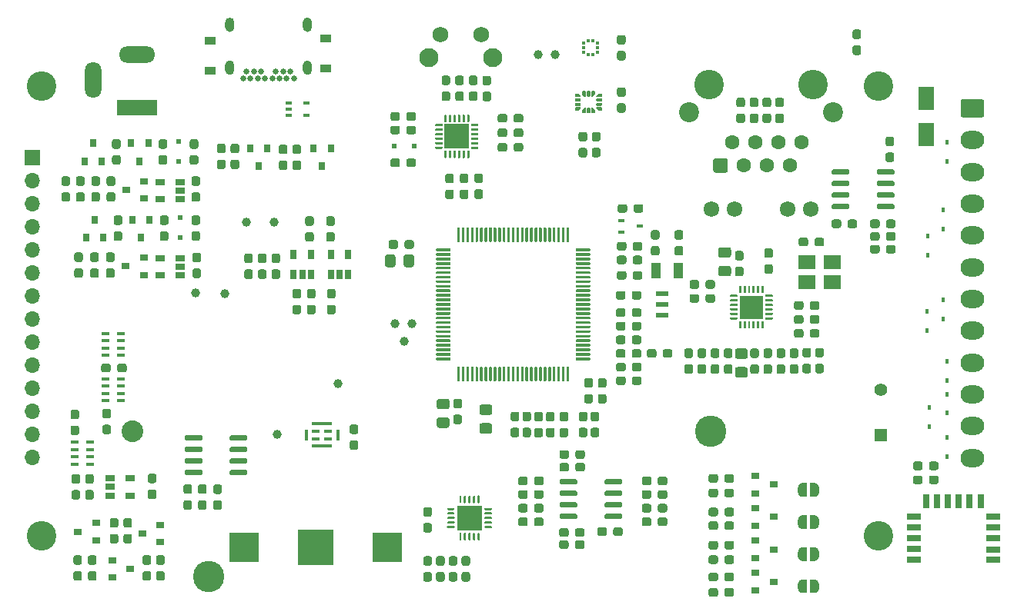
<source format=gbr>
%TF.GenerationSoftware,KiCad,Pcbnew,(5.1.7)-1*%
%TF.CreationDate,2020-11-26T18:08:09+01:00*%
%TF.ProjectId,Sleep_Monitor_2020__V2_0,536c6565-705f-44d6-9f6e-69746f725f32,rev?*%
%TF.SameCoordinates,Original*%
%TF.FileFunction,Soldermask,Bot*%
%TF.FilePolarity,Negative*%
%FSLAX46Y46*%
G04 Gerber Fmt 4.6, Leading zero omitted, Abs format (unit mm)*
G04 Created by KiCad (PCBNEW (5.1.7)-1) date 2020-11-26 18:08:09*
%MOMM*%
%LPD*%
G01*
G04 APERTURE LIST*
%ADD10C,1.000000*%
%ADD11O,2.600000X2.000000*%
%ADD12R,0.450000X0.600000*%
%ADD13R,2.799999X2.799999*%
%ADD14R,0.900000X0.800000*%
%ADD15R,0.900000X0.400000*%
%ADD16C,0.650000*%
%ADD17O,1.700000X1.700000*%
%ADD18R,1.700000X1.700000*%
%ADD19C,3.250000*%
%ADD20R,3.960000X3.900000*%
%ADD21R,3.180000X3.180000*%
%ADD22R,4.400000X1.800000*%
%ADD23O,4.000000X1.800000*%
%ADD24O,1.800000X4.000000*%
%ADD25C,3.450000*%
%ADD26C,2.390000*%
%ADD27C,1.600000*%
%ADD28C,2.200000*%
%ADD29C,1.720000*%
%ADD30R,1.500000X0.700000*%
%ADD31R,0.700000X1.500000*%
%ADD32R,0.650000X0.400000*%
%ADD33R,0.950000X0.400000*%
%ADD34R,2.300000X0.350000*%
%ADD35R,0.350000X1.300000*%
%ADD36R,0.375000X0.350000*%
%ADD37R,0.350000X0.375000*%
%ADD38C,0.100000*%
%ADD39R,0.650000X1.060000*%
%ADD40R,1.060000X0.650000*%
%ADD41C,2.100000*%
%ADD42C,1.750000*%
%ADD43R,0.500000X0.500000*%
%ADD44R,0.800000X0.900000*%
%ADD45R,1.400000X1.400000*%
%ADD46C,1.400000*%
%ADD47R,0.700000X0.450000*%
%ADD48R,1.200000X0.900000*%
%ADD49R,1.800000X2.500000*%
%ADD50R,2.700000X2.700000*%
%ADD51R,2.600000X2.600000*%
%ADD52R,1.950000X1.650000*%
%ADD53R,1.400000X0.500000*%
%ADD54R,1.000000X1.800000*%
G04 APERTURE END LIST*
D10*
%TO.C,TP11*%
X57160000Y-62790000D03*
%TD*%
%TO.C,TP10*%
X53950000Y-62760000D03*
%TD*%
%TO.C,TP9*%
X59570000Y-54920000D03*
%TD*%
%TO.C,TP8*%
X62620000Y-54920000D03*
%TD*%
%TO.C,TP7*%
X75880000Y-66080000D03*
%TD*%
%TO.C,TP6*%
X77790000Y-66090000D03*
%TD*%
%TO.C,TP5*%
X62940000Y-78270000D03*
%TD*%
%TO.C,TP4*%
X69610000Y-72710000D03*
%TD*%
D11*
%TO.C,J5*%
X139400000Y-80900000D03*
X139400000Y-77400000D03*
X139400000Y-73900000D03*
X139400000Y-70400000D03*
X139400000Y-66900000D03*
X139400000Y-63400000D03*
X139400000Y-59900000D03*
X139400000Y-56400000D03*
X139400000Y-52900000D03*
X139400000Y-49400000D03*
X139400000Y-45900000D03*
G36*
G01*
X138350000Y-41400000D02*
X140450000Y-41400000D01*
G75*
G02*
X140700000Y-41650000I0J-250000D01*
G01*
X140700000Y-43150000D01*
G75*
G02*
X140450000Y-43400000I-250000J0D01*
G01*
X138350000Y-43400000D01*
G75*
G02*
X138100000Y-43150000I0J250000D01*
G01*
X138100000Y-41650000D01*
G75*
G02*
X138350000Y-41400000I250000J0D01*
G01*
G37*
%TD*%
D10*
%TO.C,TP3*%
X93520000Y-36520000D03*
%TD*%
%TO.C,TP2*%
X91620000Y-36520000D03*
%TD*%
%TO.C,R125*%
G36*
G01*
X82527500Y-92780000D02*
X82052500Y-92780000D01*
G75*
G02*
X81815000Y-92542500I0J237500D01*
G01*
X81815000Y-91967500D01*
G75*
G02*
X82052500Y-91730000I237500J0D01*
G01*
X82527500Y-91730000D01*
G75*
G02*
X82765000Y-91967500I0J-237500D01*
G01*
X82765000Y-92542500D01*
G75*
G02*
X82527500Y-92780000I-237500J0D01*
G01*
G37*
G36*
G01*
X82527500Y-94530000D02*
X82052500Y-94530000D01*
G75*
G02*
X81815000Y-94292500I0J237500D01*
G01*
X81815000Y-93717500D01*
G75*
G02*
X82052500Y-93480000I237500J0D01*
G01*
X82527500Y-93480000D01*
G75*
G02*
X82765000Y-93717500I0J-237500D01*
G01*
X82765000Y-94292500D01*
G75*
G02*
X82527500Y-94530000I-237500J0D01*
G01*
G37*
%TD*%
%TO.C,R124*%
G36*
G01*
X83452500Y-93480000D02*
X83927500Y-93480000D01*
G75*
G02*
X84165000Y-93717500I0J-237500D01*
G01*
X84165000Y-94292500D01*
G75*
G02*
X83927500Y-94530000I-237500J0D01*
G01*
X83452500Y-94530000D01*
G75*
G02*
X83215000Y-94292500I0J237500D01*
G01*
X83215000Y-93717500D01*
G75*
G02*
X83452500Y-93480000I237500J0D01*
G01*
G37*
G36*
G01*
X83452500Y-91730000D02*
X83927500Y-91730000D01*
G75*
G02*
X84165000Y-91967500I0J-237500D01*
G01*
X84165000Y-92542500D01*
G75*
G02*
X83927500Y-92780000I-237500J0D01*
G01*
X83452500Y-92780000D01*
G75*
G02*
X83215000Y-92542500I0J237500D01*
G01*
X83215000Y-91967500D01*
G75*
G02*
X83452500Y-91730000I237500J0D01*
G01*
G37*
%TD*%
%TO.C,R123*%
G36*
G01*
X81127500Y-92780000D02*
X80652500Y-92780000D01*
G75*
G02*
X80415000Y-92542500I0J237500D01*
G01*
X80415000Y-91967500D01*
G75*
G02*
X80652500Y-91730000I237500J0D01*
G01*
X81127500Y-91730000D01*
G75*
G02*
X81365000Y-91967500I0J-237500D01*
G01*
X81365000Y-92542500D01*
G75*
G02*
X81127500Y-92780000I-237500J0D01*
G01*
G37*
G36*
G01*
X81127500Y-94530000D02*
X80652500Y-94530000D01*
G75*
G02*
X80415000Y-94292500I0J237500D01*
G01*
X80415000Y-93717500D01*
G75*
G02*
X80652500Y-93480000I237500J0D01*
G01*
X81127500Y-93480000D01*
G75*
G02*
X81365000Y-93717500I0J-237500D01*
G01*
X81365000Y-94292500D01*
G75*
G02*
X81127500Y-94530000I-237500J0D01*
G01*
G37*
%TD*%
%TO.C,R122*%
G36*
G01*
X79252500Y-93480000D02*
X79727500Y-93480000D01*
G75*
G02*
X79965000Y-93717500I0J-237500D01*
G01*
X79965000Y-94292500D01*
G75*
G02*
X79727500Y-94530000I-237500J0D01*
G01*
X79252500Y-94530000D01*
G75*
G02*
X79015000Y-94292500I0J237500D01*
G01*
X79015000Y-93717500D01*
G75*
G02*
X79252500Y-93480000I237500J0D01*
G01*
G37*
G36*
G01*
X79252500Y-91730000D02*
X79727500Y-91730000D01*
G75*
G02*
X79965000Y-91967500I0J-237500D01*
G01*
X79965000Y-92542500D01*
G75*
G02*
X79727500Y-92780000I-237500J0D01*
G01*
X79252500Y-92780000D01*
G75*
G02*
X79015000Y-92542500I0J237500D01*
G01*
X79015000Y-91967500D01*
G75*
G02*
X79252500Y-91730000I237500J0D01*
G01*
G37*
%TD*%
D12*
%TO.C,D36*%
X136620000Y-78670000D03*
X136620000Y-80770000D03*
%TD*%
%TO.C,D37*%
X134420000Y-64770000D03*
X134420000Y-66870000D03*
%TD*%
%TO.C,D34*%
X134620000Y-75370000D03*
X134620000Y-77470000D03*
%TD*%
%TO.C,D35*%
X136220000Y-65570000D03*
X136220000Y-63470000D03*
%TD*%
%TO.C,D33*%
X136620000Y-75970000D03*
X136620000Y-73870000D03*
%TD*%
%TO.C,D32*%
X136220000Y-53570000D03*
X136220000Y-55670000D03*
%TD*%
%TO.C,D31*%
X136620000Y-72370000D03*
X136620000Y-70270000D03*
%TD*%
%TO.C,D30*%
X134520000Y-58570000D03*
X134520000Y-56470000D03*
%TD*%
%TO.C,D29*%
X136620000Y-48270000D03*
X136620000Y-46170000D03*
%TD*%
%TO.C,R156*%
G36*
G01*
X90627500Y-76880000D02*
X90152500Y-76880000D01*
G75*
G02*
X89915000Y-76642500I0J237500D01*
G01*
X89915000Y-76067500D01*
G75*
G02*
X90152500Y-75830000I237500J0D01*
G01*
X90627500Y-75830000D01*
G75*
G02*
X90865000Y-76067500I0J-237500D01*
G01*
X90865000Y-76642500D01*
G75*
G02*
X90627500Y-76880000I-237500J0D01*
G01*
G37*
G36*
G01*
X90627500Y-78630000D02*
X90152500Y-78630000D01*
G75*
G02*
X89915000Y-78392500I0J237500D01*
G01*
X89915000Y-77817500D01*
G75*
G02*
X90152500Y-77580000I237500J0D01*
G01*
X90627500Y-77580000D01*
G75*
G02*
X90865000Y-77817500I0J-237500D01*
G01*
X90865000Y-78392500D01*
G75*
G02*
X90627500Y-78630000I-237500J0D01*
G01*
G37*
%TD*%
%TO.C,R155*%
G36*
G01*
X98127500Y-76880000D02*
X97652500Y-76880000D01*
G75*
G02*
X97415000Y-76642500I0J237500D01*
G01*
X97415000Y-76067500D01*
G75*
G02*
X97652500Y-75830000I237500J0D01*
G01*
X98127500Y-75830000D01*
G75*
G02*
X98365000Y-76067500I0J-237500D01*
G01*
X98365000Y-76642500D01*
G75*
G02*
X98127500Y-76880000I-237500J0D01*
G01*
G37*
G36*
G01*
X98127500Y-78630000D02*
X97652500Y-78630000D01*
G75*
G02*
X97415000Y-78392500I0J237500D01*
G01*
X97415000Y-77817500D01*
G75*
G02*
X97652500Y-77580000I237500J0D01*
G01*
X98127500Y-77580000D01*
G75*
G02*
X98365000Y-77817500I0J-237500D01*
G01*
X98365000Y-78392500D01*
G75*
G02*
X98127500Y-78630000I-237500J0D01*
G01*
G37*
%TD*%
%TO.C,C96*%
G36*
G01*
X88852500Y-77580000D02*
X89327500Y-77580000D01*
G75*
G02*
X89565000Y-77817500I0J-237500D01*
G01*
X89565000Y-78392500D01*
G75*
G02*
X89327500Y-78630000I-237500J0D01*
G01*
X88852500Y-78630000D01*
G75*
G02*
X88615000Y-78392500I0J237500D01*
G01*
X88615000Y-77817500D01*
G75*
G02*
X88852500Y-77580000I237500J0D01*
G01*
G37*
G36*
G01*
X88852500Y-75830000D02*
X89327500Y-75830000D01*
G75*
G02*
X89565000Y-76067500I0J-237500D01*
G01*
X89565000Y-76642500D01*
G75*
G02*
X89327500Y-76880000I-237500J0D01*
G01*
X88852500Y-76880000D01*
G75*
G02*
X88615000Y-76642500I0J237500D01*
G01*
X88615000Y-76067500D01*
G75*
G02*
X88852500Y-75830000I237500J0D01*
G01*
G37*
%TD*%
%TO.C,C95*%
G36*
G01*
X96352500Y-77580000D02*
X96827500Y-77580000D01*
G75*
G02*
X97065000Y-77817500I0J-237500D01*
G01*
X97065000Y-78392500D01*
G75*
G02*
X96827500Y-78630000I-237500J0D01*
G01*
X96352500Y-78630000D01*
G75*
G02*
X96115000Y-78392500I0J237500D01*
G01*
X96115000Y-77817500D01*
G75*
G02*
X96352500Y-77580000I237500J0D01*
G01*
G37*
G36*
G01*
X96352500Y-75830000D02*
X96827500Y-75830000D01*
G75*
G02*
X97065000Y-76067500I0J-237500D01*
G01*
X97065000Y-76642500D01*
G75*
G02*
X96827500Y-76880000I-237500J0D01*
G01*
X96352500Y-76880000D01*
G75*
G02*
X96115000Y-76642500I0J237500D01*
G01*
X96115000Y-76067500D01*
G75*
G02*
X96352500Y-75830000I237500J0D01*
G01*
G37*
%TD*%
D13*
%TO.C,U31*%
X84100001Y-87530004D03*
G36*
G01*
X81724998Y-86405003D02*
X82375000Y-86405003D01*
G75*
G02*
X82499999Y-86530002I0J-124999D01*
G01*
X82499999Y-86530002D01*
G75*
G02*
X82375000Y-86655001I-124999J0D01*
G01*
X81724998Y-86655001D01*
G75*
G02*
X81599999Y-86530002I0J124999D01*
G01*
X81599999Y-86530002D01*
G75*
G02*
X81724998Y-86405003I124999J0D01*
G01*
G37*
G36*
G01*
X81724998Y-86905002D02*
X82375000Y-86905002D01*
G75*
G02*
X82499999Y-87030001I0J-124999D01*
G01*
X82499999Y-87030001D01*
G75*
G02*
X82375000Y-87155000I-124999J0D01*
G01*
X81724998Y-87155000D01*
G75*
G02*
X81599999Y-87030001I0J124999D01*
G01*
X81599999Y-87030001D01*
G75*
G02*
X81724998Y-86905002I124999J0D01*
G01*
G37*
G36*
G01*
X81724998Y-87405005D02*
X82375000Y-87405005D01*
G75*
G02*
X82499999Y-87530004I0J-124999D01*
G01*
X82499999Y-87530004D01*
G75*
G02*
X82375000Y-87655003I-124999J0D01*
G01*
X81724998Y-87655003D01*
G75*
G02*
X81599999Y-87530004I0J124999D01*
G01*
X81599999Y-87530004D01*
G75*
G02*
X81724998Y-87405005I124999J0D01*
G01*
G37*
G36*
G01*
X81724998Y-87905003D02*
X82375000Y-87905003D01*
G75*
G02*
X82499999Y-88030002I0J-124999D01*
G01*
X82499999Y-88030002D01*
G75*
G02*
X82375000Y-88155001I-124999J0D01*
G01*
X81724998Y-88155001D01*
G75*
G02*
X81599999Y-88030002I0J124999D01*
G01*
X81599999Y-88030002D01*
G75*
G02*
X81724998Y-87905003I124999J0D01*
G01*
G37*
G36*
G01*
X81724998Y-88405002D02*
X82375000Y-88405002D01*
G75*
G02*
X82499999Y-88530001I0J-124999D01*
G01*
X82499999Y-88530001D01*
G75*
G02*
X82375000Y-88655000I-124999J0D01*
G01*
X81724998Y-88655000D01*
G75*
G02*
X81599999Y-88530001I0J124999D01*
G01*
X81599999Y-88530001D01*
G75*
G02*
X81724998Y-88405002I124999J0D01*
G01*
G37*
G36*
G01*
X82975000Y-89905002D02*
X82975000Y-89255000D01*
G75*
G02*
X83099999Y-89130001I124999J0D01*
G01*
X83099999Y-89130001D01*
G75*
G02*
X83224998Y-89255000I0J-124999D01*
G01*
X83224998Y-89905002D01*
G75*
G02*
X83099999Y-90030001I-124999J0D01*
G01*
X83099999Y-90030001D01*
G75*
G02*
X82975000Y-89905002I0J124999D01*
G01*
G37*
G36*
G01*
X83474999Y-89905002D02*
X83474999Y-89255000D01*
G75*
G02*
X83599998Y-89130001I124999J0D01*
G01*
X83599998Y-89130001D01*
G75*
G02*
X83724997Y-89255000I0J-124999D01*
G01*
X83724997Y-89905002D01*
G75*
G02*
X83599998Y-90030001I-124999J0D01*
G01*
X83599998Y-90030001D01*
G75*
G02*
X83474999Y-89905002I0J124999D01*
G01*
G37*
G36*
G01*
X83975000Y-89905002D02*
X83975000Y-89255000D01*
G75*
G02*
X84099999Y-89130001I124999J0D01*
G01*
X84099999Y-89130001D01*
G75*
G02*
X84224998Y-89255000I0J-124999D01*
G01*
X84224998Y-89905002D01*
G75*
G02*
X84099999Y-90030001I-124999J0D01*
G01*
X84099999Y-90030001D01*
G75*
G02*
X83975000Y-89905002I0J124999D01*
G01*
G37*
G36*
G01*
X84475000Y-89905002D02*
X84475000Y-89255000D01*
G75*
G02*
X84599999Y-89130001I124999J0D01*
G01*
X84599999Y-89130001D01*
G75*
G02*
X84724998Y-89255000I0J-124999D01*
G01*
X84724998Y-89905002D01*
G75*
G02*
X84599999Y-90030001I-124999J0D01*
G01*
X84599999Y-90030001D01*
G75*
G02*
X84475000Y-89905002I0J124999D01*
G01*
G37*
G36*
G01*
X84974999Y-89905002D02*
X84974999Y-89255000D01*
G75*
G02*
X85099998Y-89130001I124999J0D01*
G01*
X85099998Y-89130001D01*
G75*
G02*
X85224997Y-89255000I0J-124999D01*
G01*
X85224997Y-89905002D01*
G75*
G02*
X85099998Y-90030001I-124999J0D01*
G01*
X85099998Y-90030001D01*
G75*
G02*
X84974999Y-89905002I0J124999D01*
G01*
G37*
G36*
G01*
X85824997Y-88405002D02*
X86474999Y-88405002D01*
G75*
G02*
X86599998Y-88530001I0J-124999D01*
G01*
X86599998Y-88530001D01*
G75*
G02*
X86474999Y-88655000I-124999J0D01*
G01*
X85824997Y-88655000D01*
G75*
G02*
X85699998Y-88530001I0J124999D01*
G01*
X85699998Y-88530001D01*
G75*
G02*
X85824997Y-88405002I124999J0D01*
G01*
G37*
G36*
G01*
X85824997Y-87905003D02*
X86474999Y-87905003D01*
G75*
G02*
X86599998Y-88030002I0J-124999D01*
G01*
X86599998Y-88030002D01*
G75*
G02*
X86474999Y-88155001I-124999J0D01*
G01*
X85824997Y-88155001D01*
G75*
G02*
X85699998Y-88030002I0J124999D01*
G01*
X85699998Y-88030002D01*
G75*
G02*
X85824997Y-87905003I124999J0D01*
G01*
G37*
G36*
G01*
X85824997Y-87405005D02*
X86474999Y-87405005D01*
G75*
G02*
X86599998Y-87530004I0J-124999D01*
G01*
X86599998Y-87530004D01*
G75*
G02*
X86474999Y-87655003I-124999J0D01*
G01*
X85824997Y-87655003D01*
G75*
G02*
X85699998Y-87530004I0J124999D01*
G01*
X85699998Y-87530004D01*
G75*
G02*
X85824997Y-87405005I124999J0D01*
G01*
G37*
G36*
G01*
X85824997Y-86905002D02*
X86474999Y-86905002D01*
G75*
G02*
X86599998Y-87030001I0J-124999D01*
G01*
X86599998Y-87030001D01*
G75*
G02*
X86474999Y-87155000I-124999J0D01*
G01*
X85824997Y-87155000D01*
G75*
G02*
X85699998Y-87030001I0J124999D01*
G01*
X85699998Y-87030001D01*
G75*
G02*
X85824997Y-86905002I124999J0D01*
G01*
G37*
G36*
G01*
X85824997Y-86405003D02*
X86474999Y-86405003D01*
G75*
G02*
X86599998Y-86530002I0J-124999D01*
G01*
X86599998Y-86530002D01*
G75*
G02*
X86474999Y-86655001I-124999J0D01*
G01*
X85824997Y-86655001D01*
G75*
G02*
X85699998Y-86530002I0J124999D01*
G01*
X85699998Y-86530002D01*
G75*
G02*
X85824997Y-86405003I124999J0D01*
G01*
G37*
G36*
G01*
X84974999Y-85805003D02*
X84974999Y-85155001D01*
G75*
G02*
X85099998Y-85030002I124999J0D01*
G01*
X85099998Y-85030002D01*
G75*
G02*
X85224997Y-85155001I0J-124999D01*
G01*
X85224997Y-85805003D01*
G75*
G02*
X85099998Y-85930002I-124999J0D01*
G01*
X85099998Y-85930002D01*
G75*
G02*
X84974999Y-85805003I0J124999D01*
G01*
G37*
G36*
G01*
X84475000Y-85805003D02*
X84475000Y-85155001D01*
G75*
G02*
X84599999Y-85030002I124999J0D01*
G01*
X84599999Y-85030002D01*
G75*
G02*
X84724998Y-85155001I0J-124999D01*
G01*
X84724998Y-85805003D01*
G75*
G02*
X84599999Y-85930002I-124999J0D01*
G01*
X84599999Y-85930002D01*
G75*
G02*
X84475000Y-85805003I0J124999D01*
G01*
G37*
G36*
G01*
X83975000Y-85805003D02*
X83975000Y-85155001D01*
G75*
G02*
X84099999Y-85030002I124999J0D01*
G01*
X84099999Y-85030002D01*
G75*
G02*
X84224998Y-85155001I0J-124999D01*
G01*
X84224998Y-85805003D01*
G75*
G02*
X84099999Y-85930002I-124999J0D01*
G01*
X84099999Y-85930002D01*
G75*
G02*
X83975000Y-85805003I0J124999D01*
G01*
G37*
G36*
G01*
X83474999Y-85805003D02*
X83474999Y-85155001D01*
G75*
G02*
X83599998Y-85030002I124999J0D01*
G01*
X83599998Y-85030002D01*
G75*
G02*
X83724997Y-85155001I0J-124999D01*
G01*
X83724997Y-85805003D01*
G75*
G02*
X83599998Y-85930002I-124999J0D01*
G01*
X83599998Y-85930002D01*
G75*
G02*
X83474999Y-85805003I0J124999D01*
G01*
G37*
G36*
G01*
X82975000Y-85805003D02*
X82975000Y-85155001D01*
G75*
G02*
X83099999Y-85030002I124999J0D01*
G01*
X83099999Y-85030002D01*
G75*
G02*
X83224998Y-85155001I0J-124999D01*
G01*
X83224998Y-85805003D01*
G75*
G02*
X83099999Y-85930002I-124999J0D01*
G01*
X83099999Y-85930002D01*
G75*
G02*
X82975000Y-85805003I0J124999D01*
G01*
G37*
%TD*%
%TO.C,R121*%
G36*
G01*
X79727500Y-87380000D02*
X79252500Y-87380000D01*
G75*
G02*
X79015000Y-87142500I0J237500D01*
G01*
X79015000Y-86567500D01*
G75*
G02*
X79252500Y-86330000I237500J0D01*
G01*
X79727500Y-86330000D01*
G75*
G02*
X79965000Y-86567500I0J-237500D01*
G01*
X79965000Y-87142500D01*
G75*
G02*
X79727500Y-87380000I-237500J0D01*
G01*
G37*
G36*
G01*
X79727500Y-89130000D02*
X79252500Y-89130000D01*
G75*
G02*
X79015000Y-88892500I0J237500D01*
G01*
X79015000Y-88317500D01*
G75*
G02*
X79252500Y-88080000I237500J0D01*
G01*
X79727500Y-88080000D01*
G75*
G02*
X79965000Y-88317500I0J-237500D01*
G01*
X79965000Y-88892500D01*
G75*
G02*
X79727500Y-89130000I-237500J0D01*
G01*
G37*
%TD*%
%TO.C,R94*%
G36*
G01*
X122827500Y-69840000D02*
X122352500Y-69840000D01*
G75*
G02*
X122115000Y-69602500I0J237500D01*
G01*
X122115000Y-69027500D01*
G75*
G02*
X122352500Y-68790000I237500J0D01*
G01*
X122827500Y-68790000D01*
G75*
G02*
X123065000Y-69027500I0J-237500D01*
G01*
X123065000Y-69602500D01*
G75*
G02*
X122827500Y-69840000I-237500J0D01*
G01*
G37*
G36*
G01*
X122827500Y-71590000D02*
X122352500Y-71590000D01*
G75*
G02*
X122115000Y-71352500I0J237500D01*
G01*
X122115000Y-70777500D01*
G75*
G02*
X122352500Y-70540000I237500J0D01*
G01*
X122827500Y-70540000D01*
G75*
G02*
X123065000Y-70777500I0J-237500D01*
G01*
X123065000Y-71352500D01*
G75*
G02*
X122827500Y-71590000I-237500J0D01*
G01*
G37*
%TD*%
%TO.C,R90*%
G36*
G01*
X121417500Y-69840000D02*
X120942500Y-69840000D01*
G75*
G02*
X120705000Y-69602500I0J237500D01*
G01*
X120705000Y-69027500D01*
G75*
G02*
X120942500Y-68790000I237500J0D01*
G01*
X121417500Y-68790000D01*
G75*
G02*
X121655000Y-69027500I0J-237500D01*
G01*
X121655000Y-69602500D01*
G75*
G02*
X121417500Y-69840000I-237500J0D01*
G01*
G37*
G36*
G01*
X121417500Y-71590000D02*
X120942500Y-71590000D01*
G75*
G02*
X120705000Y-71352500I0J237500D01*
G01*
X120705000Y-70777500D01*
G75*
G02*
X120942500Y-70540000I237500J0D01*
G01*
X121417500Y-70540000D01*
G75*
G02*
X121655000Y-70777500I0J-237500D01*
G01*
X121655000Y-71352500D01*
G75*
G02*
X121417500Y-71590000I-237500J0D01*
G01*
G37*
%TD*%
%TO.C,C80*%
G36*
G01*
X128150000Y-56757500D02*
X128150000Y-56282500D01*
G75*
G02*
X128387500Y-56045000I237500J0D01*
G01*
X128962500Y-56045000D01*
G75*
G02*
X129200000Y-56282500I0J-237500D01*
G01*
X129200000Y-56757500D01*
G75*
G02*
X128962500Y-56995000I-237500J0D01*
G01*
X128387500Y-56995000D01*
G75*
G02*
X128150000Y-56757500I0J237500D01*
G01*
G37*
G36*
G01*
X129900000Y-56757500D02*
X129900000Y-56282500D01*
G75*
G02*
X130137500Y-56045000I237500J0D01*
G01*
X130712500Y-56045000D01*
G75*
G02*
X130950000Y-56282500I0J-237500D01*
G01*
X130950000Y-56757500D01*
G75*
G02*
X130712500Y-56995000I-237500J0D01*
G01*
X130137500Y-56995000D01*
G75*
G02*
X129900000Y-56757500I0J237500D01*
G01*
G37*
%TD*%
%TO.C,R110*%
G36*
G01*
X130950000Y-57682500D02*
X130950000Y-58157500D01*
G75*
G02*
X130712500Y-58395000I-237500J0D01*
G01*
X130137500Y-58395000D01*
G75*
G02*
X129900000Y-58157500I0J237500D01*
G01*
X129900000Y-57682500D01*
G75*
G02*
X130137500Y-57445000I237500J0D01*
G01*
X130712500Y-57445000D01*
G75*
G02*
X130950000Y-57682500I0J-237500D01*
G01*
G37*
G36*
G01*
X129200000Y-57682500D02*
X129200000Y-58157500D01*
G75*
G02*
X128962500Y-58395000I-237500J0D01*
G01*
X128387500Y-58395000D01*
G75*
G02*
X128150000Y-58157500I0J237500D01*
G01*
X128150000Y-57682500D01*
G75*
G02*
X128387500Y-57445000I237500J0D01*
G01*
X128962500Y-57445000D01*
G75*
G02*
X129200000Y-57682500I0J-237500D01*
G01*
G37*
%TD*%
%TO.C,R109*%
G36*
G01*
X128150000Y-55357500D02*
X128150000Y-54882500D01*
G75*
G02*
X128387500Y-54645000I237500J0D01*
G01*
X128962500Y-54645000D01*
G75*
G02*
X129200000Y-54882500I0J-237500D01*
G01*
X129200000Y-55357500D01*
G75*
G02*
X128962500Y-55595000I-237500J0D01*
G01*
X128387500Y-55595000D01*
G75*
G02*
X128150000Y-55357500I0J237500D01*
G01*
G37*
G36*
G01*
X129900000Y-55357500D02*
X129900000Y-54882500D01*
G75*
G02*
X130137500Y-54645000I237500J0D01*
G01*
X130712500Y-54645000D01*
G75*
G02*
X130950000Y-54882500I0J-237500D01*
G01*
X130950000Y-55357500D01*
G75*
G02*
X130712500Y-55595000I-237500J0D01*
G01*
X130137500Y-55595000D01*
G75*
G02*
X129900000Y-55357500I0J237500D01*
G01*
G37*
%TD*%
%TO.C,R106*%
G36*
G01*
X114157500Y-42280000D02*
X113682500Y-42280000D01*
G75*
G02*
X113445000Y-42042500I0J237500D01*
G01*
X113445000Y-41467500D01*
G75*
G02*
X113682500Y-41230000I237500J0D01*
G01*
X114157500Y-41230000D01*
G75*
G02*
X114395000Y-41467500I0J-237500D01*
G01*
X114395000Y-42042500D01*
G75*
G02*
X114157500Y-42280000I-237500J0D01*
G01*
G37*
G36*
G01*
X114157500Y-44030000D02*
X113682500Y-44030000D01*
G75*
G02*
X113445000Y-43792500I0J237500D01*
G01*
X113445000Y-43217500D01*
G75*
G02*
X113682500Y-42980000I237500J0D01*
G01*
X114157500Y-42980000D01*
G75*
G02*
X114395000Y-43217500I0J-237500D01*
G01*
X114395000Y-43792500D01*
G75*
G02*
X114157500Y-44030000I-237500J0D01*
G01*
G37*
%TD*%
%TO.C,R105*%
G36*
G01*
X115627500Y-42280000D02*
X115152500Y-42280000D01*
G75*
G02*
X114915000Y-42042500I0J237500D01*
G01*
X114915000Y-41467500D01*
G75*
G02*
X115152500Y-41230000I237500J0D01*
G01*
X115627500Y-41230000D01*
G75*
G02*
X115865000Y-41467500I0J-237500D01*
G01*
X115865000Y-42042500D01*
G75*
G02*
X115627500Y-42280000I-237500J0D01*
G01*
G37*
G36*
G01*
X115627500Y-44030000D02*
X115152500Y-44030000D01*
G75*
G02*
X114915000Y-43792500I0J237500D01*
G01*
X114915000Y-43217500D01*
G75*
G02*
X115152500Y-42980000I237500J0D01*
G01*
X115627500Y-42980000D01*
G75*
G02*
X115865000Y-43217500I0J-237500D01*
G01*
X115865000Y-43792500D01*
G75*
G02*
X115627500Y-44030000I-237500J0D01*
G01*
G37*
%TD*%
%TO.C,R104*%
G36*
G01*
X117027500Y-42280000D02*
X116552500Y-42280000D01*
G75*
G02*
X116315000Y-42042500I0J237500D01*
G01*
X116315000Y-41467500D01*
G75*
G02*
X116552500Y-41230000I237500J0D01*
G01*
X117027500Y-41230000D01*
G75*
G02*
X117265000Y-41467500I0J-237500D01*
G01*
X117265000Y-42042500D01*
G75*
G02*
X117027500Y-42280000I-237500J0D01*
G01*
G37*
G36*
G01*
X117027500Y-44030000D02*
X116552500Y-44030000D01*
G75*
G02*
X116315000Y-43792500I0J237500D01*
G01*
X116315000Y-43217500D01*
G75*
G02*
X116552500Y-42980000I237500J0D01*
G01*
X117027500Y-42980000D01*
G75*
G02*
X117265000Y-43217500I0J-237500D01*
G01*
X117265000Y-43792500D01*
G75*
G02*
X117027500Y-44030000I-237500J0D01*
G01*
G37*
%TD*%
%TO.C,R103*%
G36*
G01*
X118427500Y-42280000D02*
X117952500Y-42280000D01*
G75*
G02*
X117715000Y-42042500I0J237500D01*
G01*
X117715000Y-41467500D01*
G75*
G02*
X117952500Y-41230000I237500J0D01*
G01*
X118427500Y-41230000D01*
G75*
G02*
X118665000Y-41467500I0J-237500D01*
G01*
X118665000Y-42042500D01*
G75*
G02*
X118427500Y-42280000I-237500J0D01*
G01*
G37*
G36*
G01*
X118427500Y-44030000D02*
X117952500Y-44030000D01*
G75*
G02*
X117715000Y-43792500I0J237500D01*
G01*
X117715000Y-43217500D01*
G75*
G02*
X117952500Y-42980000I237500J0D01*
G01*
X118427500Y-42980000D01*
G75*
G02*
X118665000Y-43217500I0J-237500D01*
G01*
X118665000Y-43792500D01*
G75*
G02*
X118427500Y-44030000I-237500J0D01*
G01*
G37*
%TD*%
D14*
%TO.C,Q9*%
X117520000Y-94540000D03*
X115520000Y-93590000D03*
X115520000Y-95490000D03*
%TD*%
%TO.C,Q8*%
X117520000Y-90973332D03*
X115520000Y-90023332D03*
X115520000Y-91923332D03*
%TD*%
%TO.C,Q7*%
X117520000Y-87406666D03*
X115520000Y-86456666D03*
X115520000Y-88356666D03*
%TD*%
%TO.C,Q6*%
X117520000Y-83840000D03*
X115520000Y-82890000D03*
X115520000Y-84790000D03*
%TD*%
D10*
%TO.C,TP1*%
X76890000Y-68030000D03*
%TD*%
%TO.C,U9*%
G36*
G01*
X95050000Y-55600000D02*
X95050000Y-57050000D01*
G75*
G02*
X94975000Y-57125000I-75000J0D01*
G01*
X94825000Y-57125000D01*
G75*
G02*
X94750000Y-57050000I0J75000D01*
G01*
X94750000Y-55600000D01*
G75*
G02*
X94825000Y-55525000I75000J0D01*
G01*
X94975000Y-55525000D01*
G75*
G02*
X95050000Y-55600000I0J-75000D01*
G01*
G37*
G36*
G01*
X94550000Y-55600000D02*
X94550000Y-57050000D01*
G75*
G02*
X94475000Y-57125000I-75000J0D01*
G01*
X94325000Y-57125000D01*
G75*
G02*
X94250000Y-57050000I0J75000D01*
G01*
X94250000Y-55600000D01*
G75*
G02*
X94325000Y-55525000I75000J0D01*
G01*
X94475000Y-55525000D01*
G75*
G02*
X94550000Y-55600000I0J-75000D01*
G01*
G37*
G36*
G01*
X94050000Y-55600000D02*
X94050000Y-57050000D01*
G75*
G02*
X93975000Y-57125000I-75000J0D01*
G01*
X93825000Y-57125000D01*
G75*
G02*
X93750000Y-57050000I0J75000D01*
G01*
X93750000Y-55600000D01*
G75*
G02*
X93825000Y-55525000I75000J0D01*
G01*
X93975000Y-55525000D01*
G75*
G02*
X94050000Y-55600000I0J-75000D01*
G01*
G37*
G36*
G01*
X93550000Y-55600000D02*
X93550000Y-57050000D01*
G75*
G02*
X93475000Y-57125000I-75000J0D01*
G01*
X93325000Y-57125000D01*
G75*
G02*
X93250000Y-57050000I0J75000D01*
G01*
X93250000Y-55600000D01*
G75*
G02*
X93325000Y-55525000I75000J0D01*
G01*
X93475000Y-55525000D01*
G75*
G02*
X93550000Y-55600000I0J-75000D01*
G01*
G37*
G36*
G01*
X93050000Y-55600000D02*
X93050000Y-57050000D01*
G75*
G02*
X92975000Y-57125000I-75000J0D01*
G01*
X92825000Y-57125000D01*
G75*
G02*
X92750000Y-57050000I0J75000D01*
G01*
X92750000Y-55600000D01*
G75*
G02*
X92825000Y-55525000I75000J0D01*
G01*
X92975000Y-55525000D01*
G75*
G02*
X93050000Y-55600000I0J-75000D01*
G01*
G37*
G36*
G01*
X92550000Y-55600000D02*
X92550000Y-57050000D01*
G75*
G02*
X92475000Y-57125000I-75000J0D01*
G01*
X92325000Y-57125000D01*
G75*
G02*
X92250000Y-57050000I0J75000D01*
G01*
X92250000Y-55600000D01*
G75*
G02*
X92325000Y-55525000I75000J0D01*
G01*
X92475000Y-55525000D01*
G75*
G02*
X92550000Y-55600000I0J-75000D01*
G01*
G37*
G36*
G01*
X92050000Y-55600000D02*
X92050000Y-57050000D01*
G75*
G02*
X91975000Y-57125000I-75000J0D01*
G01*
X91825000Y-57125000D01*
G75*
G02*
X91750000Y-57050000I0J75000D01*
G01*
X91750000Y-55600000D01*
G75*
G02*
X91825000Y-55525000I75000J0D01*
G01*
X91975000Y-55525000D01*
G75*
G02*
X92050000Y-55600000I0J-75000D01*
G01*
G37*
G36*
G01*
X91550000Y-55600000D02*
X91550000Y-57050000D01*
G75*
G02*
X91475000Y-57125000I-75000J0D01*
G01*
X91325000Y-57125000D01*
G75*
G02*
X91250000Y-57050000I0J75000D01*
G01*
X91250000Y-55600000D01*
G75*
G02*
X91325000Y-55525000I75000J0D01*
G01*
X91475000Y-55525000D01*
G75*
G02*
X91550000Y-55600000I0J-75000D01*
G01*
G37*
G36*
G01*
X91050000Y-55600000D02*
X91050000Y-57050000D01*
G75*
G02*
X90975000Y-57125000I-75000J0D01*
G01*
X90825000Y-57125000D01*
G75*
G02*
X90750000Y-57050000I0J75000D01*
G01*
X90750000Y-55600000D01*
G75*
G02*
X90825000Y-55525000I75000J0D01*
G01*
X90975000Y-55525000D01*
G75*
G02*
X91050000Y-55600000I0J-75000D01*
G01*
G37*
G36*
G01*
X90550000Y-55600000D02*
X90550000Y-57050000D01*
G75*
G02*
X90475000Y-57125000I-75000J0D01*
G01*
X90325000Y-57125000D01*
G75*
G02*
X90250000Y-57050000I0J75000D01*
G01*
X90250000Y-55600000D01*
G75*
G02*
X90325000Y-55525000I75000J0D01*
G01*
X90475000Y-55525000D01*
G75*
G02*
X90550000Y-55600000I0J-75000D01*
G01*
G37*
G36*
G01*
X90050000Y-55600000D02*
X90050000Y-57050000D01*
G75*
G02*
X89975000Y-57125000I-75000J0D01*
G01*
X89825000Y-57125000D01*
G75*
G02*
X89750000Y-57050000I0J75000D01*
G01*
X89750000Y-55600000D01*
G75*
G02*
X89825000Y-55525000I75000J0D01*
G01*
X89975000Y-55525000D01*
G75*
G02*
X90050000Y-55600000I0J-75000D01*
G01*
G37*
G36*
G01*
X89550000Y-55600000D02*
X89550000Y-57050000D01*
G75*
G02*
X89475000Y-57125000I-75000J0D01*
G01*
X89325000Y-57125000D01*
G75*
G02*
X89250000Y-57050000I0J75000D01*
G01*
X89250000Y-55600000D01*
G75*
G02*
X89325000Y-55525000I75000J0D01*
G01*
X89475000Y-55525000D01*
G75*
G02*
X89550000Y-55600000I0J-75000D01*
G01*
G37*
G36*
G01*
X89050000Y-55600000D02*
X89050000Y-57050000D01*
G75*
G02*
X88975000Y-57125000I-75000J0D01*
G01*
X88825000Y-57125000D01*
G75*
G02*
X88750000Y-57050000I0J75000D01*
G01*
X88750000Y-55600000D01*
G75*
G02*
X88825000Y-55525000I75000J0D01*
G01*
X88975000Y-55525000D01*
G75*
G02*
X89050000Y-55600000I0J-75000D01*
G01*
G37*
G36*
G01*
X88550000Y-55600000D02*
X88550000Y-57050000D01*
G75*
G02*
X88475000Y-57125000I-75000J0D01*
G01*
X88325000Y-57125000D01*
G75*
G02*
X88250000Y-57050000I0J75000D01*
G01*
X88250000Y-55600000D01*
G75*
G02*
X88325000Y-55525000I75000J0D01*
G01*
X88475000Y-55525000D01*
G75*
G02*
X88550000Y-55600000I0J-75000D01*
G01*
G37*
G36*
G01*
X88050000Y-55600000D02*
X88050000Y-57050000D01*
G75*
G02*
X87975000Y-57125000I-75000J0D01*
G01*
X87825000Y-57125000D01*
G75*
G02*
X87750000Y-57050000I0J75000D01*
G01*
X87750000Y-55600000D01*
G75*
G02*
X87825000Y-55525000I75000J0D01*
G01*
X87975000Y-55525000D01*
G75*
G02*
X88050000Y-55600000I0J-75000D01*
G01*
G37*
G36*
G01*
X87550000Y-55600000D02*
X87550000Y-57050000D01*
G75*
G02*
X87475000Y-57125000I-75000J0D01*
G01*
X87325000Y-57125000D01*
G75*
G02*
X87250000Y-57050000I0J75000D01*
G01*
X87250000Y-55600000D01*
G75*
G02*
X87325000Y-55525000I75000J0D01*
G01*
X87475000Y-55525000D01*
G75*
G02*
X87550000Y-55600000I0J-75000D01*
G01*
G37*
G36*
G01*
X87050000Y-55600000D02*
X87050000Y-57050000D01*
G75*
G02*
X86975000Y-57125000I-75000J0D01*
G01*
X86825000Y-57125000D01*
G75*
G02*
X86750000Y-57050000I0J75000D01*
G01*
X86750000Y-55600000D01*
G75*
G02*
X86825000Y-55525000I75000J0D01*
G01*
X86975000Y-55525000D01*
G75*
G02*
X87050000Y-55600000I0J-75000D01*
G01*
G37*
G36*
G01*
X86550000Y-55600000D02*
X86550000Y-57050000D01*
G75*
G02*
X86475000Y-57125000I-75000J0D01*
G01*
X86325000Y-57125000D01*
G75*
G02*
X86250000Y-57050000I0J75000D01*
G01*
X86250000Y-55600000D01*
G75*
G02*
X86325000Y-55525000I75000J0D01*
G01*
X86475000Y-55525000D01*
G75*
G02*
X86550000Y-55600000I0J-75000D01*
G01*
G37*
G36*
G01*
X86050000Y-55600000D02*
X86050000Y-57050000D01*
G75*
G02*
X85975000Y-57125000I-75000J0D01*
G01*
X85825000Y-57125000D01*
G75*
G02*
X85750000Y-57050000I0J75000D01*
G01*
X85750000Y-55600000D01*
G75*
G02*
X85825000Y-55525000I75000J0D01*
G01*
X85975000Y-55525000D01*
G75*
G02*
X86050000Y-55600000I0J-75000D01*
G01*
G37*
G36*
G01*
X85550000Y-55600000D02*
X85550000Y-57050000D01*
G75*
G02*
X85475000Y-57125000I-75000J0D01*
G01*
X85325000Y-57125000D01*
G75*
G02*
X85250000Y-57050000I0J75000D01*
G01*
X85250000Y-55600000D01*
G75*
G02*
X85325000Y-55525000I75000J0D01*
G01*
X85475000Y-55525000D01*
G75*
G02*
X85550000Y-55600000I0J-75000D01*
G01*
G37*
G36*
G01*
X85050000Y-55600000D02*
X85050000Y-57050000D01*
G75*
G02*
X84975000Y-57125000I-75000J0D01*
G01*
X84825000Y-57125000D01*
G75*
G02*
X84750000Y-57050000I0J75000D01*
G01*
X84750000Y-55600000D01*
G75*
G02*
X84825000Y-55525000I75000J0D01*
G01*
X84975000Y-55525000D01*
G75*
G02*
X85050000Y-55600000I0J-75000D01*
G01*
G37*
G36*
G01*
X84550000Y-55600000D02*
X84550000Y-57050000D01*
G75*
G02*
X84475000Y-57125000I-75000J0D01*
G01*
X84325000Y-57125000D01*
G75*
G02*
X84250000Y-57050000I0J75000D01*
G01*
X84250000Y-55600000D01*
G75*
G02*
X84325000Y-55525000I75000J0D01*
G01*
X84475000Y-55525000D01*
G75*
G02*
X84550000Y-55600000I0J-75000D01*
G01*
G37*
G36*
G01*
X84050000Y-55600000D02*
X84050000Y-57050000D01*
G75*
G02*
X83975000Y-57125000I-75000J0D01*
G01*
X83825000Y-57125000D01*
G75*
G02*
X83750000Y-57050000I0J75000D01*
G01*
X83750000Y-55600000D01*
G75*
G02*
X83825000Y-55525000I75000J0D01*
G01*
X83975000Y-55525000D01*
G75*
G02*
X84050000Y-55600000I0J-75000D01*
G01*
G37*
G36*
G01*
X83550000Y-55600000D02*
X83550000Y-57050000D01*
G75*
G02*
X83475000Y-57125000I-75000J0D01*
G01*
X83325000Y-57125000D01*
G75*
G02*
X83250000Y-57050000I0J75000D01*
G01*
X83250000Y-55600000D01*
G75*
G02*
X83325000Y-55525000I75000J0D01*
G01*
X83475000Y-55525000D01*
G75*
G02*
X83550000Y-55600000I0J-75000D01*
G01*
G37*
G36*
G01*
X83050000Y-55600000D02*
X83050000Y-57050000D01*
G75*
G02*
X82975000Y-57125000I-75000J0D01*
G01*
X82825000Y-57125000D01*
G75*
G02*
X82750000Y-57050000I0J75000D01*
G01*
X82750000Y-55600000D01*
G75*
G02*
X82825000Y-55525000I75000J0D01*
G01*
X82975000Y-55525000D01*
G75*
G02*
X83050000Y-55600000I0J-75000D01*
G01*
G37*
G36*
G01*
X82025000Y-57925000D02*
X82025000Y-58075000D01*
G75*
G02*
X81950000Y-58150000I-75000J0D01*
G01*
X80500000Y-58150000D01*
G75*
G02*
X80425000Y-58075000I0J75000D01*
G01*
X80425000Y-57925000D01*
G75*
G02*
X80500000Y-57850000I75000J0D01*
G01*
X81950000Y-57850000D01*
G75*
G02*
X82025000Y-57925000I0J-75000D01*
G01*
G37*
G36*
G01*
X82025000Y-58425000D02*
X82025000Y-58575000D01*
G75*
G02*
X81950000Y-58650000I-75000J0D01*
G01*
X80500000Y-58650000D01*
G75*
G02*
X80425000Y-58575000I0J75000D01*
G01*
X80425000Y-58425000D01*
G75*
G02*
X80500000Y-58350000I75000J0D01*
G01*
X81950000Y-58350000D01*
G75*
G02*
X82025000Y-58425000I0J-75000D01*
G01*
G37*
G36*
G01*
X82025000Y-58925000D02*
X82025000Y-59075000D01*
G75*
G02*
X81950000Y-59150000I-75000J0D01*
G01*
X80500000Y-59150000D01*
G75*
G02*
X80425000Y-59075000I0J75000D01*
G01*
X80425000Y-58925000D01*
G75*
G02*
X80500000Y-58850000I75000J0D01*
G01*
X81950000Y-58850000D01*
G75*
G02*
X82025000Y-58925000I0J-75000D01*
G01*
G37*
G36*
G01*
X82025000Y-59425000D02*
X82025000Y-59575000D01*
G75*
G02*
X81950000Y-59650000I-75000J0D01*
G01*
X80500000Y-59650000D01*
G75*
G02*
X80425000Y-59575000I0J75000D01*
G01*
X80425000Y-59425000D01*
G75*
G02*
X80500000Y-59350000I75000J0D01*
G01*
X81950000Y-59350000D01*
G75*
G02*
X82025000Y-59425000I0J-75000D01*
G01*
G37*
G36*
G01*
X82025000Y-59925000D02*
X82025000Y-60075000D01*
G75*
G02*
X81950000Y-60150000I-75000J0D01*
G01*
X80500000Y-60150000D01*
G75*
G02*
X80425000Y-60075000I0J75000D01*
G01*
X80425000Y-59925000D01*
G75*
G02*
X80500000Y-59850000I75000J0D01*
G01*
X81950000Y-59850000D01*
G75*
G02*
X82025000Y-59925000I0J-75000D01*
G01*
G37*
G36*
G01*
X82025000Y-60425000D02*
X82025000Y-60575000D01*
G75*
G02*
X81950000Y-60650000I-75000J0D01*
G01*
X80500000Y-60650000D01*
G75*
G02*
X80425000Y-60575000I0J75000D01*
G01*
X80425000Y-60425000D01*
G75*
G02*
X80500000Y-60350000I75000J0D01*
G01*
X81950000Y-60350000D01*
G75*
G02*
X82025000Y-60425000I0J-75000D01*
G01*
G37*
G36*
G01*
X82025000Y-60925000D02*
X82025000Y-61075000D01*
G75*
G02*
X81950000Y-61150000I-75000J0D01*
G01*
X80500000Y-61150000D01*
G75*
G02*
X80425000Y-61075000I0J75000D01*
G01*
X80425000Y-60925000D01*
G75*
G02*
X80500000Y-60850000I75000J0D01*
G01*
X81950000Y-60850000D01*
G75*
G02*
X82025000Y-60925000I0J-75000D01*
G01*
G37*
G36*
G01*
X82025000Y-61425000D02*
X82025000Y-61575000D01*
G75*
G02*
X81950000Y-61650000I-75000J0D01*
G01*
X80500000Y-61650000D01*
G75*
G02*
X80425000Y-61575000I0J75000D01*
G01*
X80425000Y-61425000D01*
G75*
G02*
X80500000Y-61350000I75000J0D01*
G01*
X81950000Y-61350000D01*
G75*
G02*
X82025000Y-61425000I0J-75000D01*
G01*
G37*
G36*
G01*
X82025000Y-61925000D02*
X82025000Y-62075000D01*
G75*
G02*
X81950000Y-62150000I-75000J0D01*
G01*
X80500000Y-62150000D01*
G75*
G02*
X80425000Y-62075000I0J75000D01*
G01*
X80425000Y-61925000D01*
G75*
G02*
X80500000Y-61850000I75000J0D01*
G01*
X81950000Y-61850000D01*
G75*
G02*
X82025000Y-61925000I0J-75000D01*
G01*
G37*
G36*
G01*
X82025000Y-62425000D02*
X82025000Y-62575000D01*
G75*
G02*
X81950000Y-62650000I-75000J0D01*
G01*
X80500000Y-62650000D01*
G75*
G02*
X80425000Y-62575000I0J75000D01*
G01*
X80425000Y-62425000D01*
G75*
G02*
X80500000Y-62350000I75000J0D01*
G01*
X81950000Y-62350000D01*
G75*
G02*
X82025000Y-62425000I0J-75000D01*
G01*
G37*
G36*
G01*
X82025000Y-62925000D02*
X82025000Y-63075000D01*
G75*
G02*
X81950000Y-63150000I-75000J0D01*
G01*
X80500000Y-63150000D01*
G75*
G02*
X80425000Y-63075000I0J75000D01*
G01*
X80425000Y-62925000D01*
G75*
G02*
X80500000Y-62850000I75000J0D01*
G01*
X81950000Y-62850000D01*
G75*
G02*
X82025000Y-62925000I0J-75000D01*
G01*
G37*
G36*
G01*
X82025000Y-63425000D02*
X82025000Y-63575000D01*
G75*
G02*
X81950000Y-63650000I-75000J0D01*
G01*
X80500000Y-63650000D01*
G75*
G02*
X80425000Y-63575000I0J75000D01*
G01*
X80425000Y-63425000D01*
G75*
G02*
X80500000Y-63350000I75000J0D01*
G01*
X81950000Y-63350000D01*
G75*
G02*
X82025000Y-63425000I0J-75000D01*
G01*
G37*
G36*
G01*
X82025000Y-63925000D02*
X82025000Y-64075000D01*
G75*
G02*
X81950000Y-64150000I-75000J0D01*
G01*
X80500000Y-64150000D01*
G75*
G02*
X80425000Y-64075000I0J75000D01*
G01*
X80425000Y-63925000D01*
G75*
G02*
X80500000Y-63850000I75000J0D01*
G01*
X81950000Y-63850000D01*
G75*
G02*
X82025000Y-63925000I0J-75000D01*
G01*
G37*
G36*
G01*
X82025000Y-64425000D02*
X82025000Y-64575000D01*
G75*
G02*
X81950000Y-64650000I-75000J0D01*
G01*
X80500000Y-64650000D01*
G75*
G02*
X80425000Y-64575000I0J75000D01*
G01*
X80425000Y-64425000D01*
G75*
G02*
X80500000Y-64350000I75000J0D01*
G01*
X81950000Y-64350000D01*
G75*
G02*
X82025000Y-64425000I0J-75000D01*
G01*
G37*
G36*
G01*
X82025000Y-64925000D02*
X82025000Y-65075000D01*
G75*
G02*
X81950000Y-65150000I-75000J0D01*
G01*
X80500000Y-65150000D01*
G75*
G02*
X80425000Y-65075000I0J75000D01*
G01*
X80425000Y-64925000D01*
G75*
G02*
X80500000Y-64850000I75000J0D01*
G01*
X81950000Y-64850000D01*
G75*
G02*
X82025000Y-64925000I0J-75000D01*
G01*
G37*
G36*
G01*
X82025000Y-65425000D02*
X82025000Y-65575000D01*
G75*
G02*
X81950000Y-65650000I-75000J0D01*
G01*
X80500000Y-65650000D01*
G75*
G02*
X80425000Y-65575000I0J75000D01*
G01*
X80425000Y-65425000D01*
G75*
G02*
X80500000Y-65350000I75000J0D01*
G01*
X81950000Y-65350000D01*
G75*
G02*
X82025000Y-65425000I0J-75000D01*
G01*
G37*
G36*
G01*
X82025000Y-65925000D02*
X82025000Y-66075000D01*
G75*
G02*
X81950000Y-66150000I-75000J0D01*
G01*
X80500000Y-66150000D01*
G75*
G02*
X80425000Y-66075000I0J75000D01*
G01*
X80425000Y-65925000D01*
G75*
G02*
X80500000Y-65850000I75000J0D01*
G01*
X81950000Y-65850000D01*
G75*
G02*
X82025000Y-65925000I0J-75000D01*
G01*
G37*
G36*
G01*
X82025000Y-66425000D02*
X82025000Y-66575000D01*
G75*
G02*
X81950000Y-66650000I-75000J0D01*
G01*
X80500000Y-66650000D01*
G75*
G02*
X80425000Y-66575000I0J75000D01*
G01*
X80425000Y-66425000D01*
G75*
G02*
X80500000Y-66350000I75000J0D01*
G01*
X81950000Y-66350000D01*
G75*
G02*
X82025000Y-66425000I0J-75000D01*
G01*
G37*
G36*
G01*
X82025000Y-66925000D02*
X82025000Y-67075000D01*
G75*
G02*
X81950000Y-67150000I-75000J0D01*
G01*
X80500000Y-67150000D01*
G75*
G02*
X80425000Y-67075000I0J75000D01*
G01*
X80425000Y-66925000D01*
G75*
G02*
X80500000Y-66850000I75000J0D01*
G01*
X81950000Y-66850000D01*
G75*
G02*
X82025000Y-66925000I0J-75000D01*
G01*
G37*
G36*
G01*
X82025000Y-67425000D02*
X82025000Y-67575000D01*
G75*
G02*
X81950000Y-67650000I-75000J0D01*
G01*
X80500000Y-67650000D01*
G75*
G02*
X80425000Y-67575000I0J75000D01*
G01*
X80425000Y-67425000D01*
G75*
G02*
X80500000Y-67350000I75000J0D01*
G01*
X81950000Y-67350000D01*
G75*
G02*
X82025000Y-67425000I0J-75000D01*
G01*
G37*
G36*
G01*
X82025000Y-67925000D02*
X82025000Y-68075000D01*
G75*
G02*
X81950000Y-68150000I-75000J0D01*
G01*
X80500000Y-68150000D01*
G75*
G02*
X80425000Y-68075000I0J75000D01*
G01*
X80425000Y-67925000D01*
G75*
G02*
X80500000Y-67850000I75000J0D01*
G01*
X81950000Y-67850000D01*
G75*
G02*
X82025000Y-67925000I0J-75000D01*
G01*
G37*
G36*
G01*
X82025000Y-68425000D02*
X82025000Y-68575000D01*
G75*
G02*
X81950000Y-68650000I-75000J0D01*
G01*
X80500000Y-68650000D01*
G75*
G02*
X80425000Y-68575000I0J75000D01*
G01*
X80425000Y-68425000D01*
G75*
G02*
X80500000Y-68350000I75000J0D01*
G01*
X81950000Y-68350000D01*
G75*
G02*
X82025000Y-68425000I0J-75000D01*
G01*
G37*
G36*
G01*
X82025000Y-68925000D02*
X82025000Y-69075000D01*
G75*
G02*
X81950000Y-69150000I-75000J0D01*
G01*
X80500000Y-69150000D01*
G75*
G02*
X80425000Y-69075000I0J75000D01*
G01*
X80425000Y-68925000D01*
G75*
G02*
X80500000Y-68850000I75000J0D01*
G01*
X81950000Y-68850000D01*
G75*
G02*
X82025000Y-68925000I0J-75000D01*
G01*
G37*
G36*
G01*
X82025000Y-69425000D02*
X82025000Y-69575000D01*
G75*
G02*
X81950000Y-69650000I-75000J0D01*
G01*
X80500000Y-69650000D01*
G75*
G02*
X80425000Y-69575000I0J75000D01*
G01*
X80425000Y-69425000D01*
G75*
G02*
X80500000Y-69350000I75000J0D01*
G01*
X81950000Y-69350000D01*
G75*
G02*
X82025000Y-69425000I0J-75000D01*
G01*
G37*
G36*
G01*
X82025000Y-69925000D02*
X82025000Y-70075000D01*
G75*
G02*
X81950000Y-70150000I-75000J0D01*
G01*
X80500000Y-70150000D01*
G75*
G02*
X80425000Y-70075000I0J75000D01*
G01*
X80425000Y-69925000D01*
G75*
G02*
X80500000Y-69850000I75000J0D01*
G01*
X81950000Y-69850000D01*
G75*
G02*
X82025000Y-69925000I0J-75000D01*
G01*
G37*
G36*
G01*
X83050000Y-70950000D02*
X83050000Y-72400000D01*
G75*
G02*
X82975000Y-72475000I-75000J0D01*
G01*
X82825000Y-72475000D01*
G75*
G02*
X82750000Y-72400000I0J75000D01*
G01*
X82750000Y-70950000D01*
G75*
G02*
X82825000Y-70875000I75000J0D01*
G01*
X82975000Y-70875000D01*
G75*
G02*
X83050000Y-70950000I0J-75000D01*
G01*
G37*
G36*
G01*
X83550000Y-70950000D02*
X83550000Y-72400000D01*
G75*
G02*
X83475000Y-72475000I-75000J0D01*
G01*
X83325000Y-72475000D01*
G75*
G02*
X83250000Y-72400000I0J75000D01*
G01*
X83250000Y-70950000D01*
G75*
G02*
X83325000Y-70875000I75000J0D01*
G01*
X83475000Y-70875000D01*
G75*
G02*
X83550000Y-70950000I0J-75000D01*
G01*
G37*
G36*
G01*
X84050000Y-70950000D02*
X84050000Y-72400000D01*
G75*
G02*
X83975000Y-72475000I-75000J0D01*
G01*
X83825000Y-72475000D01*
G75*
G02*
X83750000Y-72400000I0J75000D01*
G01*
X83750000Y-70950000D01*
G75*
G02*
X83825000Y-70875000I75000J0D01*
G01*
X83975000Y-70875000D01*
G75*
G02*
X84050000Y-70950000I0J-75000D01*
G01*
G37*
G36*
G01*
X84550000Y-70950000D02*
X84550000Y-72400000D01*
G75*
G02*
X84475000Y-72475000I-75000J0D01*
G01*
X84325000Y-72475000D01*
G75*
G02*
X84250000Y-72400000I0J75000D01*
G01*
X84250000Y-70950000D01*
G75*
G02*
X84325000Y-70875000I75000J0D01*
G01*
X84475000Y-70875000D01*
G75*
G02*
X84550000Y-70950000I0J-75000D01*
G01*
G37*
G36*
G01*
X85050000Y-70950000D02*
X85050000Y-72400000D01*
G75*
G02*
X84975000Y-72475000I-75000J0D01*
G01*
X84825000Y-72475000D01*
G75*
G02*
X84750000Y-72400000I0J75000D01*
G01*
X84750000Y-70950000D01*
G75*
G02*
X84825000Y-70875000I75000J0D01*
G01*
X84975000Y-70875000D01*
G75*
G02*
X85050000Y-70950000I0J-75000D01*
G01*
G37*
G36*
G01*
X85550000Y-70950000D02*
X85550000Y-72400000D01*
G75*
G02*
X85475000Y-72475000I-75000J0D01*
G01*
X85325000Y-72475000D01*
G75*
G02*
X85250000Y-72400000I0J75000D01*
G01*
X85250000Y-70950000D01*
G75*
G02*
X85325000Y-70875000I75000J0D01*
G01*
X85475000Y-70875000D01*
G75*
G02*
X85550000Y-70950000I0J-75000D01*
G01*
G37*
G36*
G01*
X86050000Y-70950000D02*
X86050000Y-72400000D01*
G75*
G02*
X85975000Y-72475000I-75000J0D01*
G01*
X85825000Y-72475000D01*
G75*
G02*
X85750000Y-72400000I0J75000D01*
G01*
X85750000Y-70950000D01*
G75*
G02*
X85825000Y-70875000I75000J0D01*
G01*
X85975000Y-70875000D01*
G75*
G02*
X86050000Y-70950000I0J-75000D01*
G01*
G37*
G36*
G01*
X86550000Y-70950000D02*
X86550000Y-72400000D01*
G75*
G02*
X86475000Y-72475000I-75000J0D01*
G01*
X86325000Y-72475000D01*
G75*
G02*
X86250000Y-72400000I0J75000D01*
G01*
X86250000Y-70950000D01*
G75*
G02*
X86325000Y-70875000I75000J0D01*
G01*
X86475000Y-70875000D01*
G75*
G02*
X86550000Y-70950000I0J-75000D01*
G01*
G37*
G36*
G01*
X87050000Y-70950000D02*
X87050000Y-72400000D01*
G75*
G02*
X86975000Y-72475000I-75000J0D01*
G01*
X86825000Y-72475000D01*
G75*
G02*
X86750000Y-72400000I0J75000D01*
G01*
X86750000Y-70950000D01*
G75*
G02*
X86825000Y-70875000I75000J0D01*
G01*
X86975000Y-70875000D01*
G75*
G02*
X87050000Y-70950000I0J-75000D01*
G01*
G37*
G36*
G01*
X87550000Y-70950000D02*
X87550000Y-72400000D01*
G75*
G02*
X87475000Y-72475000I-75000J0D01*
G01*
X87325000Y-72475000D01*
G75*
G02*
X87250000Y-72400000I0J75000D01*
G01*
X87250000Y-70950000D01*
G75*
G02*
X87325000Y-70875000I75000J0D01*
G01*
X87475000Y-70875000D01*
G75*
G02*
X87550000Y-70950000I0J-75000D01*
G01*
G37*
G36*
G01*
X88050000Y-70950000D02*
X88050000Y-72400000D01*
G75*
G02*
X87975000Y-72475000I-75000J0D01*
G01*
X87825000Y-72475000D01*
G75*
G02*
X87750000Y-72400000I0J75000D01*
G01*
X87750000Y-70950000D01*
G75*
G02*
X87825000Y-70875000I75000J0D01*
G01*
X87975000Y-70875000D01*
G75*
G02*
X88050000Y-70950000I0J-75000D01*
G01*
G37*
G36*
G01*
X88550000Y-70950000D02*
X88550000Y-72400000D01*
G75*
G02*
X88475000Y-72475000I-75000J0D01*
G01*
X88325000Y-72475000D01*
G75*
G02*
X88250000Y-72400000I0J75000D01*
G01*
X88250000Y-70950000D01*
G75*
G02*
X88325000Y-70875000I75000J0D01*
G01*
X88475000Y-70875000D01*
G75*
G02*
X88550000Y-70950000I0J-75000D01*
G01*
G37*
G36*
G01*
X89050000Y-70950000D02*
X89050000Y-72400000D01*
G75*
G02*
X88975000Y-72475000I-75000J0D01*
G01*
X88825000Y-72475000D01*
G75*
G02*
X88750000Y-72400000I0J75000D01*
G01*
X88750000Y-70950000D01*
G75*
G02*
X88825000Y-70875000I75000J0D01*
G01*
X88975000Y-70875000D01*
G75*
G02*
X89050000Y-70950000I0J-75000D01*
G01*
G37*
G36*
G01*
X89550000Y-70950000D02*
X89550000Y-72400000D01*
G75*
G02*
X89475000Y-72475000I-75000J0D01*
G01*
X89325000Y-72475000D01*
G75*
G02*
X89250000Y-72400000I0J75000D01*
G01*
X89250000Y-70950000D01*
G75*
G02*
X89325000Y-70875000I75000J0D01*
G01*
X89475000Y-70875000D01*
G75*
G02*
X89550000Y-70950000I0J-75000D01*
G01*
G37*
G36*
G01*
X90050000Y-70950000D02*
X90050000Y-72400000D01*
G75*
G02*
X89975000Y-72475000I-75000J0D01*
G01*
X89825000Y-72475000D01*
G75*
G02*
X89750000Y-72400000I0J75000D01*
G01*
X89750000Y-70950000D01*
G75*
G02*
X89825000Y-70875000I75000J0D01*
G01*
X89975000Y-70875000D01*
G75*
G02*
X90050000Y-70950000I0J-75000D01*
G01*
G37*
G36*
G01*
X90550000Y-70950000D02*
X90550000Y-72400000D01*
G75*
G02*
X90475000Y-72475000I-75000J0D01*
G01*
X90325000Y-72475000D01*
G75*
G02*
X90250000Y-72400000I0J75000D01*
G01*
X90250000Y-70950000D01*
G75*
G02*
X90325000Y-70875000I75000J0D01*
G01*
X90475000Y-70875000D01*
G75*
G02*
X90550000Y-70950000I0J-75000D01*
G01*
G37*
G36*
G01*
X91050000Y-70950000D02*
X91050000Y-72400000D01*
G75*
G02*
X90975000Y-72475000I-75000J0D01*
G01*
X90825000Y-72475000D01*
G75*
G02*
X90750000Y-72400000I0J75000D01*
G01*
X90750000Y-70950000D01*
G75*
G02*
X90825000Y-70875000I75000J0D01*
G01*
X90975000Y-70875000D01*
G75*
G02*
X91050000Y-70950000I0J-75000D01*
G01*
G37*
G36*
G01*
X91550000Y-70950000D02*
X91550000Y-72400000D01*
G75*
G02*
X91475000Y-72475000I-75000J0D01*
G01*
X91325000Y-72475000D01*
G75*
G02*
X91250000Y-72400000I0J75000D01*
G01*
X91250000Y-70950000D01*
G75*
G02*
X91325000Y-70875000I75000J0D01*
G01*
X91475000Y-70875000D01*
G75*
G02*
X91550000Y-70950000I0J-75000D01*
G01*
G37*
G36*
G01*
X92050000Y-70950000D02*
X92050000Y-72400000D01*
G75*
G02*
X91975000Y-72475000I-75000J0D01*
G01*
X91825000Y-72475000D01*
G75*
G02*
X91750000Y-72400000I0J75000D01*
G01*
X91750000Y-70950000D01*
G75*
G02*
X91825000Y-70875000I75000J0D01*
G01*
X91975000Y-70875000D01*
G75*
G02*
X92050000Y-70950000I0J-75000D01*
G01*
G37*
G36*
G01*
X92550000Y-70950000D02*
X92550000Y-72400000D01*
G75*
G02*
X92475000Y-72475000I-75000J0D01*
G01*
X92325000Y-72475000D01*
G75*
G02*
X92250000Y-72400000I0J75000D01*
G01*
X92250000Y-70950000D01*
G75*
G02*
X92325000Y-70875000I75000J0D01*
G01*
X92475000Y-70875000D01*
G75*
G02*
X92550000Y-70950000I0J-75000D01*
G01*
G37*
G36*
G01*
X93050000Y-70950000D02*
X93050000Y-72400000D01*
G75*
G02*
X92975000Y-72475000I-75000J0D01*
G01*
X92825000Y-72475000D01*
G75*
G02*
X92750000Y-72400000I0J75000D01*
G01*
X92750000Y-70950000D01*
G75*
G02*
X92825000Y-70875000I75000J0D01*
G01*
X92975000Y-70875000D01*
G75*
G02*
X93050000Y-70950000I0J-75000D01*
G01*
G37*
G36*
G01*
X93550000Y-70950000D02*
X93550000Y-72400000D01*
G75*
G02*
X93475000Y-72475000I-75000J0D01*
G01*
X93325000Y-72475000D01*
G75*
G02*
X93250000Y-72400000I0J75000D01*
G01*
X93250000Y-70950000D01*
G75*
G02*
X93325000Y-70875000I75000J0D01*
G01*
X93475000Y-70875000D01*
G75*
G02*
X93550000Y-70950000I0J-75000D01*
G01*
G37*
G36*
G01*
X94050000Y-70950000D02*
X94050000Y-72400000D01*
G75*
G02*
X93975000Y-72475000I-75000J0D01*
G01*
X93825000Y-72475000D01*
G75*
G02*
X93750000Y-72400000I0J75000D01*
G01*
X93750000Y-70950000D01*
G75*
G02*
X93825000Y-70875000I75000J0D01*
G01*
X93975000Y-70875000D01*
G75*
G02*
X94050000Y-70950000I0J-75000D01*
G01*
G37*
G36*
G01*
X94550000Y-70950000D02*
X94550000Y-72400000D01*
G75*
G02*
X94475000Y-72475000I-75000J0D01*
G01*
X94325000Y-72475000D01*
G75*
G02*
X94250000Y-72400000I0J75000D01*
G01*
X94250000Y-70950000D01*
G75*
G02*
X94325000Y-70875000I75000J0D01*
G01*
X94475000Y-70875000D01*
G75*
G02*
X94550000Y-70950000I0J-75000D01*
G01*
G37*
G36*
G01*
X95050000Y-70950000D02*
X95050000Y-72400000D01*
G75*
G02*
X94975000Y-72475000I-75000J0D01*
G01*
X94825000Y-72475000D01*
G75*
G02*
X94750000Y-72400000I0J75000D01*
G01*
X94750000Y-70950000D01*
G75*
G02*
X94825000Y-70875000I75000J0D01*
G01*
X94975000Y-70875000D01*
G75*
G02*
X95050000Y-70950000I0J-75000D01*
G01*
G37*
G36*
G01*
X97375000Y-69925000D02*
X97375000Y-70075000D01*
G75*
G02*
X97300000Y-70150000I-75000J0D01*
G01*
X95850000Y-70150000D01*
G75*
G02*
X95775000Y-70075000I0J75000D01*
G01*
X95775000Y-69925000D01*
G75*
G02*
X95850000Y-69850000I75000J0D01*
G01*
X97300000Y-69850000D01*
G75*
G02*
X97375000Y-69925000I0J-75000D01*
G01*
G37*
G36*
G01*
X97375000Y-69425000D02*
X97375000Y-69575000D01*
G75*
G02*
X97300000Y-69650000I-75000J0D01*
G01*
X95850000Y-69650000D01*
G75*
G02*
X95775000Y-69575000I0J75000D01*
G01*
X95775000Y-69425000D01*
G75*
G02*
X95850000Y-69350000I75000J0D01*
G01*
X97300000Y-69350000D01*
G75*
G02*
X97375000Y-69425000I0J-75000D01*
G01*
G37*
G36*
G01*
X97375000Y-68925000D02*
X97375000Y-69075000D01*
G75*
G02*
X97300000Y-69150000I-75000J0D01*
G01*
X95850000Y-69150000D01*
G75*
G02*
X95775000Y-69075000I0J75000D01*
G01*
X95775000Y-68925000D01*
G75*
G02*
X95850000Y-68850000I75000J0D01*
G01*
X97300000Y-68850000D01*
G75*
G02*
X97375000Y-68925000I0J-75000D01*
G01*
G37*
G36*
G01*
X97375000Y-68425000D02*
X97375000Y-68575000D01*
G75*
G02*
X97300000Y-68650000I-75000J0D01*
G01*
X95850000Y-68650000D01*
G75*
G02*
X95775000Y-68575000I0J75000D01*
G01*
X95775000Y-68425000D01*
G75*
G02*
X95850000Y-68350000I75000J0D01*
G01*
X97300000Y-68350000D01*
G75*
G02*
X97375000Y-68425000I0J-75000D01*
G01*
G37*
G36*
G01*
X97375000Y-67925000D02*
X97375000Y-68075000D01*
G75*
G02*
X97300000Y-68150000I-75000J0D01*
G01*
X95850000Y-68150000D01*
G75*
G02*
X95775000Y-68075000I0J75000D01*
G01*
X95775000Y-67925000D01*
G75*
G02*
X95850000Y-67850000I75000J0D01*
G01*
X97300000Y-67850000D01*
G75*
G02*
X97375000Y-67925000I0J-75000D01*
G01*
G37*
G36*
G01*
X97375000Y-67425000D02*
X97375000Y-67575000D01*
G75*
G02*
X97300000Y-67650000I-75000J0D01*
G01*
X95850000Y-67650000D01*
G75*
G02*
X95775000Y-67575000I0J75000D01*
G01*
X95775000Y-67425000D01*
G75*
G02*
X95850000Y-67350000I75000J0D01*
G01*
X97300000Y-67350000D01*
G75*
G02*
X97375000Y-67425000I0J-75000D01*
G01*
G37*
G36*
G01*
X97375000Y-66925000D02*
X97375000Y-67075000D01*
G75*
G02*
X97300000Y-67150000I-75000J0D01*
G01*
X95850000Y-67150000D01*
G75*
G02*
X95775000Y-67075000I0J75000D01*
G01*
X95775000Y-66925000D01*
G75*
G02*
X95850000Y-66850000I75000J0D01*
G01*
X97300000Y-66850000D01*
G75*
G02*
X97375000Y-66925000I0J-75000D01*
G01*
G37*
G36*
G01*
X97375000Y-66425000D02*
X97375000Y-66575000D01*
G75*
G02*
X97300000Y-66650000I-75000J0D01*
G01*
X95850000Y-66650000D01*
G75*
G02*
X95775000Y-66575000I0J75000D01*
G01*
X95775000Y-66425000D01*
G75*
G02*
X95850000Y-66350000I75000J0D01*
G01*
X97300000Y-66350000D01*
G75*
G02*
X97375000Y-66425000I0J-75000D01*
G01*
G37*
G36*
G01*
X97375000Y-65925000D02*
X97375000Y-66075000D01*
G75*
G02*
X97300000Y-66150000I-75000J0D01*
G01*
X95850000Y-66150000D01*
G75*
G02*
X95775000Y-66075000I0J75000D01*
G01*
X95775000Y-65925000D01*
G75*
G02*
X95850000Y-65850000I75000J0D01*
G01*
X97300000Y-65850000D01*
G75*
G02*
X97375000Y-65925000I0J-75000D01*
G01*
G37*
G36*
G01*
X97375000Y-65425000D02*
X97375000Y-65575000D01*
G75*
G02*
X97300000Y-65650000I-75000J0D01*
G01*
X95850000Y-65650000D01*
G75*
G02*
X95775000Y-65575000I0J75000D01*
G01*
X95775000Y-65425000D01*
G75*
G02*
X95850000Y-65350000I75000J0D01*
G01*
X97300000Y-65350000D01*
G75*
G02*
X97375000Y-65425000I0J-75000D01*
G01*
G37*
G36*
G01*
X97375000Y-64925000D02*
X97375000Y-65075000D01*
G75*
G02*
X97300000Y-65150000I-75000J0D01*
G01*
X95850000Y-65150000D01*
G75*
G02*
X95775000Y-65075000I0J75000D01*
G01*
X95775000Y-64925000D01*
G75*
G02*
X95850000Y-64850000I75000J0D01*
G01*
X97300000Y-64850000D01*
G75*
G02*
X97375000Y-64925000I0J-75000D01*
G01*
G37*
G36*
G01*
X97375000Y-64425000D02*
X97375000Y-64575000D01*
G75*
G02*
X97300000Y-64650000I-75000J0D01*
G01*
X95850000Y-64650000D01*
G75*
G02*
X95775000Y-64575000I0J75000D01*
G01*
X95775000Y-64425000D01*
G75*
G02*
X95850000Y-64350000I75000J0D01*
G01*
X97300000Y-64350000D01*
G75*
G02*
X97375000Y-64425000I0J-75000D01*
G01*
G37*
G36*
G01*
X97375000Y-63925000D02*
X97375000Y-64075000D01*
G75*
G02*
X97300000Y-64150000I-75000J0D01*
G01*
X95850000Y-64150000D01*
G75*
G02*
X95775000Y-64075000I0J75000D01*
G01*
X95775000Y-63925000D01*
G75*
G02*
X95850000Y-63850000I75000J0D01*
G01*
X97300000Y-63850000D01*
G75*
G02*
X97375000Y-63925000I0J-75000D01*
G01*
G37*
G36*
G01*
X97375000Y-63425000D02*
X97375000Y-63575000D01*
G75*
G02*
X97300000Y-63650000I-75000J0D01*
G01*
X95850000Y-63650000D01*
G75*
G02*
X95775000Y-63575000I0J75000D01*
G01*
X95775000Y-63425000D01*
G75*
G02*
X95850000Y-63350000I75000J0D01*
G01*
X97300000Y-63350000D01*
G75*
G02*
X97375000Y-63425000I0J-75000D01*
G01*
G37*
G36*
G01*
X97375000Y-62925000D02*
X97375000Y-63075000D01*
G75*
G02*
X97300000Y-63150000I-75000J0D01*
G01*
X95850000Y-63150000D01*
G75*
G02*
X95775000Y-63075000I0J75000D01*
G01*
X95775000Y-62925000D01*
G75*
G02*
X95850000Y-62850000I75000J0D01*
G01*
X97300000Y-62850000D01*
G75*
G02*
X97375000Y-62925000I0J-75000D01*
G01*
G37*
G36*
G01*
X97375000Y-62425000D02*
X97375000Y-62575000D01*
G75*
G02*
X97300000Y-62650000I-75000J0D01*
G01*
X95850000Y-62650000D01*
G75*
G02*
X95775000Y-62575000I0J75000D01*
G01*
X95775000Y-62425000D01*
G75*
G02*
X95850000Y-62350000I75000J0D01*
G01*
X97300000Y-62350000D01*
G75*
G02*
X97375000Y-62425000I0J-75000D01*
G01*
G37*
G36*
G01*
X97375000Y-61925000D02*
X97375000Y-62075000D01*
G75*
G02*
X97300000Y-62150000I-75000J0D01*
G01*
X95850000Y-62150000D01*
G75*
G02*
X95775000Y-62075000I0J75000D01*
G01*
X95775000Y-61925000D01*
G75*
G02*
X95850000Y-61850000I75000J0D01*
G01*
X97300000Y-61850000D01*
G75*
G02*
X97375000Y-61925000I0J-75000D01*
G01*
G37*
G36*
G01*
X97375000Y-61425000D02*
X97375000Y-61575000D01*
G75*
G02*
X97300000Y-61650000I-75000J0D01*
G01*
X95850000Y-61650000D01*
G75*
G02*
X95775000Y-61575000I0J75000D01*
G01*
X95775000Y-61425000D01*
G75*
G02*
X95850000Y-61350000I75000J0D01*
G01*
X97300000Y-61350000D01*
G75*
G02*
X97375000Y-61425000I0J-75000D01*
G01*
G37*
G36*
G01*
X97375000Y-60925000D02*
X97375000Y-61075000D01*
G75*
G02*
X97300000Y-61150000I-75000J0D01*
G01*
X95850000Y-61150000D01*
G75*
G02*
X95775000Y-61075000I0J75000D01*
G01*
X95775000Y-60925000D01*
G75*
G02*
X95850000Y-60850000I75000J0D01*
G01*
X97300000Y-60850000D01*
G75*
G02*
X97375000Y-60925000I0J-75000D01*
G01*
G37*
G36*
G01*
X97375000Y-60425000D02*
X97375000Y-60575000D01*
G75*
G02*
X97300000Y-60650000I-75000J0D01*
G01*
X95850000Y-60650000D01*
G75*
G02*
X95775000Y-60575000I0J75000D01*
G01*
X95775000Y-60425000D01*
G75*
G02*
X95850000Y-60350000I75000J0D01*
G01*
X97300000Y-60350000D01*
G75*
G02*
X97375000Y-60425000I0J-75000D01*
G01*
G37*
G36*
G01*
X97375000Y-59925000D02*
X97375000Y-60075000D01*
G75*
G02*
X97300000Y-60150000I-75000J0D01*
G01*
X95850000Y-60150000D01*
G75*
G02*
X95775000Y-60075000I0J75000D01*
G01*
X95775000Y-59925000D01*
G75*
G02*
X95850000Y-59850000I75000J0D01*
G01*
X97300000Y-59850000D01*
G75*
G02*
X97375000Y-59925000I0J-75000D01*
G01*
G37*
G36*
G01*
X97375000Y-59425000D02*
X97375000Y-59575000D01*
G75*
G02*
X97300000Y-59650000I-75000J0D01*
G01*
X95850000Y-59650000D01*
G75*
G02*
X95775000Y-59575000I0J75000D01*
G01*
X95775000Y-59425000D01*
G75*
G02*
X95850000Y-59350000I75000J0D01*
G01*
X97300000Y-59350000D01*
G75*
G02*
X97375000Y-59425000I0J-75000D01*
G01*
G37*
G36*
G01*
X97375000Y-58925000D02*
X97375000Y-59075000D01*
G75*
G02*
X97300000Y-59150000I-75000J0D01*
G01*
X95850000Y-59150000D01*
G75*
G02*
X95775000Y-59075000I0J75000D01*
G01*
X95775000Y-58925000D01*
G75*
G02*
X95850000Y-58850000I75000J0D01*
G01*
X97300000Y-58850000D01*
G75*
G02*
X97375000Y-58925000I0J-75000D01*
G01*
G37*
G36*
G01*
X97375000Y-58425000D02*
X97375000Y-58575000D01*
G75*
G02*
X97300000Y-58650000I-75000J0D01*
G01*
X95850000Y-58650000D01*
G75*
G02*
X95775000Y-58575000I0J75000D01*
G01*
X95775000Y-58425000D01*
G75*
G02*
X95850000Y-58350000I75000J0D01*
G01*
X97300000Y-58350000D01*
G75*
G02*
X97375000Y-58425000I0J-75000D01*
G01*
G37*
G36*
G01*
X97375000Y-57925000D02*
X97375000Y-58075000D01*
G75*
G02*
X97300000Y-58150000I-75000J0D01*
G01*
X95850000Y-58150000D01*
G75*
G02*
X95775000Y-58075000I0J75000D01*
G01*
X95775000Y-57925000D01*
G75*
G02*
X95850000Y-57850000I75000J0D01*
G01*
X97300000Y-57850000D01*
G75*
G02*
X97375000Y-57925000I0J-75000D01*
G01*
G37*
%TD*%
D15*
%TO.C,RA1*%
X42350000Y-79200000D03*
X42350000Y-80000000D03*
X42350000Y-80800000D03*
X42350000Y-81600000D03*
X40650000Y-79200000D03*
X40650000Y-81600000D03*
X40650000Y-80000000D03*
X40650000Y-80800000D03*
%TD*%
%TO.C,RA2*%
X45750000Y-72200000D03*
X45750000Y-73000000D03*
X45750000Y-73800000D03*
X45750000Y-74600000D03*
X44050000Y-72200000D03*
X44050000Y-74600000D03*
X44050000Y-73000000D03*
X44050000Y-73800000D03*
%TD*%
%TO.C,RA3*%
X45750000Y-67200000D03*
X45750000Y-68000000D03*
X45750000Y-68800000D03*
X45750000Y-69600000D03*
X44050000Y-67200000D03*
X44050000Y-69600000D03*
X44050000Y-68000000D03*
X44050000Y-68800000D03*
%TD*%
%TO.C,C69*%
G36*
G01*
X107962500Y-70600000D02*
X108437500Y-70600000D01*
G75*
G02*
X108675000Y-70837500I0J-237500D01*
G01*
X108675000Y-71412500D01*
G75*
G02*
X108437500Y-71650000I-237500J0D01*
G01*
X107962500Y-71650000D01*
G75*
G02*
X107725000Y-71412500I0J237500D01*
G01*
X107725000Y-70837500D01*
G75*
G02*
X107962500Y-70600000I237500J0D01*
G01*
G37*
G36*
G01*
X107962500Y-68850000D02*
X108437500Y-68850000D01*
G75*
G02*
X108675000Y-69087500I0J-237500D01*
G01*
X108675000Y-69662500D01*
G75*
G02*
X108437500Y-69900000I-237500J0D01*
G01*
X107962500Y-69900000D01*
G75*
G02*
X107725000Y-69662500I0J237500D01*
G01*
X107725000Y-69087500D01*
G75*
G02*
X107962500Y-68850000I237500J0D01*
G01*
G37*
%TD*%
D16*
%TO.C,J3*%
X61200000Y-38380000D03*
X62800000Y-38380000D03*
X60400000Y-38380000D03*
X63600000Y-38380000D03*
X64400000Y-38380000D03*
X59600000Y-38380000D03*
X61600000Y-39080000D03*
X62400000Y-39080000D03*
X63200000Y-39080000D03*
X60800000Y-39080000D03*
X60000000Y-39080000D03*
X64000000Y-39080000D03*
X64800000Y-39080000D03*
X59200000Y-39080000D03*
G36*
G01*
X58230000Y-32900000D02*
X58230000Y-33500000D01*
G75*
G02*
X57730000Y-34000000I-500000J0D01*
G01*
X57730000Y-34000000D01*
G75*
G02*
X57230000Y-33500000I0J500000D01*
G01*
X57230000Y-32900000D01*
G75*
G02*
X57730000Y-32400000I500000J0D01*
G01*
X57730000Y-32400000D01*
G75*
G02*
X58230000Y-32900000I0J-500000D01*
G01*
G37*
G36*
G01*
X66770000Y-32900000D02*
X66770000Y-33500000D01*
G75*
G02*
X66270000Y-34000000I-500000J0D01*
G01*
X66270000Y-34000000D01*
G75*
G02*
X65770000Y-33500000I0J500000D01*
G01*
X65770000Y-32900000D01*
G75*
G02*
X66270000Y-32400000I500000J0D01*
G01*
X66270000Y-32400000D01*
G75*
G02*
X66770000Y-32900000I0J-500000D01*
G01*
G37*
G36*
G01*
X58230000Y-37630000D02*
X58230000Y-38230000D01*
G75*
G02*
X57730000Y-38730000I-500000J0D01*
G01*
X57730000Y-38730000D01*
G75*
G02*
X57230000Y-38230000I0J500000D01*
G01*
X57230000Y-37630000D01*
G75*
G02*
X57730000Y-37130000I500000J0D01*
G01*
X57730000Y-37130000D01*
G75*
G02*
X58230000Y-37630000I0J-500000D01*
G01*
G37*
G36*
G01*
X66770000Y-37630000D02*
X66770000Y-38230000D01*
G75*
G02*
X66270000Y-38730000I-500000J0D01*
G01*
X66270000Y-38730000D01*
G75*
G02*
X65770000Y-38230000I0J500000D01*
G01*
X65770000Y-37630000D01*
G75*
G02*
X66270000Y-37130000I500000J0D01*
G01*
X66270000Y-37130000D01*
G75*
G02*
X66770000Y-37630000I0J-500000D01*
G01*
G37*
%TD*%
%TO.C,C19*%
G36*
G01*
X102050000Y-59337500D02*
X102050000Y-58862500D01*
G75*
G02*
X102287500Y-58625000I237500J0D01*
G01*
X102862500Y-58625000D01*
G75*
G02*
X103100000Y-58862500I0J-237500D01*
G01*
X103100000Y-59337500D01*
G75*
G02*
X102862500Y-59575000I-237500J0D01*
G01*
X102287500Y-59575000D01*
G75*
G02*
X102050000Y-59337500I0J237500D01*
G01*
G37*
G36*
G01*
X100300000Y-59337500D02*
X100300000Y-58862500D01*
G75*
G02*
X100537500Y-58625000I237500J0D01*
G01*
X101112500Y-58625000D01*
G75*
G02*
X101350000Y-58862500I0J-237500D01*
G01*
X101350000Y-59337500D01*
G75*
G02*
X101112500Y-59575000I-237500J0D01*
G01*
X100537500Y-59575000D01*
G75*
G02*
X100300000Y-59337500I0J237500D01*
G01*
G37*
%TD*%
%TO.C,C17*%
G36*
G01*
X69037500Y-55350000D02*
X68562500Y-55350000D01*
G75*
G02*
X68325000Y-55112500I0J237500D01*
G01*
X68325000Y-54537500D01*
G75*
G02*
X68562500Y-54300000I237500J0D01*
G01*
X69037500Y-54300000D01*
G75*
G02*
X69275000Y-54537500I0J-237500D01*
G01*
X69275000Y-55112500D01*
G75*
G02*
X69037500Y-55350000I-237500J0D01*
G01*
G37*
G36*
G01*
X69037500Y-57100000D02*
X68562500Y-57100000D01*
G75*
G02*
X68325000Y-56862500I0J237500D01*
G01*
X68325000Y-56287500D01*
G75*
G02*
X68562500Y-56050000I237500J0D01*
G01*
X69037500Y-56050000D01*
G75*
G02*
X69275000Y-56287500I0J-237500D01*
G01*
X69275000Y-56862500D01*
G75*
G02*
X69037500Y-57100000I-237500J0D01*
G01*
G37*
%TD*%
%TO.C,C15*%
G36*
G01*
X66737500Y-55350000D02*
X66262500Y-55350000D01*
G75*
G02*
X66025000Y-55112500I0J237500D01*
G01*
X66025000Y-54537500D01*
G75*
G02*
X66262500Y-54300000I237500J0D01*
G01*
X66737500Y-54300000D01*
G75*
G02*
X66975000Y-54537500I0J-237500D01*
G01*
X66975000Y-55112500D01*
G75*
G02*
X66737500Y-55350000I-237500J0D01*
G01*
G37*
G36*
G01*
X66737500Y-57100000D02*
X66262500Y-57100000D01*
G75*
G02*
X66025000Y-56862500I0J237500D01*
G01*
X66025000Y-56287500D01*
G75*
G02*
X66262500Y-56050000I237500J0D01*
G01*
X66737500Y-56050000D01*
G75*
G02*
X66975000Y-56287500I0J-237500D01*
G01*
X66975000Y-56862500D01*
G75*
G02*
X66737500Y-57100000I-237500J0D01*
G01*
G37*
%TD*%
%TO.C,C13*%
G36*
G01*
X62562500Y-60150000D02*
X63037500Y-60150000D01*
G75*
G02*
X63275000Y-60387500I0J-237500D01*
G01*
X63275000Y-60962500D01*
G75*
G02*
X63037500Y-61200000I-237500J0D01*
G01*
X62562500Y-61200000D01*
G75*
G02*
X62325000Y-60962500I0J237500D01*
G01*
X62325000Y-60387500D01*
G75*
G02*
X62562500Y-60150000I237500J0D01*
G01*
G37*
G36*
G01*
X62562500Y-58400000D02*
X63037500Y-58400000D01*
G75*
G02*
X63275000Y-58637500I0J-237500D01*
G01*
X63275000Y-59212500D01*
G75*
G02*
X63037500Y-59450000I-237500J0D01*
G01*
X62562500Y-59450000D01*
G75*
G02*
X62325000Y-59212500I0J237500D01*
G01*
X62325000Y-58637500D01*
G75*
G02*
X62562500Y-58400000I237500J0D01*
G01*
G37*
%TD*%
D17*
%TO.C,U29*%
X36000000Y-52880000D03*
X36000000Y-65580000D03*
X36000000Y-57960000D03*
X36000000Y-68120000D03*
X36000000Y-78280000D03*
X36000000Y-50340000D03*
X36000000Y-75740000D03*
X36000000Y-60500000D03*
X36000000Y-73200000D03*
X36000000Y-70660000D03*
X36000000Y-63040000D03*
D18*
X36000000Y-47800000D03*
D17*
X36000000Y-80820000D03*
X36000000Y-55420000D03*
D19*
X129100000Y-40000000D03*
X129100000Y-89500000D03*
X37000000Y-89500000D03*
X37000000Y-40000000D03*
%TD*%
D20*
%TO.C,BT1*%
X67200000Y-90790000D03*
D21*
X75070000Y-90790000D03*
X59330000Y-90790000D03*
%TD*%
D22*
%TO.C,J1*%
X47500000Y-42300000D03*
D23*
X47500000Y-36500000D03*
D24*
X42700000Y-39300000D03*
%TD*%
D25*
%TO.C,BT2*%
X110600000Y-78000000D03*
X55400000Y-94000000D03*
D26*
X47070000Y-78000000D03*
%TD*%
%TO.C,U27*%
G36*
G01*
X112500000Y-48148000D02*
X112500000Y-49252000D01*
G75*
G02*
X112252000Y-49500000I-248000J0D01*
G01*
X111148000Y-49500000D01*
G75*
G02*
X110900000Y-49252000I0J248000D01*
G01*
X110900000Y-48148000D01*
G75*
G02*
X111148000Y-47900000I248000J0D01*
G01*
X112252000Y-47900000D01*
G75*
G02*
X112500000Y-48148000I0J-248000D01*
G01*
G37*
D27*
X112970000Y-46160000D03*
X114240000Y-48700000D03*
X115510000Y-46160000D03*
X116780000Y-48700000D03*
X118050000Y-46160000D03*
X119320000Y-48700000D03*
X120590000Y-46160000D03*
D19*
X110430000Y-39810000D03*
X121860000Y-39810000D03*
D28*
X108245000Y-42860000D03*
X124045000Y-42860000D03*
D29*
X113220000Y-53530000D03*
X119070000Y-53530000D03*
X110680000Y-53530000D03*
X121610000Y-53530000D03*
%TD*%
D30*
%TO.C,U24*%
X141650000Y-92150000D03*
X141650000Y-91000000D03*
X141650000Y-89750000D03*
X141650000Y-88550000D03*
X141650000Y-87350000D03*
X132950000Y-92150000D03*
X132950000Y-90950000D03*
X132950000Y-89750000D03*
X132950000Y-88550000D03*
X132950000Y-87350000D03*
D31*
X140300000Y-85650000D03*
X139100000Y-85650000D03*
X137900000Y-85650000D03*
X136700000Y-85650000D03*
X135500000Y-85650000D03*
X134300000Y-85650000D03*
%TD*%
D32*
%TO.C,U21*%
X66150000Y-43150000D03*
X66150000Y-41850000D03*
X64250000Y-42500000D03*
X64250000Y-41850000D03*
X64250000Y-43150000D03*
%TD*%
D33*
%TO.C,U15*%
X67205000Y-77955000D03*
X67205000Y-78805000D03*
X68555000Y-77955000D03*
X68555000Y-78805000D03*
D34*
X67880000Y-77155000D03*
X67880000Y-79605000D03*
D35*
X66155000Y-78380000D03*
X69605000Y-78380000D03*
%TD*%
D36*
%TO.C,U14*%
X98152500Y-36230000D03*
X98152500Y-35730000D03*
X98152500Y-35230000D03*
X96627500Y-35230000D03*
X96627500Y-35730000D03*
X96627500Y-36230000D03*
D37*
X97640000Y-34967500D03*
X97140000Y-34967500D03*
X97140000Y-36492500D03*
X97640000Y-36492500D03*
%TD*%
D38*
%TO.C,U13*%
G36*
X96829632Y-42331441D02*
G01*
X96843701Y-42335709D01*
X96856668Y-42342640D01*
X96868033Y-42351967D01*
X96877360Y-42363332D01*
X96884291Y-42376299D01*
X96888559Y-42390368D01*
X96890000Y-42405000D01*
X96890000Y-42880000D01*
X96888559Y-42894632D01*
X96884291Y-42908701D01*
X96877360Y-42921668D01*
X96868033Y-42933033D01*
X96856668Y-42942360D01*
X96843701Y-42949291D01*
X96829632Y-42953559D01*
X96815000Y-42955000D01*
X96565000Y-42955000D01*
X96550368Y-42953559D01*
X96536299Y-42949291D01*
X96523332Y-42942360D01*
X96511967Y-42933033D01*
X96502640Y-42921668D01*
X96495709Y-42908701D01*
X96491441Y-42894632D01*
X96490000Y-42880000D01*
X96490000Y-42611066D01*
X96491441Y-42596434D01*
X96495709Y-42582365D01*
X96502640Y-42569398D01*
X96511967Y-42558033D01*
X96718033Y-42351967D01*
X96729398Y-42342640D01*
X96742365Y-42335709D01*
X96756434Y-42331441D01*
X96771066Y-42330000D01*
X96815000Y-42330000D01*
X96829632Y-42331441D01*
G37*
G36*
G01*
X96990000Y-42855000D02*
X96990000Y-42430000D01*
G75*
G02*
X97090000Y-42330000I100000J0D01*
G01*
X97290000Y-42330000D01*
G75*
G02*
X97390000Y-42430000I0J-100000D01*
G01*
X97390000Y-42855000D01*
G75*
G02*
X97290000Y-42955000I-100000J0D01*
G01*
X97090000Y-42955000D01*
G75*
G02*
X96990000Y-42855000I0J100000D01*
G01*
G37*
G36*
X97623566Y-42331441D02*
G01*
X97637635Y-42335709D01*
X97650602Y-42342640D01*
X97661967Y-42351967D01*
X97868033Y-42558033D01*
X97877360Y-42569398D01*
X97884291Y-42582365D01*
X97888559Y-42596434D01*
X97890000Y-42611066D01*
X97890000Y-42880000D01*
X97888559Y-42894632D01*
X97884291Y-42908701D01*
X97877360Y-42921668D01*
X97868033Y-42933033D01*
X97856668Y-42942360D01*
X97843701Y-42949291D01*
X97829632Y-42953559D01*
X97815000Y-42955000D01*
X97565000Y-42955000D01*
X97550368Y-42953559D01*
X97536299Y-42949291D01*
X97523332Y-42942360D01*
X97511967Y-42933033D01*
X97502640Y-42921668D01*
X97495709Y-42908701D01*
X97491441Y-42894632D01*
X97490000Y-42880000D01*
X97490000Y-42405000D01*
X97491441Y-42390368D01*
X97495709Y-42376299D01*
X97502640Y-42363332D01*
X97511967Y-42351967D01*
X97523332Y-42342640D01*
X97536299Y-42335709D01*
X97550368Y-42331441D01*
X97565000Y-42330000D01*
X97608934Y-42330000D01*
X97623566Y-42331441D01*
G37*
G36*
X98604632Y-42281441D02*
G01*
X98618701Y-42285709D01*
X98631668Y-42292640D01*
X98643033Y-42301967D01*
X98652360Y-42313332D01*
X98659291Y-42326299D01*
X98663559Y-42340368D01*
X98665000Y-42355000D01*
X98665000Y-42605000D01*
X98663559Y-42619632D01*
X98659291Y-42633701D01*
X98652360Y-42646668D01*
X98643033Y-42658033D01*
X98631668Y-42667360D01*
X98618701Y-42674291D01*
X98604632Y-42678559D01*
X98590000Y-42680000D01*
X98321066Y-42680000D01*
X98306434Y-42678559D01*
X98292365Y-42674291D01*
X98279398Y-42667360D01*
X98268033Y-42658033D01*
X98061967Y-42451967D01*
X98052640Y-42440602D01*
X98045709Y-42427635D01*
X98041441Y-42413566D01*
X98040000Y-42398934D01*
X98040000Y-42355000D01*
X98041441Y-42340368D01*
X98045709Y-42326299D01*
X98052640Y-42313332D01*
X98061967Y-42301967D01*
X98073332Y-42292640D01*
X98086299Y-42285709D01*
X98100368Y-42281441D01*
X98115000Y-42280000D01*
X98590000Y-42280000D01*
X98604632Y-42281441D01*
G37*
G36*
G01*
X98040000Y-42080000D02*
X98040000Y-41880000D01*
G75*
G02*
X98140000Y-41780000I100000J0D01*
G01*
X98565000Y-41780000D01*
G75*
G02*
X98665000Y-41880000I0J-100000D01*
G01*
X98665000Y-42080000D01*
G75*
G02*
X98565000Y-42180000I-100000J0D01*
G01*
X98140000Y-42180000D01*
G75*
G02*
X98040000Y-42080000I0J100000D01*
G01*
G37*
G36*
G01*
X98040000Y-41580000D02*
X98040000Y-41380000D01*
G75*
G02*
X98140000Y-41280000I100000J0D01*
G01*
X98565000Y-41280000D01*
G75*
G02*
X98665000Y-41380000I0J-100000D01*
G01*
X98665000Y-41580000D01*
G75*
G02*
X98565000Y-41680000I-100000J0D01*
G01*
X98140000Y-41680000D01*
G75*
G02*
X98040000Y-41580000I0J100000D01*
G01*
G37*
G36*
X98604632Y-40781441D02*
G01*
X98618701Y-40785709D01*
X98631668Y-40792640D01*
X98643033Y-40801967D01*
X98652360Y-40813332D01*
X98659291Y-40826299D01*
X98663559Y-40840368D01*
X98665000Y-40855000D01*
X98665000Y-41105000D01*
X98663559Y-41119632D01*
X98659291Y-41133701D01*
X98652360Y-41146668D01*
X98643033Y-41158033D01*
X98631668Y-41167360D01*
X98618701Y-41174291D01*
X98604632Y-41178559D01*
X98590000Y-41180000D01*
X98115000Y-41180000D01*
X98100368Y-41178559D01*
X98086299Y-41174291D01*
X98073332Y-41167360D01*
X98061967Y-41158033D01*
X98052640Y-41146668D01*
X98045709Y-41133701D01*
X98041441Y-41119632D01*
X98040000Y-41105000D01*
X98040000Y-41061066D01*
X98041441Y-41046434D01*
X98045709Y-41032365D01*
X98052640Y-41019398D01*
X98061967Y-41008033D01*
X98268033Y-40801967D01*
X98279398Y-40792640D01*
X98292365Y-40785709D01*
X98306434Y-40781441D01*
X98321066Y-40780000D01*
X98590000Y-40780000D01*
X98604632Y-40781441D01*
G37*
G36*
X97829632Y-40506441D02*
G01*
X97843701Y-40510709D01*
X97856668Y-40517640D01*
X97868033Y-40526967D01*
X97877360Y-40538332D01*
X97884291Y-40551299D01*
X97888559Y-40565368D01*
X97890000Y-40580000D01*
X97890000Y-40848934D01*
X97888559Y-40863566D01*
X97884291Y-40877635D01*
X97877360Y-40890602D01*
X97868033Y-40901967D01*
X97661967Y-41108033D01*
X97650602Y-41117360D01*
X97637635Y-41124291D01*
X97623566Y-41128559D01*
X97608934Y-41130000D01*
X97565000Y-41130000D01*
X97550368Y-41128559D01*
X97536299Y-41124291D01*
X97523332Y-41117360D01*
X97511967Y-41108033D01*
X97502640Y-41096668D01*
X97495709Y-41083701D01*
X97491441Y-41069632D01*
X97490000Y-41055000D01*
X97490000Y-40580000D01*
X97491441Y-40565368D01*
X97495709Y-40551299D01*
X97502640Y-40538332D01*
X97511967Y-40526967D01*
X97523332Y-40517640D01*
X97536299Y-40510709D01*
X97550368Y-40506441D01*
X97565000Y-40505000D01*
X97815000Y-40505000D01*
X97829632Y-40506441D01*
G37*
G36*
G01*
X96990000Y-41030000D02*
X96990000Y-40605000D01*
G75*
G02*
X97090000Y-40505000I100000J0D01*
G01*
X97290000Y-40505000D01*
G75*
G02*
X97390000Y-40605000I0J-100000D01*
G01*
X97390000Y-41030000D01*
G75*
G02*
X97290000Y-41130000I-100000J0D01*
G01*
X97090000Y-41130000D01*
G75*
G02*
X96990000Y-41030000I0J100000D01*
G01*
G37*
G36*
X96829632Y-40506441D02*
G01*
X96843701Y-40510709D01*
X96856668Y-40517640D01*
X96868033Y-40526967D01*
X96877360Y-40538332D01*
X96884291Y-40551299D01*
X96888559Y-40565368D01*
X96890000Y-40580000D01*
X96890000Y-41055000D01*
X96888559Y-41069632D01*
X96884291Y-41083701D01*
X96877360Y-41096668D01*
X96868033Y-41108033D01*
X96856668Y-41117360D01*
X96843701Y-41124291D01*
X96829632Y-41128559D01*
X96815000Y-41130000D01*
X96771066Y-41130000D01*
X96756434Y-41128559D01*
X96742365Y-41124291D01*
X96729398Y-41117360D01*
X96718033Y-41108033D01*
X96511967Y-40901967D01*
X96502640Y-40890602D01*
X96495709Y-40877635D01*
X96491441Y-40863566D01*
X96490000Y-40848934D01*
X96490000Y-40580000D01*
X96491441Y-40565368D01*
X96495709Y-40551299D01*
X96502640Y-40538332D01*
X96511967Y-40526967D01*
X96523332Y-40517640D01*
X96536299Y-40510709D01*
X96550368Y-40506441D01*
X96565000Y-40505000D01*
X96815000Y-40505000D01*
X96829632Y-40506441D01*
G37*
G36*
X96073566Y-40781441D02*
G01*
X96087635Y-40785709D01*
X96100602Y-40792640D01*
X96111967Y-40801967D01*
X96318033Y-41008033D01*
X96327360Y-41019398D01*
X96334291Y-41032365D01*
X96338559Y-41046434D01*
X96340000Y-41061066D01*
X96340000Y-41105000D01*
X96338559Y-41119632D01*
X96334291Y-41133701D01*
X96327360Y-41146668D01*
X96318033Y-41158033D01*
X96306668Y-41167360D01*
X96293701Y-41174291D01*
X96279632Y-41178559D01*
X96265000Y-41180000D01*
X95790000Y-41180000D01*
X95775368Y-41178559D01*
X95761299Y-41174291D01*
X95748332Y-41167360D01*
X95736967Y-41158033D01*
X95727640Y-41146668D01*
X95720709Y-41133701D01*
X95716441Y-41119632D01*
X95715000Y-41105000D01*
X95715000Y-40855000D01*
X95716441Y-40840368D01*
X95720709Y-40826299D01*
X95727640Y-40813332D01*
X95736967Y-40801967D01*
X95748332Y-40792640D01*
X95761299Y-40785709D01*
X95775368Y-40781441D01*
X95790000Y-40780000D01*
X96058934Y-40780000D01*
X96073566Y-40781441D01*
G37*
G36*
G01*
X95715000Y-41580000D02*
X95715000Y-41380000D01*
G75*
G02*
X95815000Y-41280000I100000J0D01*
G01*
X96240000Y-41280000D01*
G75*
G02*
X96340000Y-41380000I0J-100000D01*
G01*
X96340000Y-41580000D01*
G75*
G02*
X96240000Y-41680000I-100000J0D01*
G01*
X95815000Y-41680000D01*
G75*
G02*
X95715000Y-41580000I0J100000D01*
G01*
G37*
G36*
G01*
X95715000Y-42080000D02*
X95715000Y-41880000D01*
G75*
G02*
X95815000Y-41780000I100000J0D01*
G01*
X96240000Y-41780000D01*
G75*
G02*
X96340000Y-41880000I0J-100000D01*
G01*
X96340000Y-42080000D01*
G75*
G02*
X96240000Y-42180000I-100000J0D01*
G01*
X95815000Y-42180000D01*
G75*
G02*
X95715000Y-42080000I0J100000D01*
G01*
G37*
G36*
X96279632Y-42281441D02*
G01*
X96293701Y-42285709D01*
X96306668Y-42292640D01*
X96318033Y-42301967D01*
X96327360Y-42313332D01*
X96334291Y-42326299D01*
X96338559Y-42340368D01*
X96340000Y-42355000D01*
X96340000Y-42398934D01*
X96338559Y-42413566D01*
X96334291Y-42427635D01*
X96327360Y-42440602D01*
X96318033Y-42451967D01*
X96111967Y-42658033D01*
X96100602Y-42667360D01*
X96087635Y-42674291D01*
X96073566Y-42678559D01*
X96058934Y-42680000D01*
X95790000Y-42680000D01*
X95775368Y-42678559D01*
X95761299Y-42674291D01*
X95748332Y-42667360D01*
X95736967Y-42658033D01*
X95727640Y-42646668D01*
X95720709Y-42633701D01*
X95716441Y-42619632D01*
X95715000Y-42605000D01*
X95715000Y-42355000D01*
X95716441Y-42340368D01*
X95720709Y-42326299D01*
X95727640Y-42313332D01*
X95736967Y-42301967D01*
X95748332Y-42292640D01*
X95761299Y-42285709D01*
X95775368Y-42281441D01*
X95790000Y-42280000D01*
X96265000Y-42280000D01*
X96279632Y-42281441D01*
G37*
%TD*%
D39*
%TO.C,U7*%
X70750000Y-58500000D03*
X68850000Y-58500000D03*
X68850000Y-60700000D03*
X69800000Y-60700000D03*
X70750000Y-60700000D03*
%TD*%
%TO.C,U6*%
X66650000Y-58500000D03*
X64750000Y-58500000D03*
X64750000Y-60700000D03*
X65700000Y-60700000D03*
X66650000Y-60700000D03*
%TD*%
D40*
%TO.C,U2*%
X50086000Y-58900000D03*
X50086000Y-60800000D03*
X52286000Y-60800000D03*
X52286000Y-59850000D03*
X52286000Y-58900000D03*
%TD*%
%TO.C,U1*%
X50046000Y-50500000D03*
X50046000Y-52400000D03*
X52246000Y-52400000D03*
X52246000Y-51450000D03*
X52246000Y-50500000D03*
%TD*%
D41*
%TO.C,SW1*%
X79650000Y-36790000D03*
D42*
X80900000Y-34300000D03*
X85400000Y-34300000D03*
D41*
X86660000Y-36790000D03*
%TD*%
%TO.C,R24*%
G36*
G01*
X68662500Y-64050000D02*
X69137500Y-64050000D01*
G75*
G02*
X69375000Y-64287500I0J-237500D01*
G01*
X69375000Y-64862500D01*
G75*
G02*
X69137500Y-65100000I-237500J0D01*
G01*
X68662500Y-65100000D01*
G75*
G02*
X68425000Y-64862500I0J237500D01*
G01*
X68425000Y-64287500D01*
G75*
G02*
X68662500Y-64050000I237500J0D01*
G01*
G37*
G36*
G01*
X68662500Y-62300000D02*
X69137500Y-62300000D01*
G75*
G02*
X69375000Y-62537500I0J-237500D01*
G01*
X69375000Y-63112500D01*
G75*
G02*
X69137500Y-63350000I-237500J0D01*
G01*
X68662500Y-63350000D01*
G75*
G02*
X68425000Y-63112500I0J237500D01*
G01*
X68425000Y-62537500D01*
G75*
G02*
X68662500Y-62300000I237500J0D01*
G01*
G37*
%TD*%
%TO.C,R18*%
G36*
G01*
X65337500Y-63350000D02*
X64862500Y-63350000D01*
G75*
G02*
X64625000Y-63112500I0J237500D01*
G01*
X64625000Y-62537500D01*
G75*
G02*
X64862500Y-62300000I237500J0D01*
G01*
X65337500Y-62300000D01*
G75*
G02*
X65575000Y-62537500I0J-237500D01*
G01*
X65575000Y-63112500D01*
G75*
G02*
X65337500Y-63350000I-237500J0D01*
G01*
G37*
G36*
G01*
X65337500Y-65100000D02*
X64862500Y-65100000D01*
G75*
G02*
X64625000Y-64862500I0J237500D01*
G01*
X64625000Y-64287500D01*
G75*
G02*
X64862500Y-64050000I237500J0D01*
G01*
X65337500Y-64050000D01*
G75*
G02*
X65575000Y-64287500I0J-237500D01*
G01*
X65575000Y-64862500D01*
G75*
G02*
X65337500Y-65100000I-237500J0D01*
G01*
G37*
%TD*%
%TO.C,R17*%
G36*
G01*
X66937500Y-63350000D02*
X66462500Y-63350000D01*
G75*
G02*
X66225000Y-63112500I0J237500D01*
G01*
X66225000Y-62537500D01*
G75*
G02*
X66462500Y-62300000I237500J0D01*
G01*
X66937500Y-62300000D01*
G75*
G02*
X67175000Y-62537500I0J-237500D01*
G01*
X67175000Y-63112500D01*
G75*
G02*
X66937500Y-63350000I-237500J0D01*
G01*
G37*
G36*
G01*
X66937500Y-65100000D02*
X66462500Y-65100000D01*
G75*
G02*
X66225000Y-64862500I0J237500D01*
G01*
X66225000Y-64287500D01*
G75*
G02*
X66462500Y-64050000I237500J0D01*
G01*
X66937500Y-64050000D01*
G75*
G02*
X67175000Y-64287500I0J-237500D01*
G01*
X67175000Y-64862500D01*
G75*
G02*
X66937500Y-65100000I-237500J0D01*
G01*
G37*
%TD*%
%TO.C,R14*%
G36*
G01*
X59562500Y-60150000D02*
X60037500Y-60150000D01*
G75*
G02*
X60275000Y-60387500I0J-237500D01*
G01*
X60275000Y-60962500D01*
G75*
G02*
X60037500Y-61200000I-237500J0D01*
G01*
X59562500Y-61200000D01*
G75*
G02*
X59325000Y-60962500I0J237500D01*
G01*
X59325000Y-60387500D01*
G75*
G02*
X59562500Y-60150000I237500J0D01*
G01*
G37*
G36*
G01*
X59562500Y-58400000D02*
X60037500Y-58400000D01*
G75*
G02*
X60275000Y-58637500I0J-237500D01*
G01*
X60275000Y-59212500D01*
G75*
G02*
X60037500Y-59450000I-237500J0D01*
G01*
X59562500Y-59450000D01*
G75*
G02*
X59325000Y-59212500I0J237500D01*
G01*
X59325000Y-58637500D01*
G75*
G02*
X59562500Y-58400000I237500J0D01*
G01*
G37*
%TD*%
%TO.C,R13*%
G36*
G01*
X61062500Y-60150000D02*
X61537500Y-60150000D01*
G75*
G02*
X61775000Y-60387500I0J-237500D01*
G01*
X61775000Y-60962500D01*
G75*
G02*
X61537500Y-61200000I-237500J0D01*
G01*
X61062500Y-61200000D01*
G75*
G02*
X60825000Y-60962500I0J237500D01*
G01*
X60825000Y-60387500D01*
G75*
G02*
X61062500Y-60150000I237500J0D01*
G01*
G37*
G36*
G01*
X61062500Y-58400000D02*
X61537500Y-58400000D01*
G75*
G02*
X61775000Y-58637500I0J-237500D01*
G01*
X61775000Y-59212500D01*
G75*
G02*
X61537500Y-59450000I-237500J0D01*
G01*
X61062500Y-59450000D01*
G75*
G02*
X60825000Y-59212500I0J237500D01*
G01*
X60825000Y-58637500D01*
G75*
G02*
X61062500Y-58400000I237500J0D01*
G01*
G37*
%TD*%
%TO.C,R11*%
G36*
G01*
X53762500Y-55950000D02*
X54237500Y-55950000D01*
G75*
G02*
X54475000Y-56187500I0J-237500D01*
G01*
X54475000Y-56762500D01*
G75*
G02*
X54237500Y-57000000I-237500J0D01*
G01*
X53762500Y-57000000D01*
G75*
G02*
X53525000Y-56762500I0J237500D01*
G01*
X53525000Y-56187500D01*
G75*
G02*
X53762500Y-55950000I237500J0D01*
G01*
G37*
G36*
G01*
X53762500Y-54200000D02*
X54237500Y-54200000D01*
G75*
G02*
X54475000Y-54437500I0J-237500D01*
G01*
X54475000Y-55012500D01*
G75*
G02*
X54237500Y-55250000I-237500J0D01*
G01*
X53762500Y-55250000D01*
G75*
G02*
X53525000Y-55012500I0J237500D01*
G01*
X53525000Y-54437500D01*
G75*
G02*
X53762500Y-54200000I237500J0D01*
G01*
G37*
%TD*%
%TO.C,R9*%
G36*
G01*
X54037500Y-46860000D02*
X53562500Y-46860000D01*
G75*
G02*
X53325000Y-46622500I0J237500D01*
G01*
X53325000Y-46047500D01*
G75*
G02*
X53562500Y-45810000I237500J0D01*
G01*
X54037500Y-45810000D01*
G75*
G02*
X54275000Y-46047500I0J-237500D01*
G01*
X54275000Y-46622500D01*
G75*
G02*
X54037500Y-46860000I-237500J0D01*
G01*
G37*
G36*
G01*
X54037500Y-48610000D02*
X53562500Y-48610000D01*
G75*
G02*
X53325000Y-48372500I0J237500D01*
G01*
X53325000Y-47797500D01*
G75*
G02*
X53562500Y-47560000I237500J0D01*
G01*
X54037500Y-47560000D01*
G75*
G02*
X54275000Y-47797500I0J-237500D01*
G01*
X54275000Y-48372500D01*
G75*
G02*
X54037500Y-48610000I-237500J0D01*
G01*
G37*
%TD*%
%TO.C,R8*%
G36*
G01*
X58062500Y-48050000D02*
X58537500Y-48050000D01*
G75*
G02*
X58775000Y-48287500I0J-237500D01*
G01*
X58775000Y-48862500D01*
G75*
G02*
X58537500Y-49100000I-237500J0D01*
G01*
X58062500Y-49100000D01*
G75*
G02*
X57825000Y-48862500I0J237500D01*
G01*
X57825000Y-48287500D01*
G75*
G02*
X58062500Y-48050000I237500J0D01*
G01*
G37*
G36*
G01*
X58062500Y-46300000D02*
X58537500Y-46300000D01*
G75*
G02*
X58775000Y-46537500I0J-237500D01*
G01*
X58775000Y-47112500D01*
G75*
G02*
X58537500Y-47350000I-237500J0D01*
G01*
X58062500Y-47350000D01*
G75*
G02*
X57825000Y-47112500I0J237500D01*
G01*
X57825000Y-46537500D01*
G75*
G02*
X58062500Y-46300000I237500J0D01*
G01*
G37*
%TD*%
%TO.C,R7*%
G36*
G01*
X57037500Y-47350000D02*
X56562500Y-47350000D01*
G75*
G02*
X56325000Y-47112500I0J237500D01*
G01*
X56325000Y-46537500D01*
G75*
G02*
X56562500Y-46300000I237500J0D01*
G01*
X57037500Y-46300000D01*
G75*
G02*
X57275000Y-46537500I0J-237500D01*
G01*
X57275000Y-47112500D01*
G75*
G02*
X57037500Y-47350000I-237500J0D01*
G01*
G37*
G36*
G01*
X57037500Y-49100000D02*
X56562500Y-49100000D01*
G75*
G02*
X56325000Y-48862500I0J237500D01*
G01*
X56325000Y-48287500D01*
G75*
G02*
X56562500Y-48050000I237500J0D01*
G01*
X57037500Y-48050000D01*
G75*
G02*
X57275000Y-48287500I0J-237500D01*
G01*
X57275000Y-48862500D01*
G75*
G02*
X57037500Y-49100000I-237500J0D01*
G01*
G37*
%TD*%
%TO.C,R6*%
G36*
G01*
X64862500Y-48150000D02*
X65337500Y-48150000D01*
G75*
G02*
X65575000Y-48387500I0J-237500D01*
G01*
X65575000Y-48962500D01*
G75*
G02*
X65337500Y-49200000I-237500J0D01*
G01*
X64862500Y-49200000D01*
G75*
G02*
X64625000Y-48962500I0J237500D01*
G01*
X64625000Y-48387500D01*
G75*
G02*
X64862500Y-48150000I237500J0D01*
G01*
G37*
G36*
G01*
X64862500Y-46400000D02*
X65337500Y-46400000D01*
G75*
G02*
X65575000Y-46637500I0J-237500D01*
G01*
X65575000Y-47212500D01*
G75*
G02*
X65337500Y-47450000I-237500J0D01*
G01*
X64862500Y-47450000D01*
G75*
G02*
X64625000Y-47212500I0J237500D01*
G01*
X64625000Y-46637500D01*
G75*
G02*
X64862500Y-46400000I237500J0D01*
G01*
G37*
%TD*%
%TO.C,R5*%
G36*
G01*
X63837500Y-47450000D02*
X63362500Y-47450000D01*
G75*
G02*
X63125000Y-47212500I0J237500D01*
G01*
X63125000Y-46637500D01*
G75*
G02*
X63362500Y-46400000I237500J0D01*
G01*
X63837500Y-46400000D01*
G75*
G02*
X64075000Y-46637500I0J-237500D01*
G01*
X64075000Y-47212500D01*
G75*
G02*
X63837500Y-47450000I-237500J0D01*
G01*
G37*
G36*
G01*
X63837500Y-49200000D02*
X63362500Y-49200000D01*
G75*
G02*
X63125000Y-48962500I0J237500D01*
G01*
X63125000Y-48387500D01*
G75*
G02*
X63362500Y-48150000I237500J0D01*
G01*
X63837500Y-48150000D01*
G75*
G02*
X64075000Y-48387500I0J-237500D01*
G01*
X64075000Y-48962500D01*
G75*
G02*
X63837500Y-49200000I-237500J0D01*
G01*
G37*
%TD*%
%TO.C,R4*%
G36*
G01*
X44360500Y-60030000D02*
X44835500Y-60030000D01*
G75*
G02*
X45073000Y-60267500I0J-237500D01*
G01*
X45073000Y-60842500D01*
G75*
G02*
X44835500Y-61080000I-237500J0D01*
G01*
X44360500Y-61080000D01*
G75*
G02*
X44123000Y-60842500I0J237500D01*
G01*
X44123000Y-60267500D01*
G75*
G02*
X44360500Y-60030000I237500J0D01*
G01*
G37*
G36*
G01*
X44360500Y-58280000D02*
X44835500Y-58280000D01*
G75*
G02*
X45073000Y-58517500I0J-237500D01*
G01*
X45073000Y-59092500D01*
G75*
G02*
X44835500Y-59330000I-237500J0D01*
G01*
X44360500Y-59330000D01*
G75*
G02*
X44123000Y-59092500I0J237500D01*
G01*
X44123000Y-58517500D01*
G75*
G02*
X44360500Y-58280000I237500J0D01*
G01*
G37*
%TD*%
%TO.C,R3*%
G36*
G01*
X44430500Y-51650000D02*
X44905500Y-51650000D01*
G75*
G02*
X45143000Y-51887500I0J-237500D01*
G01*
X45143000Y-52462500D01*
G75*
G02*
X44905500Y-52700000I-237500J0D01*
G01*
X44430500Y-52700000D01*
G75*
G02*
X44193000Y-52462500I0J237500D01*
G01*
X44193000Y-51887500D01*
G75*
G02*
X44430500Y-51650000I237500J0D01*
G01*
G37*
G36*
G01*
X44430500Y-49900000D02*
X44905500Y-49900000D01*
G75*
G02*
X45143000Y-50137500I0J-237500D01*
G01*
X45143000Y-50712500D01*
G75*
G02*
X44905500Y-50950000I-237500J0D01*
G01*
X44430500Y-50950000D01*
G75*
G02*
X44193000Y-50712500I0J237500D01*
G01*
X44193000Y-50137500D01*
G75*
G02*
X44430500Y-49900000I237500J0D01*
G01*
G37*
%TD*%
%TO.C,R2*%
G36*
G01*
X53762500Y-51650000D02*
X54237500Y-51650000D01*
G75*
G02*
X54475000Y-51887500I0J-237500D01*
G01*
X54475000Y-52462500D01*
G75*
G02*
X54237500Y-52700000I-237500J0D01*
G01*
X53762500Y-52700000D01*
G75*
G02*
X53525000Y-52462500I0J237500D01*
G01*
X53525000Y-51887500D01*
G75*
G02*
X53762500Y-51650000I237500J0D01*
G01*
G37*
G36*
G01*
X53762500Y-49900000D02*
X54237500Y-49900000D01*
G75*
G02*
X54475000Y-50137500I0J-237500D01*
G01*
X54475000Y-50712500D01*
G75*
G02*
X54237500Y-50950000I-237500J0D01*
G01*
X53762500Y-50950000D01*
G75*
G02*
X53525000Y-50712500I0J237500D01*
G01*
X53525000Y-50137500D01*
G75*
G02*
X53762500Y-49900000I237500J0D01*
G01*
G37*
%TD*%
%TO.C,R1*%
G36*
G01*
X54337500Y-59350000D02*
X53862500Y-59350000D01*
G75*
G02*
X53625000Y-59112500I0J237500D01*
G01*
X53625000Y-58537500D01*
G75*
G02*
X53862500Y-58300000I237500J0D01*
G01*
X54337500Y-58300000D01*
G75*
G02*
X54575000Y-58537500I0J-237500D01*
G01*
X54575000Y-59112500D01*
G75*
G02*
X54337500Y-59350000I-237500J0D01*
G01*
G37*
G36*
G01*
X54337500Y-61100000D02*
X53862500Y-61100000D01*
G75*
G02*
X53625000Y-60862500I0J237500D01*
G01*
X53625000Y-60287500D01*
G75*
G02*
X53862500Y-60050000I237500J0D01*
G01*
X54337500Y-60050000D01*
G75*
G02*
X54575000Y-60287500I0J-237500D01*
G01*
X54575000Y-60862500D01*
G75*
G02*
X54337500Y-61100000I-237500J0D01*
G01*
G37*
%TD*%
D43*
%TO.C,D10*%
X52260000Y-54450000D03*
X52260000Y-56650000D03*
%TD*%
%TO.C,D9*%
X52140000Y-48260000D03*
X52140000Y-46060000D03*
%TD*%
D44*
%TO.C,D8*%
X60900000Y-48800000D03*
X61850000Y-46800000D03*
X59950000Y-46800000D03*
%TD*%
%TO.C,D7*%
X47980000Y-56650000D03*
X48930000Y-54650000D03*
X47030000Y-54650000D03*
%TD*%
%TO.C,D6*%
X47820000Y-48260000D03*
X48770000Y-46260000D03*
X46870000Y-46260000D03*
%TD*%
%TO.C,D5*%
X67900000Y-48800000D03*
X68850000Y-46800000D03*
X66950000Y-46800000D03*
%TD*%
%TO.C,D4*%
X42900000Y-54650000D03*
X41950000Y-56650000D03*
X43850000Y-56650000D03*
%TD*%
%TO.C,D3*%
X42700000Y-46260000D03*
X41750000Y-48260000D03*
X43650000Y-48260000D03*
%TD*%
D14*
%TO.C,D2*%
X46302000Y-59800000D03*
X48302000Y-60750000D03*
X48302000Y-58850000D03*
%TD*%
%TO.C,D1*%
X46322000Y-51400000D03*
X48322000Y-52350000D03*
X48322000Y-50450000D03*
%TD*%
%TO.C,C20*%
G36*
G01*
X92742500Y-77600000D02*
X93217500Y-77600000D01*
G75*
G02*
X93455000Y-77837500I0J-237500D01*
G01*
X93455000Y-78412500D01*
G75*
G02*
X93217500Y-78650000I-237500J0D01*
G01*
X92742500Y-78650000D01*
G75*
G02*
X92505000Y-78412500I0J237500D01*
G01*
X92505000Y-77837500D01*
G75*
G02*
X92742500Y-77600000I237500J0D01*
G01*
G37*
G36*
G01*
X92742500Y-75850000D02*
X93217500Y-75850000D01*
G75*
G02*
X93455000Y-76087500I0J-237500D01*
G01*
X93455000Y-76662500D01*
G75*
G02*
X93217500Y-76900000I-237500J0D01*
G01*
X92742500Y-76900000D01*
G75*
G02*
X92505000Y-76662500I0J237500D01*
G01*
X92505000Y-76087500D01*
G75*
G02*
X92742500Y-75850000I237500J0D01*
G01*
G37*
%TD*%
%TO.C,C12*%
G36*
G01*
X50757500Y-55250000D02*
X50282500Y-55250000D01*
G75*
G02*
X50045000Y-55012500I0J237500D01*
G01*
X50045000Y-54437500D01*
G75*
G02*
X50282500Y-54200000I237500J0D01*
G01*
X50757500Y-54200000D01*
G75*
G02*
X50995000Y-54437500I0J-237500D01*
G01*
X50995000Y-55012500D01*
G75*
G02*
X50757500Y-55250000I-237500J0D01*
G01*
G37*
G36*
G01*
X50757500Y-57000000D02*
X50282500Y-57000000D01*
G75*
G02*
X50045000Y-56762500I0J237500D01*
G01*
X50045000Y-56187500D01*
G75*
G02*
X50282500Y-55950000I237500J0D01*
G01*
X50757500Y-55950000D01*
G75*
G02*
X50995000Y-56187500I0J-237500D01*
G01*
X50995000Y-56762500D01*
G75*
G02*
X50757500Y-57000000I-237500J0D01*
G01*
G37*
%TD*%
%TO.C,C11*%
G36*
G01*
X50142500Y-47560000D02*
X50617500Y-47560000D01*
G75*
G02*
X50855000Y-47797500I0J-237500D01*
G01*
X50855000Y-48372500D01*
G75*
G02*
X50617500Y-48610000I-237500J0D01*
G01*
X50142500Y-48610000D01*
G75*
G02*
X49905000Y-48372500I0J237500D01*
G01*
X49905000Y-47797500D01*
G75*
G02*
X50142500Y-47560000I237500J0D01*
G01*
G37*
G36*
G01*
X50142500Y-45810000D02*
X50617500Y-45810000D01*
G75*
G02*
X50855000Y-46047500I0J-237500D01*
G01*
X50855000Y-46622500D01*
G75*
G02*
X50617500Y-46860000I-237500J0D01*
G01*
X50142500Y-46860000D01*
G75*
G02*
X49905000Y-46622500I0J237500D01*
G01*
X49905000Y-46047500D01*
G75*
G02*
X50142500Y-45810000I237500J0D01*
G01*
G37*
%TD*%
%TO.C,C10*%
G36*
G01*
X96952500Y-73870000D02*
X97427500Y-73870000D01*
G75*
G02*
X97665000Y-74107500I0J-237500D01*
G01*
X97665000Y-74682500D01*
G75*
G02*
X97427500Y-74920000I-237500J0D01*
G01*
X96952500Y-74920000D01*
G75*
G02*
X96715000Y-74682500I0J237500D01*
G01*
X96715000Y-74107500D01*
G75*
G02*
X96952500Y-73870000I237500J0D01*
G01*
G37*
G36*
G01*
X96952500Y-72120000D02*
X97427500Y-72120000D01*
G75*
G02*
X97665000Y-72357500I0J-237500D01*
G01*
X97665000Y-72932500D01*
G75*
G02*
X97427500Y-73170000I-237500J0D01*
G01*
X96952500Y-73170000D01*
G75*
G02*
X96715000Y-72932500I0J237500D01*
G01*
X96715000Y-72357500D01*
G75*
G02*
X96952500Y-72120000I237500J0D01*
G01*
G37*
%TD*%
%TO.C,C9*%
G36*
G01*
X40872500Y-60030000D02*
X41347500Y-60030000D01*
G75*
G02*
X41585000Y-60267500I0J-237500D01*
G01*
X41585000Y-60842500D01*
G75*
G02*
X41347500Y-61080000I-237500J0D01*
G01*
X40872500Y-61080000D01*
G75*
G02*
X40635000Y-60842500I0J237500D01*
G01*
X40635000Y-60267500D01*
G75*
G02*
X40872500Y-60030000I237500J0D01*
G01*
G37*
G36*
G01*
X40872500Y-58280000D02*
X41347500Y-58280000D01*
G75*
G02*
X41585000Y-58517500I0J-237500D01*
G01*
X41585000Y-59092500D01*
G75*
G02*
X41347500Y-59330000I-237500J0D01*
G01*
X40872500Y-59330000D01*
G75*
G02*
X40635000Y-59092500I0J237500D01*
G01*
X40635000Y-58517500D01*
G75*
G02*
X40872500Y-58280000I237500J0D01*
G01*
G37*
%TD*%
%TO.C,C8*%
G36*
G01*
X45677500Y-55250000D02*
X45202500Y-55250000D01*
G75*
G02*
X44965000Y-55012500I0J237500D01*
G01*
X44965000Y-54437500D01*
G75*
G02*
X45202500Y-54200000I237500J0D01*
G01*
X45677500Y-54200000D01*
G75*
G02*
X45915000Y-54437500I0J-237500D01*
G01*
X45915000Y-55012500D01*
G75*
G02*
X45677500Y-55250000I-237500J0D01*
G01*
G37*
G36*
G01*
X45677500Y-57000000D02*
X45202500Y-57000000D01*
G75*
G02*
X44965000Y-56762500I0J237500D01*
G01*
X44965000Y-56187500D01*
G75*
G02*
X45202500Y-55950000I237500J0D01*
G01*
X45677500Y-55950000D01*
G75*
G02*
X45915000Y-56187500I0J-237500D01*
G01*
X45915000Y-56762500D01*
G75*
G02*
X45677500Y-57000000I-237500J0D01*
G01*
G37*
%TD*%
%TO.C,C7*%
G36*
G01*
X41062500Y-51650000D02*
X41537500Y-51650000D01*
G75*
G02*
X41775000Y-51887500I0J-237500D01*
G01*
X41775000Y-52462500D01*
G75*
G02*
X41537500Y-52700000I-237500J0D01*
G01*
X41062500Y-52700000D01*
G75*
G02*
X40825000Y-52462500I0J237500D01*
G01*
X40825000Y-51887500D01*
G75*
G02*
X41062500Y-51650000I237500J0D01*
G01*
G37*
G36*
G01*
X41062500Y-49900000D02*
X41537500Y-49900000D01*
G75*
G02*
X41775000Y-50137500I0J-237500D01*
G01*
X41775000Y-50712500D01*
G75*
G02*
X41537500Y-50950000I-237500J0D01*
G01*
X41062500Y-50950000D01*
G75*
G02*
X40825000Y-50712500I0J237500D01*
G01*
X40825000Y-50137500D01*
G75*
G02*
X41062500Y-49900000I237500J0D01*
G01*
G37*
%TD*%
%TO.C,C6*%
G36*
G01*
X45497500Y-46860000D02*
X45022500Y-46860000D01*
G75*
G02*
X44785000Y-46622500I0J237500D01*
G01*
X44785000Y-46047500D01*
G75*
G02*
X45022500Y-45810000I237500J0D01*
G01*
X45497500Y-45810000D01*
G75*
G02*
X45735000Y-46047500I0J-237500D01*
G01*
X45735000Y-46622500D01*
G75*
G02*
X45497500Y-46860000I-237500J0D01*
G01*
G37*
G36*
G01*
X45497500Y-48610000D02*
X45022500Y-48610000D01*
G75*
G02*
X44785000Y-48372500I0J237500D01*
G01*
X44785000Y-47797500D01*
G75*
G02*
X45022500Y-47560000I237500J0D01*
G01*
X45497500Y-47560000D01*
G75*
G02*
X45735000Y-47797500I0J-237500D01*
G01*
X45735000Y-48372500D01*
G75*
G02*
X45497500Y-48610000I-237500J0D01*
G01*
G37*
%TD*%
%TO.C,C4*%
G36*
G01*
X98452500Y-73870000D02*
X98927500Y-73870000D01*
G75*
G02*
X99165000Y-74107500I0J-237500D01*
G01*
X99165000Y-74682500D01*
G75*
G02*
X98927500Y-74920000I-237500J0D01*
G01*
X98452500Y-74920000D01*
G75*
G02*
X98215000Y-74682500I0J237500D01*
G01*
X98215000Y-74107500D01*
G75*
G02*
X98452500Y-73870000I237500J0D01*
G01*
G37*
G36*
G01*
X98452500Y-72120000D02*
X98927500Y-72120000D01*
G75*
G02*
X99165000Y-72357500I0J-237500D01*
G01*
X99165000Y-72932500D01*
G75*
G02*
X98927500Y-73170000I-237500J0D01*
G01*
X98452500Y-73170000D01*
G75*
G02*
X98215000Y-72932500I0J237500D01*
G01*
X98215000Y-72357500D01*
G75*
G02*
X98452500Y-72120000I237500J0D01*
G01*
G37*
%TD*%
%TO.C,C3*%
G36*
G01*
X43091500Y-59330000D02*
X42616500Y-59330000D01*
G75*
G02*
X42379000Y-59092500I0J237500D01*
G01*
X42379000Y-58517500D01*
G75*
G02*
X42616500Y-58280000I237500J0D01*
G01*
X43091500Y-58280000D01*
G75*
G02*
X43329000Y-58517500I0J-237500D01*
G01*
X43329000Y-59092500D01*
G75*
G02*
X43091500Y-59330000I-237500J0D01*
G01*
G37*
G36*
G01*
X43091500Y-61080000D02*
X42616500Y-61080000D01*
G75*
G02*
X42379000Y-60842500I0J237500D01*
G01*
X42379000Y-60267500D01*
G75*
G02*
X42616500Y-60030000I237500J0D01*
G01*
X43091500Y-60030000D01*
G75*
G02*
X43329000Y-60267500I0J-237500D01*
G01*
X43329000Y-60842500D01*
G75*
G02*
X43091500Y-61080000I-237500J0D01*
G01*
G37*
%TD*%
%TO.C,C2*%
G36*
G01*
X43221500Y-50950000D02*
X42746500Y-50950000D01*
G75*
G02*
X42509000Y-50712500I0J237500D01*
G01*
X42509000Y-50137500D01*
G75*
G02*
X42746500Y-49900000I237500J0D01*
G01*
X43221500Y-49900000D01*
G75*
G02*
X43459000Y-50137500I0J-237500D01*
G01*
X43459000Y-50712500D01*
G75*
G02*
X43221500Y-50950000I-237500J0D01*
G01*
G37*
G36*
G01*
X43221500Y-52700000D02*
X42746500Y-52700000D01*
G75*
G02*
X42509000Y-52462500I0J237500D01*
G01*
X42509000Y-51887500D01*
G75*
G02*
X42746500Y-51650000I237500J0D01*
G01*
X43221500Y-51650000D01*
G75*
G02*
X43459000Y-51887500I0J-237500D01*
G01*
X43459000Y-52462500D01*
G75*
G02*
X43221500Y-52700000I-237500J0D01*
G01*
G37*
%TD*%
D45*
%TO.C,BZ1*%
X129330000Y-78420000D03*
D46*
X129330000Y-73420000D03*
%TD*%
%TO.C,C22*%
G36*
G01*
X85439999Y-75030000D02*
X86340001Y-75030000D01*
G75*
G02*
X86590000Y-75279999I0J-249999D01*
G01*
X86590000Y-75930001D01*
G75*
G02*
X86340001Y-76180000I-249999J0D01*
G01*
X85439999Y-76180000D01*
G75*
G02*
X85190000Y-75930001I0J249999D01*
G01*
X85190000Y-75279999D01*
G75*
G02*
X85439999Y-75030000I249999J0D01*
G01*
G37*
G36*
G01*
X85439999Y-77080000D02*
X86340001Y-77080000D01*
G75*
G02*
X86590000Y-77329999I0J-249999D01*
G01*
X86590000Y-77980001D01*
G75*
G02*
X86340001Y-78230000I-249999J0D01*
G01*
X85439999Y-78230000D01*
G75*
G02*
X85190000Y-77980001I0J249999D01*
G01*
X85190000Y-77329999D01*
G75*
G02*
X85439999Y-77080000I249999J0D01*
G01*
G37*
%TD*%
%TO.C,C23*%
G36*
G01*
X75950000Y-58749999D02*
X75950000Y-59650001D01*
G75*
G02*
X75700001Y-59900000I-249999J0D01*
G01*
X75049999Y-59900000D01*
G75*
G02*
X74800000Y-59650001I0J249999D01*
G01*
X74800000Y-58749999D01*
G75*
G02*
X75049999Y-58500000I249999J0D01*
G01*
X75700001Y-58500000D01*
G75*
G02*
X75950000Y-58749999I0J-249999D01*
G01*
G37*
G36*
G01*
X78000000Y-58749999D02*
X78000000Y-59650001D01*
G75*
G02*
X77750001Y-59900000I-249999J0D01*
G01*
X77099999Y-59900000D01*
G75*
G02*
X76850000Y-59650001I0J249999D01*
G01*
X76850000Y-58749999D01*
G75*
G02*
X77099999Y-58500000I249999J0D01*
G01*
X77750001Y-58500000D01*
G75*
G02*
X78000000Y-58749999I0J-249999D01*
G01*
G37*
%TD*%
%TO.C,C24*%
G36*
G01*
X100300000Y-57837500D02*
X100300000Y-57362500D01*
G75*
G02*
X100537500Y-57125000I237500J0D01*
G01*
X101112500Y-57125000D01*
G75*
G02*
X101350000Y-57362500I0J-237500D01*
G01*
X101350000Y-57837500D01*
G75*
G02*
X101112500Y-58075000I-237500J0D01*
G01*
X100537500Y-58075000D01*
G75*
G02*
X100300000Y-57837500I0J237500D01*
G01*
G37*
G36*
G01*
X102050000Y-57837500D02*
X102050000Y-57362500D01*
G75*
G02*
X102287500Y-57125000I237500J0D01*
G01*
X102862500Y-57125000D01*
G75*
G02*
X103100000Y-57362500I0J-237500D01*
G01*
X103100000Y-57837500D01*
G75*
G02*
X102862500Y-58075000I-237500J0D01*
G01*
X102287500Y-58075000D01*
G75*
G02*
X102050000Y-57837500I0J237500D01*
G01*
G37*
%TD*%
%TO.C,C25*%
G36*
G01*
X107357500Y-56870000D02*
X106882500Y-56870000D01*
G75*
G02*
X106645000Y-56632500I0J237500D01*
G01*
X106645000Y-56057500D01*
G75*
G02*
X106882500Y-55820000I237500J0D01*
G01*
X107357500Y-55820000D01*
G75*
G02*
X107595000Y-56057500I0J-237500D01*
G01*
X107595000Y-56632500D01*
G75*
G02*
X107357500Y-56870000I-237500J0D01*
G01*
G37*
G36*
G01*
X107357500Y-58620000D02*
X106882500Y-58620000D01*
G75*
G02*
X106645000Y-58382500I0J237500D01*
G01*
X106645000Y-57807500D01*
G75*
G02*
X106882500Y-57570000I237500J0D01*
G01*
X107357500Y-57570000D01*
G75*
G02*
X107595000Y-57807500I0J-237500D01*
G01*
X107595000Y-58382500D01*
G75*
G02*
X107357500Y-58620000I-237500J0D01*
G01*
G37*
%TD*%
%TO.C,C26*%
G36*
G01*
X104757500Y-56870000D02*
X104282500Y-56870000D01*
G75*
G02*
X104045000Y-56632500I0J237500D01*
G01*
X104045000Y-56057500D01*
G75*
G02*
X104282500Y-55820000I237500J0D01*
G01*
X104757500Y-55820000D01*
G75*
G02*
X104995000Y-56057500I0J-237500D01*
G01*
X104995000Y-56632500D01*
G75*
G02*
X104757500Y-56870000I-237500J0D01*
G01*
G37*
G36*
G01*
X104757500Y-58620000D02*
X104282500Y-58620000D01*
G75*
G02*
X104045000Y-58382500I0J237500D01*
G01*
X104045000Y-57807500D01*
G75*
G02*
X104282500Y-57570000I237500J0D01*
G01*
X104757500Y-57570000D01*
G75*
G02*
X104995000Y-57807500I0J-237500D01*
G01*
X104995000Y-58382500D01*
G75*
G02*
X104757500Y-58620000I-237500J0D01*
G01*
G37*
%TD*%
%TO.C,C27*%
G36*
G01*
X80749999Y-74400000D02*
X81650001Y-74400000D01*
G75*
G02*
X81900000Y-74649999I0J-249999D01*
G01*
X81900000Y-75300001D01*
G75*
G02*
X81650001Y-75550000I-249999J0D01*
G01*
X80749999Y-75550000D01*
G75*
G02*
X80500000Y-75300001I0J249999D01*
G01*
X80500000Y-74649999D01*
G75*
G02*
X80749999Y-74400000I249999J0D01*
G01*
G37*
G36*
G01*
X80749999Y-76450000D02*
X81650001Y-76450000D01*
G75*
G02*
X81900000Y-76699999I0J-249999D01*
G01*
X81900000Y-77350001D01*
G75*
G02*
X81650001Y-77600000I-249999J0D01*
G01*
X80749999Y-77600000D01*
G75*
G02*
X80500000Y-77350001I0J249999D01*
G01*
X80500000Y-76699999D01*
G75*
G02*
X80749999Y-76450000I249999J0D01*
G01*
G37*
%TD*%
%TO.C,C28*%
G36*
G01*
X101950000Y-63237500D02*
X101950000Y-62762500D01*
G75*
G02*
X102187500Y-62525000I237500J0D01*
G01*
X102762500Y-62525000D01*
G75*
G02*
X103000000Y-62762500I0J-237500D01*
G01*
X103000000Y-63237500D01*
G75*
G02*
X102762500Y-63475000I-237500J0D01*
G01*
X102187500Y-63475000D01*
G75*
G02*
X101950000Y-63237500I0J237500D01*
G01*
G37*
G36*
G01*
X100200000Y-63237500D02*
X100200000Y-62762500D01*
G75*
G02*
X100437500Y-62525000I237500J0D01*
G01*
X101012500Y-62525000D01*
G75*
G02*
X101250000Y-62762500I0J-237500D01*
G01*
X101250000Y-63237500D01*
G75*
G02*
X101012500Y-63475000I-237500J0D01*
G01*
X100437500Y-63475000D01*
G75*
G02*
X100200000Y-63237500I0J237500D01*
G01*
G37*
%TD*%
%TO.C,C21*%
G36*
G01*
X101950000Y-66637500D02*
X101950000Y-66162500D01*
G75*
G02*
X102187500Y-65925000I237500J0D01*
G01*
X102762500Y-65925000D01*
G75*
G02*
X103000000Y-66162500I0J-237500D01*
G01*
X103000000Y-66637500D01*
G75*
G02*
X102762500Y-66875000I-237500J0D01*
G01*
X102187500Y-66875000D01*
G75*
G02*
X101950000Y-66637500I0J237500D01*
G01*
G37*
G36*
G01*
X100200000Y-66637500D02*
X100200000Y-66162500D01*
G75*
G02*
X100437500Y-65925000I237500J0D01*
G01*
X101012500Y-65925000D01*
G75*
G02*
X101250000Y-66162500I0J-237500D01*
G01*
X101250000Y-66637500D01*
G75*
G02*
X101012500Y-66875000I-237500J0D01*
G01*
X100437500Y-66875000D01*
G75*
G02*
X100200000Y-66637500I0J237500D01*
G01*
G37*
%TD*%
%TO.C,C29*%
G36*
G01*
X94242500Y-75850000D02*
X94717500Y-75850000D01*
G75*
G02*
X94955000Y-76087500I0J-237500D01*
G01*
X94955000Y-76662500D01*
G75*
G02*
X94717500Y-76900000I-237500J0D01*
G01*
X94242500Y-76900000D01*
G75*
G02*
X94005000Y-76662500I0J237500D01*
G01*
X94005000Y-76087500D01*
G75*
G02*
X94242500Y-75850000I237500J0D01*
G01*
G37*
G36*
G01*
X94242500Y-77600000D02*
X94717500Y-77600000D01*
G75*
G02*
X94955000Y-77837500I0J-237500D01*
G01*
X94955000Y-78412500D01*
G75*
G02*
X94717500Y-78650000I-237500J0D01*
G01*
X94242500Y-78650000D01*
G75*
G02*
X94005000Y-78412500I0J237500D01*
G01*
X94005000Y-77837500D01*
G75*
G02*
X94242500Y-77600000I237500J0D01*
G01*
G37*
%TD*%
%TO.C,C30*%
G36*
G01*
X82552500Y-76150000D02*
X83027500Y-76150000D01*
G75*
G02*
X83265000Y-76387500I0J-237500D01*
G01*
X83265000Y-76962500D01*
G75*
G02*
X83027500Y-77200000I-237500J0D01*
G01*
X82552500Y-77200000D01*
G75*
G02*
X82315000Y-76962500I0J237500D01*
G01*
X82315000Y-76387500D01*
G75*
G02*
X82552500Y-76150000I237500J0D01*
G01*
G37*
G36*
G01*
X82552500Y-74400000D02*
X83027500Y-74400000D01*
G75*
G02*
X83265000Y-74637500I0J-237500D01*
G01*
X83265000Y-75212500D01*
G75*
G02*
X83027500Y-75450000I-237500J0D01*
G01*
X82552500Y-75450000D01*
G75*
G02*
X82315000Y-75212500I0J237500D01*
G01*
X82315000Y-74637500D01*
G75*
G02*
X82552500Y-74400000I237500J0D01*
G01*
G37*
%TD*%
%TO.C,C31*%
G36*
G01*
X78000000Y-57162500D02*
X78000000Y-57637500D01*
G75*
G02*
X77762500Y-57875000I-237500J0D01*
G01*
X77187500Y-57875000D01*
G75*
G02*
X76950000Y-57637500I0J237500D01*
G01*
X76950000Y-57162500D01*
G75*
G02*
X77187500Y-56925000I237500J0D01*
G01*
X77762500Y-56925000D01*
G75*
G02*
X78000000Y-57162500I0J-237500D01*
G01*
G37*
G36*
G01*
X76250000Y-57162500D02*
X76250000Y-57637500D01*
G75*
G02*
X76012500Y-57875000I-237500J0D01*
G01*
X75437500Y-57875000D01*
G75*
G02*
X75200000Y-57637500I0J237500D01*
G01*
X75200000Y-57162500D01*
G75*
G02*
X75437500Y-56925000I237500J0D01*
G01*
X76012500Y-56925000D01*
G75*
G02*
X76250000Y-57162500I0J-237500D01*
G01*
G37*
%TD*%
%TO.C,C32*%
G36*
G01*
X102140000Y-53667500D02*
X102140000Y-53192500D01*
G75*
G02*
X102377500Y-52955000I237500J0D01*
G01*
X102952500Y-52955000D01*
G75*
G02*
X103190000Y-53192500I0J-237500D01*
G01*
X103190000Y-53667500D01*
G75*
G02*
X102952500Y-53905000I-237500J0D01*
G01*
X102377500Y-53905000D01*
G75*
G02*
X102140000Y-53667500I0J237500D01*
G01*
G37*
G36*
G01*
X100390000Y-53667500D02*
X100390000Y-53192500D01*
G75*
G02*
X100627500Y-52955000I237500J0D01*
G01*
X101202500Y-52955000D01*
G75*
G02*
X101440000Y-53192500I0J-237500D01*
G01*
X101440000Y-53667500D01*
G75*
G02*
X101202500Y-53905000I-237500J0D01*
G01*
X100627500Y-53905000D01*
G75*
G02*
X100390000Y-53667500I0J237500D01*
G01*
G37*
%TD*%
%TO.C,C33*%
G36*
G01*
X56152500Y-83830000D02*
X56627500Y-83830000D01*
G75*
G02*
X56865000Y-84067500I0J-237500D01*
G01*
X56865000Y-84642500D01*
G75*
G02*
X56627500Y-84880000I-237500J0D01*
G01*
X56152500Y-84880000D01*
G75*
G02*
X55915000Y-84642500I0J237500D01*
G01*
X55915000Y-84067500D01*
G75*
G02*
X56152500Y-83830000I237500J0D01*
G01*
G37*
G36*
G01*
X56152500Y-85580000D02*
X56627500Y-85580000D01*
G75*
G02*
X56865000Y-85817500I0J-237500D01*
G01*
X56865000Y-86392500D01*
G75*
G02*
X56627500Y-86630000I-237500J0D01*
G01*
X56152500Y-86630000D01*
G75*
G02*
X55915000Y-86392500I0J237500D01*
G01*
X55915000Y-85817500D01*
G75*
G02*
X56152500Y-85580000I237500J0D01*
G01*
G37*
%TD*%
%TO.C,C35*%
G36*
G01*
X100220000Y-71147500D02*
X100220000Y-70672500D01*
G75*
G02*
X100457500Y-70435000I237500J0D01*
G01*
X101032500Y-70435000D01*
G75*
G02*
X101270000Y-70672500I0J-237500D01*
G01*
X101270000Y-71147500D01*
G75*
G02*
X101032500Y-71385000I-237500J0D01*
G01*
X100457500Y-71385000D01*
G75*
G02*
X100220000Y-71147500I0J237500D01*
G01*
G37*
G36*
G01*
X101970000Y-71147500D02*
X101970000Y-70672500D01*
G75*
G02*
X102207500Y-70435000I237500J0D01*
G01*
X102782500Y-70435000D01*
G75*
G02*
X103020000Y-70672500I0J-237500D01*
G01*
X103020000Y-71147500D01*
G75*
G02*
X102782500Y-71385000I-237500J0D01*
G01*
X102207500Y-71385000D01*
G75*
G02*
X101970000Y-71147500I0J237500D01*
G01*
G37*
%TD*%
%TO.C,C36*%
G36*
G01*
X101970000Y-72647500D02*
X101970000Y-72172500D01*
G75*
G02*
X102207500Y-71935000I237500J0D01*
G01*
X102782500Y-71935000D01*
G75*
G02*
X103020000Y-72172500I0J-237500D01*
G01*
X103020000Y-72647500D01*
G75*
G02*
X102782500Y-72885000I-237500J0D01*
G01*
X102207500Y-72885000D01*
G75*
G02*
X101970000Y-72647500I0J237500D01*
G01*
G37*
G36*
G01*
X100220000Y-72647500D02*
X100220000Y-72172500D01*
G75*
G02*
X100457500Y-71935000I237500J0D01*
G01*
X101032500Y-71935000D01*
G75*
G02*
X101270000Y-72172500I0J-237500D01*
G01*
X101270000Y-72647500D01*
G75*
G02*
X101032500Y-72885000I-237500J0D01*
G01*
X100457500Y-72885000D01*
G75*
G02*
X100220000Y-72647500I0J237500D01*
G01*
G37*
%TD*%
%TO.C,C37*%
G36*
G01*
X101037500Y-41150000D02*
X100562500Y-41150000D01*
G75*
G02*
X100325000Y-40912500I0J237500D01*
G01*
X100325000Y-40337500D01*
G75*
G02*
X100562500Y-40100000I237500J0D01*
G01*
X101037500Y-40100000D01*
G75*
G02*
X101275000Y-40337500I0J-237500D01*
G01*
X101275000Y-40912500D01*
G75*
G02*
X101037500Y-41150000I-237500J0D01*
G01*
G37*
G36*
G01*
X101037500Y-42900000D02*
X100562500Y-42900000D01*
G75*
G02*
X100325000Y-42662500I0J237500D01*
G01*
X100325000Y-42087500D01*
G75*
G02*
X100562500Y-41850000I237500J0D01*
G01*
X101037500Y-41850000D01*
G75*
G02*
X101275000Y-42087500I0J-237500D01*
G01*
X101275000Y-42662500D01*
G75*
G02*
X101037500Y-42900000I-237500J0D01*
G01*
G37*
%TD*%
%TO.C,C38*%
G36*
G01*
X101027500Y-35380000D02*
X100552500Y-35380000D01*
G75*
G02*
X100315000Y-35142500I0J237500D01*
G01*
X100315000Y-34567500D01*
G75*
G02*
X100552500Y-34330000I237500J0D01*
G01*
X101027500Y-34330000D01*
G75*
G02*
X101265000Y-34567500I0J-237500D01*
G01*
X101265000Y-35142500D01*
G75*
G02*
X101027500Y-35380000I-237500J0D01*
G01*
G37*
G36*
G01*
X101027500Y-37130000D02*
X100552500Y-37130000D01*
G75*
G02*
X100315000Y-36892500I0J237500D01*
G01*
X100315000Y-36317500D01*
G75*
G02*
X100552500Y-36080000I237500J0D01*
G01*
X101027500Y-36080000D01*
G75*
G02*
X101265000Y-36317500I0J-237500D01*
G01*
X101265000Y-36892500D01*
G75*
G02*
X101027500Y-37130000I-237500J0D01*
G01*
G37*
%TD*%
%TO.C,C39*%
G36*
G01*
X71627500Y-80030000D02*
X71152500Y-80030000D01*
G75*
G02*
X70915000Y-79792500I0J237500D01*
G01*
X70915000Y-79217500D01*
G75*
G02*
X71152500Y-78980000I237500J0D01*
G01*
X71627500Y-78980000D01*
G75*
G02*
X71865000Y-79217500I0J-237500D01*
G01*
X71865000Y-79792500D01*
G75*
G02*
X71627500Y-80030000I-237500J0D01*
G01*
G37*
G36*
G01*
X71627500Y-78280000D02*
X71152500Y-78280000D01*
G75*
G02*
X70915000Y-78042500I0J237500D01*
G01*
X70915000Y-77467500D01*
G75*
G02*
X71152500Y-77230000I237500J0D01*
G01*
X71627500Y-77230000D01*
G75*
G02*
X71865000Y-77467500I0J-237500D01*
G01*
X71865000Y-78042500D01*
G75*
G02*
X71627500Y-78280000I-237500J0D01*
G01*
G37*
%TD*%
%TO.C,C40*%
G36*
G01*
X126452500Y-35480000D02*
X126927500Y-35480000D01*
G75*
G02*
X127165000Y-35717500I0J-237500D01*
G01*
X127165000Y-36292500D01*
G75*
G02*
X126927500Y-36530000I-237500J0D01*
G01*
X126452500Y-36530000D01*
G75*
G02*
X126215000Y-36292500I0J237500D01*
G01*
X126215000Y-35717500D01*
G75*
G02*
X126452500Y-35480000I237500J0D01*
G01*
G37*
G36*
G01*
X126452500Y-33730000D02*
X126927500Y-33730000D01*
G75*
G02*
X127165000Y-33967500I0J-237500D01*
G01*
X127165000Y-34542500D01*
G75*
G02*
X126927500Y-34780000I-237500J0D01*
G01*
X126452500Y-34780000D01*
G75*
G02*
X126215000Y-34542500I0J237500D01*
G01*
X126215000Y-33967500D01*
G75*
G02*
X126452500Y-33730000I237500J0D01*
G01*
G37*
%TD*%
%TO.C,C58*%
G36*
G01*
X91452500Y-75850000D02*
X91927500Y-75850000D01*
G75*
G02*
X92165000Y-76087500I0J-237500D01*
G01*
X92165000Y-76662500D01*
G75*
G02*
X91927500Y-76900000I-237500J0D01*
G01*
X91452500Y-76900000D01*
G75*
G02*
X91215000Y-76662500I0J237500D01*
G01*
X91215000Y-76087500D01*
G75*
G02*
X91452500Y-75850000I237500J0D01*
G01*
G37*
G36*
G01*
X91452500Y-77600000D02*
X91927500Y-77600000D01*
G75*
G02*
X92165000Y-77837500I0J-237500D01*
G01*
X92165000Y-78412500D01*
G75*
G02*
X91927500Y-78650000I-237500J0D01*
G01*
X91452500Y-78650000D01*
G75*
G02*
X91215000Y-78412500I0J237500D01*
G01*
X91215000Y-77837500D01*
G75*
G02*
X91452500Y-77600000I237500J0D01*
G01*
G37*
%TD*%
%TO.C,C62*%
G36*
G01*
X75400000Y-48637500D02*
X75400000Y-48162500D01*
G75*
G02*
X75637500Y-47925000I237500J0D01*
G01*
X76212500Y-47925000D01*
G75*
G02*
X76450000Y-48162500I0J-237500D01*
G01*
X76450000Y-48637500D01*
G75*
G02*
X76212500Y-48875000I-237500J0D01*
G01*
X75637500Y-48875000D01*
G75*
G02*
X75400000Y-48637500I0J237500D01*
G01*
G37*
G36*
G01*
X77150000Y-48637500D02*
X77150000Y-48162500D01*
G75*
G02*
X77387500Y-47925000I237500J0D01*
G01*
X77962500Y-47925000D01*
G75*
G02*
X78200000Y-48162500I0J-237500D01*
G01*
X78200000Y-48637500D01*
G75*
G02*
X77962500Y-48875000I-237500J0D01*
G01*
X77387500Y-48875000D01*
G75*
G02*
X77150000Y-48637500I0J237500D01*
G01*
G37*
%TD*%
%TO.C,C63*%
G36*
G01*
X86237500Y-41625000D02*
X85762500Y-41625000D01*
G75*
G02*
X85525000Y-41387500I0J237500D01*
G01*
X85525000Y-40812500D01*
G75*
G02*
X85762500Y-40575000I237500J0D01*
G01*
X86237500Y-40575000D01*
G75*
G02*
X86475000Y-40812500I0J-237500D01*
G01*
X86475000Y-41387500D01*
G75*
G02*
X86237500Y-41625000I-237500J0D01*
G01*
G37*
G36*
G01*
X86237500Y-39875000D02*
X85762500Y-39875000D01*
G75*
G02*
X85525000Y-39637500I0J237500D01*
G01*
X85525000Y-39062500D01*
G75*
G02*
X85762500Y-38825000I237500J0D01*
G01*
X86237500Y-38825000D01*
G75*
G02*
X86475000Y-39062500I0J-237500D01*
G01*
X86475000Y-39637500D01*
G75*
G02*
X86237500Y-39875000I-237500J0D01*
G01*
G37*
%TD*%
%TO.C,C64*%
G36*
G01*
X83237500Y-39850000D02*
X82762500Y-39850000D01*
G75*
G02*
X82525000Y-39612500I0J237500D01*
G01*
X82525000Y-39037500D01*
G75*
G02*
X82762500Y-38800000I237500J0D01*
G01*
X83237500Y-38800000D01*
G75*
G02*
X83475000Y-39037500I0J-237500D01*
G01*
X83475000Y-39612500D01*
G75*
G02*
X83237500Y-39850000I-237500J0D01*
G01*
G37*
G36*
G01*
X83237500Y-41600000D02*
X82762500Y-41600000D01*
G75*
G02*
X82525000Y-41362500I0J237500D01*
G01*
X82525000Y-40787500D01*
G75*
G02*
X82762500Y-40550000I237500J0D01*
G01*
X83237500Y-40550000D01*
G75*
G02*
X83475000Y-40787500I0J-237500D01*
G01*
X83475000Y-41362500D01*
G75*
G02*
X83237500Y-41600000I-237500J0D01*
G01*
G37*
%TD*%
%TO.C,C65*%
G36*
G01*
X84737500Y-41600000D02*
X84262500Y-41600000D01*
G75*
G02*
X84025000Y-41362500I0J237500D01*
G01*
X84025000Y-40787500D01*
G75*
G02*
X84262500Y-40550000I237500J0D01*
G01*
X84737500Y-40550000D01*
G75*
G02*
X84975000Y-40787500I0J-237500D01*
G01*
X84975000Y-41362500D01*
G75*
G02*
X84737500Y-41600000I-237500J0D01*
G01*
G37*
G36*
G01*
X84737500Y-39850000D02*
X84262500Y-39850000D01*
G75*
G02*
X84025000Y-39612500I0J237500D01*
G01*
X84025000Y-39037500D01*
G75*
G02*
X84262500Y-38800000I237500J0D01*
G01*
X84737500Y-38800000D01*
G75*
G02*
X84975000Y-39037500I0J-237500D01*
G01*
X84975000Y-39612500D01*
G75*
G02*
X84737500Y-39850000I-237500J0D01*
G01*
G37*
%TD*%
%TO.C,C66*%
G36*
G01*
X81737500Y-41600000D02*
X81262500Y-41600000D01*
G75*
G02*
X81025000Y-41362500I0J237500D01*
G01*
X81025000Y-40787500D01*
G75*
G02*
X81262500Y-40550000I237500J0D01*
G01*
X81737500Y-40550000D01*
G75*
G02*
X81975000Y-40787500I0J-237500D01*
G01*
X81975000Y-41362500D01*
G75*
G02*
X81737500Y-41600000I-237500J0D01*
G01*
G37*
G36*
G01*
X81737500Y-39850000D02*
X81262500Y-39850000D01*
G75*
G02*
X81025000Y-39612500I0J237500D01*
G01*
X81025000Y-39037500D01*
G75*
G02*
X81262500Y-38800000I237500J0D01*
G01*
X81737500Y-38800000D01*
G75*
G02*
X81975000Y-39037500I0J-237500D01*
G01*
X81975000Y-39612500D01*
G75*
G02*
X81737500Y-39850000I-237500J0D01*
G01*
G37*
%TD*%
%TO.C,C67*%
G36*
G01*
X120290000Y-57367500D02*
X120290000Y-56892500D01*
G75*
G02*
X120527500Y-56655000I237500J0D01*
G01*
X121102500Y-56655000D01*
G75*
G02*
X121340000Y-56892500I0J-237500D01*
G01*
X121340000Y-57367500D01*
G75*
G02*
X121102500Y-57605000I-237500J0D01*
G01*
X120527500Y-57605000D01*
G75*
G02*
X120290000Y-57367500I0J237500D01*
G01*
G37*
G36*
G01*
X122040000Y-57367500D02*
X122040000Y-56892500D01*
G75*
G02*
X122277500Y-56655000I237500J0D01*
G01*
X122852500Y-56655000D01*
G75*
G02*
X123090000Y-56892500I0J-237500D01*
G01*
X123090000Y-57367500D01*
G75*
G02*
X122852500Y-57605000I-237500J0D01*
G01*
X122277500Y-57605000D01*
G75*
G02*
X122040000Y-57367500I0J237500D01*
G01*
G37*
%TD*%
%TO.C,C72*%
G36*
G01*
X121525000Y-67437500D02*
X121525000Y-66962500D01*
G75*
G02*
X121762500Y-66725000I237500J0D01*
G01*
X122337500Y-66725000D01*
G75*
G02*
X122575000Y-66962500I0J-237500D01*
G01*
X122575000Y-67437500D01*
G75*
G02*
X122337500Y-67675000I-237500J0D01*
G01*
X121762500Y-67675000D01*
G75*
G02*
X121525000Y-67437500I0J237500D01*
G01*
G37*
G36*
G01*
X119775000Y-67437500D02*
X119775000Y-66962500D01*
G75*
G02*
X120012500Y-66725000I237500J0D01*
G01*
X120587500Y-66725000D01*
G75*
G02*
X120825000Y-66962500I0J-237500D01*
G01*
X120825000Y-67437500D01*
G75*
G02*
X120587500Y-67675000I-237500J0D01*
G01*
X120012500Y-67675000D01*
G75*
G02*
X119775000Y-67437500I0J237500D01*
G01*
G37*
%TD*%
%TO.C,C73*%
G36*
G01*
X119775000Y-65897500D02*
X119775000Y-65422500D01*
G75*
G02*
X120012500Y-65185000I237500J0D01*
G01*
X120587500Y-65185000D01*
G75*
G02*
X120825000Y-65422500I0J-237500D01*
G01*
X120825000Y-65897500D01*
G75*
G02*
X120587500Y-66135000I-237500J0D01*
G01*
X120012500Y-66135000D01*
G75*
G02*
X119775000Y-65897500I0J237500D01*
G01*
G37*
G36*
G01*
X121525000Y-65897500D02*
X121525000Y-65422500D01*
G75*
G02*
X121762500Y-65185000I237500J0D01*
G01*
X122337500Y-65185000D01*
G75*
G02*
X122575000Y-65422500I0J-237500D01*
G01*
X122575000Y-65897500D01*
G75*
G02*
X122337500Y-66135000I-237500J0D01*
G01*
X121762500Y-66135000D01*
G75*
G02*
X121525000Y-65897500I0J237500D01*
G01*
G37*
%TD*%
%TO.C,C74*%
G36*
G01*
X109355000Y-61562500D02*
X109355000Y-62037500D01*
G75*
G02*
X109117500Y-62275000I-237500J0D01*
G01*
X108542500Y-62275000D01*
G75*
G02*
X108305000Y-62037500I0J237500D01*
G01*
X108305000Y-61562500D01*
G75*
G02*
X108542500Y-61325000I237500J0D01*
G01*
X109117500Y-61325000D01*
G75*
G02*
X109355000Y-61562500I0J-237500D01*
G01*
G37*
G36*
G01*
X111105000Y-61562500D02*
X111105000Y-62037500D01*
G75*
G02*
X110867500Y-62275000I-237500J0D01*
G01*
X110292500Y-62275000D01*
G75*
G02*
X110055000Y-62037500I0J237500D01*
G01*
X110055000Y-61562500D01*
G75*
G02*
X110292500Y-61325000I237500J0D01*
G01*
X110867500Y-61325000D01*
G75*
G02*
X111105000Y-61562500I0J-237500D01*
G01*
G37*
%TD*%
%TO.C,C75*%
G36*
G01*
X109355000Y-63102500D02*
X109355000Y-63577500D01*
G75*
G02*
X109117500Y-63815000I-237500J0D01*
G01*
X108542500Y-63815000D01*
G75*
G02*
X108305000Y-63577500I0J237500D01*
G01*
X108305000Y-63102500D01*
G75*
G02*
X108542500Y-62865000I237500J0D01*
G01*
X109117500Y-62865000D01*
G75*
G02*
X109355000Y-63102500I0J-237500D01*
G01*
G37*
G36*
G01*
X111105000Y-63102500D02*
X111105000Y-63577500D01*
G75*
G02*
X110867500Y-63815000I-237500J0D01*
G01*
X110292500Y-63815000D01*
G75*
G02*
X110055000Y-63577500I0J237500D01*
G01*
X110055000Y-63102500D01*
G75*
G02*
X110292500Y-62865000I237500J0D01*
G01*
X110867500Y-62865000D01*
G75*
G02*
X111105000Y-63102500I0J-237500D01*
G01*
G37*
%TD*%
%TO.C,C76*%
G36*
G01*
X112610001Y-58855000D02*
X111709999Y-58855000D01*
G75*
G02*
X111460000Y-58605001I0J249999D01*
G01*
X111460000Y-57954999D01*
G75*
G02*
X111709999Y-57705000I249999J0D01*
G01*
X112610001Y-57705000D01*
G75*
G02*
X112860000Y-57954999I0J-249999D01*
G01*
X112860000Y-58605001D01*
G75*
G02*
X112610001Y-58855000I-249999J0D01*
G01*
G37*
G36*
G01*
X112610001Y-60905000D02*
X111709999Y-60905000D01*
G75*
G02*
X111460000Y-60655001I0J249999D01*
G01*
X111460000Y-60004999D01*
G75*
G02*
X111709999Y-59755000I249999J0D01*
G01*
X112610001Y-59755000D01*
G75*
G02*
X112860000Y-60004999I0J-249999D01*
G01*
X112860000Y-60655001D01*
G75*
G02*
X112610001Y-60905000I-249999J0D01*
G01*
G37*
%TD*%
%TO.C,C77*%
G36*
G01*
X130557500Y-48320000D02*
X130082500Y-48320000D01*
G75*
G02*
X129845000Y-48082500I0J237500D01*
G01*
X129845000Y-47507500D01*
G75*
G02*
X130082500Y-47270000I237500J0D01*
G01*
X130557500Y-47270000D01*
G75*
G02*
X130795000Y-47507500I0J-237500D01*
G01*
X130795000Y-48082500D01*
G75*
G02*
X130557500Y-48320000I-237500J0D01*
G01*
G37*
G36*
G01*
X130557500Y-46570000D02*
X130082500Y-46570000D01*
G75*
G02*
X129845000Y-46332500I0J237500D01*
G01*
X129845000Y-45757500D01*
G75*
G02*
X130082500Y-45520000I237500J0D01*
G01*
X130557500Y-45520000D01*
G75*
G02*
X130795000Y-45757500I0J-237500D01*
G01*
X130795000Y-46332500D01*
G75*
G02*
X130557500Y-46570000I-237500J0D01*
G01*
G37*
%TD*%
%TO.C,C78*%
G36*
G01*
X115206250Y-68850000D02*
X115681250Y-68850000D01*
G75*
G02*
X115918750Y-69087500I0J-237500D01*
G01*
X115918750Y-69662500D01*
G75*
G02*
X115681250Y-69900000I-237500J0D01*
G01*
X115206250Y-69900000D01*
G75*
G02*
X114968750Y-69662500I0J237500D01*
G01*
X114968750Y-69087500D01*
G75*
G02*
X115206250Y-68850000I237500J0D01*
G01*
G37*
G36*
G01*
X115206250Y-70600000D02*
X115681250Y-70600000D01*
G75*
G02*
X115918750Y-70837500I0J-237500D01*
G01*
X115918750Y-71412500D01*
G75*
G02*
X115681250Y-71650000I-237500J0D01*
G01*
X115206250Y-71650000D01*
G75*
G02*
X114968750Y-71412500I0J237500D01*
G01*
X114968750Y-70837500D01*
G75*
G02*
X115206250Y-70600000I237500J0D01*
G01*
G37*
%TD*%
%TO.C,C79*%
G36*
G01*
X113544999Y-68850000D02*
X114445001Y-68850000D01*
G75*
G02*
X114695000Y-69099999I0J-249999D01*
G01*
X114695000Y-69750001D01*
G75*
G02*
X114445001Y-70000000I-249999J0D01*
G01*
X113544999Y-70000000D01*
G75*
G02*
X113295000Y-69750001I0J249999D01*
G01*
X113295000Y-69099999D01*
G75*
G02*
X113544999Y-68850000I249999J0D01*
G01*
G37*
G36*
G01*
X113544999Y-70900000D02*
X114445001Y-70900000D01*
G75*
G02*
X114695000Y-71149999I0J-249999D01*
G01*
X114695000Y-71800001D01*
G75*
G02*
X114445001Y-72050000I-249999J0D01*
G01*
X113544999Y-72050000D01*
G75*
G02*
X113295000Y-71800001I0J249999D01*
G01*
X113295000Y-71149999D01*
G75*
G02*
X113544999Y-70900000I249999J0D01*
G01*
G37*
%TD*%
%TO.C,C87*%
G36*
G01*
X42062500Y-82700000D02*
X42537500Y-82700000D01*
G75*
G02*
X42775000Y-82937500I0J-237500D01*
G01*
X42775000Y-83512500D01*
G75*
G02*
X42537500Y-83750000I-237500J0D01*
G01*
X42062500Y-83750000D01*
G75*
G02*
X41825000Y-83512500I0J237500D01*
G01*
X41825000Y-82937500D01*
G75*
G02*
X42062500Y-82700000I237500J0D01*
G01*
G37*
G36*
G01*
X42062500Y-84450000D02*
X42537500Y-84450000D01*
G75*
G02*
X42775000Y-84687500I0J-237500D01*
G01*
X42775000Y-85262500D01*
G75*
G02*
X42537500Y-85500000I-237500J0D01*
G01*
X42062500Y-85500000D01*
G75*
G02*
X41825000Y-85262500I0J237500D01*
G01*
X41825000Y-84687500D01*
G75*
G02*
X42062500Y-84450000I237500J0D01*
G01*
G37*
%TD*%
%TO.C,C92*%
G36*
G01*
X104800000Y-83677500D02*
X104800000Y-83202500D01*
G75*
G02*
X105037500Y-82965000I237500J0D01*
G01*
X105612500Y-82965000D01*
G75*
G02*
X105850000Y-83202500I0J-237500D01*
G01*
X105850000Y-83677500D01*
G75*
G02*
X105612500Y-83915000I-237500J0D01*
G01*
X105037500Y-83915000D01*
G75*
G02*
X104800000Y-83677500I0J237500D01*
G01*
G37*
G36*
G01*
X103050000Y-83677500D02*
X103050000Y-83202500D01*
G75*
G02*
X103287500Y-82965000I237500J0D01*
G01*
X103862500Y-82965000D01*
G75*
G02*
X104100000Y-83202500I0J-237500D01*
G01*
X104100000Y-83677500D01*
G75*
G02*
X103862500Y-83915000I-237500J0D01*
G01*
X103287500Y-83915000D01*
G75*
G02*
X103050000Y-83677500I0J237500D01*
G01*
G37*
%TD*%
%TO.C,C93*%
G36*
G01*
X92250000Y-87702500D02*
X92250000Y-88177500D01*
G75*
G02*
X92012500Y-88415000I-237500J0D01*
G01*
X91437500Y-88415000D01*
G75*
G02*
X91200000Y-88177500I0J237500D01*
G01*
X91200000Y-87702500D01*
G75*
G02*
X91437500Y-87465000I237500J0D01*
G01*
X92012500Y-87465000D01*
G75*
G02*
X92250000Y-87702500I0J-237500D01*
G01*
G37*
G36*
G01*
X90500000Y-87702500D02*
X90500000Y-88177500D01*
G75*
G02*
X90262500Y-88415000I-237500J0D01*
G01*
X89687500Y-88415000D01*
G75*
G02*
X89450000Y-88177500I0J237500D01*
G01*
X89450000Y-87702500D01*
G75*
G02*
X89687500Y-87465000I237500J0D01*
G01*
X90262500Y-87465000D01*
G75*
G02*
X90500000Y-87702500I0J-237500D01*
G01*
G37*
%TD*%
%TO.C,C94*%
G36*
G01*
X99200000Y-88792500D02*
X99200000Y-89267500D01*
G75*
G02*
X98962500Y-89505000I-237500J0D01*
G01*
X98387500Y-89505000D01*
G75*
G02*
X98150000Y-89267500I0J237500D01*
G01*
X98150000Y-88792500D01*
G75*
G02*
X98387500Y-88555000I237500J0D01*
G01*
X98962500Y-88555000D01*
G75*
G02*
X99200000Y-88792500I0J-237500D01*
G01*
G37*
G36*
G01*
X100950000Y-88792500D02*
X100950000Y-89267500D01*
G75*
G02*
X100712500Y-89505000I-237500J0D01*
G01*
X100137500Y-89505000D01*
G75*
G02*
X99900000Y-89267500I0J237500D01*
G01*
X99900000Y-88792500D01*
G75*
G02*
X100137500Y-88555000I237500J0D01*
G01*
X100712500Y-88555000D01*
G75*
G02*
X100950000Y-88792500I0J-237500D01*
G01*
G37*
%TD*%
D47*
%TO.C,D15*%
X100800000Y-56050000D03*
X100800000Y-54750000D03*
X102800000Y-55400000D03*
%TD*%
D14*
%TO.C,D19*%
X48110000Y-89230000D03*
X50110000Y-90180000D03*
X50110000Y-88280000D03*
%TD*%
D48*
%TO.C,D21*%
X55600000Y-38250000D03*
X55600000Y-34950000D03*
%TD*%
%TO.C,D22*%
X68300000Y-34750000D03*
X68300000Y-38050000D03*
%TD*%
D43*
%TO.C,D23*%
X78000000Y-46600000D03*
X75800000Y-46600000D03*
%TD*%
D49*
%TO.C,D26*%
X134320000Y-41320000D03*
X134320000Y-45320000D03*
%TD*%
%TO.C,FR1*%
G36*
G01*
X106400000Y-69162500D02*
X106400000Y-69637500D01*
G75*
G02*
X106162500Y-69875000I-237500J0D01*
G01*
X105587500Y-69875000D01*
G75*
G02*
X105350000Y-69637500I0J237500D01*
G01*
X105350000Y-69162500D01*
G75*
G02*
X105587500Y-68925000I237500J0D01*
G01*
X106162500Y-68925000D01*
G75*
G02*
X106400000Y-69162500I0J-237500D01*
G01*
G37*
G36*
G01*
X104650000Y-69162500D02*
X104650000Y-69637500D01*
G75*
G02*
X104412500Y-69875000I-237500J0D01*
G01*
X103837500Y-69875000D01*
G75*
G02*
X103600000Y-69637500I0J237500D01*
G01*
X103600000Y-69162500D01*
G75*
G02*
X103837500Y-68925000I237500J0D01*
G01*
X104412500Y-68925000D01*
G75*
G02*
X104650000Y-69162500I0J-237500D01*
G01*
G37*
%TD*%
%TO.C,FR2*%
G36*
G01*
X113997500Y-59155000D02*
X113522500Y-59155000D01*
G75*
G02*
X113285000Y-58917500I0J237500D01*
G01*
X113285000Y-58342500D01*
G75*
G02*
X113522500Y-58105000I237500J0D01*
G01*
X113997500Y-58105000D01*
G75*
G02*
X114235000Y-58342500I0J-237500D01*
G01*
X114235000Y-58917500D01*
G75*
G02*
X113997500Y-59155000I-237500J0D01*
G01*
G37*
G36*
G01*
X113997500Y-60905000D02*
X113522500Y-60905000D01*
G75*
G02*
X113285000Y-60667500I0J237500D01*
G01*
X113285000Y-60092500D01*
G75*
G02*
X113522500Y-59855000I237500J0D01*
G01*
X113997500Y-59855000D01*
G75*
G02*
X114235000Y-60092500I0J-237500D01*
G01*
X114235000Y-60667500D01*
G75*
G02*
X113997500Y-60905000I-237500J0D01*
G01*
G37*
%TD*%
D38*
%TO.C,JP1*%
G36*
X120720000Y-85179398D02*
G01*
X120695466Y-85179398D01*
X120646635Y-85174588D01*
X120598510Y-85165016D01*
X120551555Y-85150772D01*
X120506222Y-85131995D01*
X120462949Y-85108864D01*
X120422150Y-85081604D01*
X120384221Y-85050476D01*
X120349524Y-85015779D01*
X120318396Y-84977850D01*
X120291136Y-84937051D01*
X120268005Y-84893778D01*
X120249228Y-84848445D01*
X120234984Y-84801490D01*
X120225412Y-84753365D01*
X120220602Y-84704534D01*
X120220602Y-84680000D01*
X120220000Y-84680000D01*
X120220000Y-84180000D01*
X120220602Y-84180000D01*
X120220602Y-84155466D01*
X120225412Y-84106635D01*
X120234984Y-84058510D01*
X120249228Y-84011555D01*
X120268005Y-83966222D01*
X120291136Y-83922949D01*
X120318396Y-83882150D01*
X120349524Y-83844221D01*
X120384221Y-83809524D01*
X120422150Y-83778396D01*
X120462949Y-83751136D01*
X120506222Y-83728005D01*
X120551555Y-83709228D01*
X120598510Y-83694984D01*
X120646635Y-83685412D01*
X120695466Y-83680602D01*
X120720000Y-83680602D01*
X120720000Y-83680000D01*
X121220000Y-83680000D01*
X121220000Y-85180000D01*
X120720000Y-85180000D01*
X120720000Y-85179398D01*
G37*
G36*
X121520000Y-83680000D02*
G01*
X122020000Y-83680000D01*
X122020000Y-83680602D01*
X122044534Y-83680602D01*
X122093365Y-83685412D01*
X122141490Y-83694984D01*
X122188445Y-83709228D01*
X122233778Y-83728005D01*
X122277051Y-83751136D01*
X122317850Y-83778396D01*
X122355779Y-83809524D01*
X122390476Y-83844221D01*
X122421604Y-83882150D01*
X122448864Y-83922949D01*
X122471995Y-83966222D01*
X122490772Y-84011555D01*
X122505016Y-84058510D01*
X122514588Y-84106635D01*
X122519398Y-84155466D01*
X122519398Y-84180000D01*
X122520000Y-84180000D01*
X122520000Y-84680000D01*
X122519398Y-84680000D01*
X122519398Y-84704534D01*
X122514588Y-84753365D01*
X122505016Y-84801490D01*
X122490772Y-84848445D01*
X122471995Y-84893778D01*
X122448864Y-84937051D01*
X122421604Y-84977850D01*
X122390476Y-85015779D01*
X122355779Y-85050476D01*
X122317850Y-85081604D01*
X122277051Y-85108864D01*
X122233778Y-85131995D01*
X122188445Y-85150772D01*
X122141490Y-85165016D01*
X122093365Y-85174588D01*
X122044534Y-85179398D01*
X122020000Y-85179398D01*
X122020000Y-85180000D01*
X121520000Y-85180000D01*
X121520000Y-83680000D01*
G37*
%TD*%
%TO.C,JP2*%
G36*
X121520000Y-87216666D02*
G01*
X122020000Y-87216666D01*
X122020000Y-87217268D01*
X122044534Y-87217268D01*
X122093365Y-87222078D01*
X122141490Y-87231650D01*
X122188445Y-87245894D01*
X122233778Y-87264671D01*
X122277051Y-87287802D01*
X122317850Y-87315062D01*
X122355779Y-87346190D01*
X122390476Y-87380887D01*
X122421604Y-87418816D01*
X122448864Y-87459615D01*
X122471995Y-87502888D01*
X122490772Y-87548221D01*
X122505016Y-87595176D01*
X122514588Y-87643301D01*
X122519398Y-87692132D01*
X122519398Y-87716666D01*
X122520000Y-87716666D01*
X122520000Y-88216666D01*
X122519398Y-88216666D01*
X122519398Y-88241200D01*
X122514588Y-88290031D01*
X122505016Y-88338156D01*
X122490772Y-88385111D01*
X122471995Y-88430444D01*
X122448864Y-88473717D01*
X122421604Y-88514516D01*
X122390476Y-88552445D01*
X122355779Y-88587142D01*
X122317850Y-88618270D01*
X122277051Y-88645530D01*
X122233778Y-88668661D01*
X122188445Y-88687438D01*
X122141490Y-88701682D01*
X122093365Y-88711254D01*
X122044534Y-88716064D01*
X122020000Y-88716064D01*
X122020000Y-88716666D01*
X121520000Y-88716666D01*
X121520000Y-87216666D01*
G37*
G36*
X120720000Y-88716064D02*
G01*
X120695466Y-88716064D01*
X120646635Y-88711254D01*
X120598510Y-88701682D01*
X120551555Y-88687438D01*
X120506222Y-88668661D01*
X120462949Y-88645530D01*
X120422150Y-88618270D01*
X120384221Y-88587142D01*
X120349524Y-88552445D01*
X120318396Y-88514516D01*
X120291136Y-88473717D01*
X120268005Y-88430444D01*
X120249228Y-88385111D01*
X120234984Y-88338156D01*
X120225412Y-88290031D01*
X120220602Y-88241200D01*
X120220602Y-88216666D01*
X120220000Y-88216666D01*
X120220000Y-87716666D01*
X120220602Y-87716666D01*
X120220602Y-87692132D01*
X120225412Y-87643301D01*
X120234984Y-87595176D01*
X120249228Y-87548221D01*
X120268005Y-87502888D01*
X120291136Y-87459615D01*
X120318396Y-87418816D01*
X120349524Y-87380887D01*
X120384221Y-87346190D01*
X120422150Y-87315062D01*
X120462949Y-87287802D01*
X120506222Y-87264671D01*
X120551555Y-87245894D01*
X120598510Y-87231650D01*
X120646635Y-87222078D01*
X120695466Y-87217268D01*
X120720000Y-87217268D01*
X120720000Y-87216666D01*
X121220000Y-87216666D01*
X121220000Y-88716666D01*
X120720000Y-88716666D01*
X120720000Y-88716064D01*
G37*
%TD*%
%TO.C,JP3*%
G36*
X120720000Y-92252730D02*
G01*
X120695466Y-92252730D01*
X120646635Y-92247920D01*
X120598510Y-92238348D01*
X120551555Y-92224104D01*
X120506222Y-92205327D01*
X120462949Y-92182196D01*
X120422150Y-92154936D01*
X120384221Y-92123808D01*
X120349524Y-92089111D01*
X120318396Y-92051182D01*
X120291136Y-92010383D01*
X120268005Y-91967110D01*
X120249228Y-91921777D01*
X120234984Y-91874822D01*
X120225412Y-91826697D01*
X120220602Y-91777866D01*
X120220602Y-91753332D01*
X120220000Y-91753332D01*
X120220000Y-91253332D01*
X120220602Y-91253332D01*
X120220602Y-91228798D01*
X120225412Y-91179967D01*
X120234984Y-91131842D01*
X120249228Y-91084887D01*
X120268005Y-91039554D01*
X120291136Y-90996281D01*
X120318396Y-90955482D01*
X120349524Y-90917553D01*
X120384221Y-90882856D01*
X120422150Y-90851728D01*
X120462949Y-90824468D01*
X120506222Y-90801337D01*
X120551555Y-90782560D01*
X120598510Y-90768316D01*
X120646635Y-90758744D01*
X120695466Y-90753934D01*
X120720000Y-90753934D01*
X120720000Y-90753332D01*
X121220000Y-90753332D01*
X121220000Y-92253332D01*
X120720000Y-92253332D01*
X120720000Y-92252730D01*
G37*
G36*
X121520000Y-90753332D02*
G01*
X122020000Y-90753332D01*
X122020000Y-90753934D01*
X122044534Y-90753934D01*
X122093365Y-90758744D01*
X122141490Y-90768316D01*
X122188445Y-90782560D01*
X122233778Y-90801337D01*
X122277051Y-90824468D01*
X122317850Y-90851728D01*
X122355779Y-90882856D01*
X122390476Y-90917553D01*
X122421604Y-90955482D01*
X122448864Y-90996281D01*
X122471995Y-91039554D01*
X122490772Y-91084887D01*
X122505016Y-91131842D01*
X122514588Y-91179967D01*
X122519398Y-91228798D01*
X122519398Y-91253332D01*
X122520000Y-91253332D01*
X122520000Y-91753332D01*
X122519398Y-91753332D01*
X122519398Y-91777866D01*
X122514588Y-91826697D01*
X122505016Y-91874822D01*
X122490772Y-91921777D01*
X122471995Y-91967110D01*
X122448864Y-92010383D01*
X122421604Y-92051182D01*
X122390476Y-92089111D01*
X122355779Y-92123808D01*
X122317850Y-92154936D01*
X122277051Y-92182196D01*
X122233778Y-92205327D01*
X122188445Y-92224104D01*
X122141490Y-92238348D01*
X122093365Y-92247920D01*
X122044534Y-92252730D01*
X122020000Y-92252730D01*
X122020000Y-92253332D01*
X121520000Y-92253332D01*
X121520000Y-90753332D01*
G37*
%TD*%
%TO.C,JP4*%
G36*
X121520000Y-94290000D02*
G01*
X122020000Y-94290000D01*
X122020000Y-94290602D01*
X122044534Y-94290602D01*
X122093365Y-94295412D01*
X122141490Y-94304984D01*
X122188445Y-94319228D01*
X122233778Y-94338005D01*
X122277051Y-94361136D01*
X122317850Y-94388396D01*
X122355779Y-94419524D01*
X122390476Y-94454221D01*
X122421604Y-94492150D01*
X122448864Y-94532949D01*
X122471995Y-94576222D01*
X122490772Y-94621555D01*
X122505016Y-94668510D01*
X122514588Y-94716635D01*
X122519398Y-94765466D01*
X122519398Y-94790000D01*
X122520000Y-94790000D01*
X122520000Y-95290000D01*
X122519398Y-95290000D01*
X122519398Y-95314534D01*
X122514588Y-95363365D01*
X122505016Y-95411490D01*
X122490772Y-95458445D01*
X122471995Y-95503778D01*
X122448864Y-95547051D01*
X122421604Y-95587850D01*
X122390476Y-95625779D01*
X122355779Y-95660476D01*
X122317850Y-95691604D01*
X122277051Y-95718864D01*
X122233778Y-95741995D01*
X122188445Y-95760772D01*
X122141490Y-95775016D01*
X122093365Y-95784588D01*
X122044534Y-95789398D01*
X122020000Y-95789398D01*
X122020000Y-95790000D01*
X121520000Y-95790000D01*
X121520000Y-94290000D01*
G37*
G36*
X120720000Y-95789398D02*
G01*
X120695466Y-95789398D01*
X120646635Y-95784588D01*
X120598510Y-95775016D01*
X120551555Y-95760772D01*
X120506222Y-95741995D01*
X120462949Y-95718864D01*
X120422150Y-95691604D01*
X120384221Y-95660476D01*
X120349524Y-95625779D01*
X120318396Y-95587850D01*
X120291136Y-95547051D01*
X120268005Y-95503778D01*
X120249228Y-95458445D01*
X120234984Y-95411490D01*
X120225412Y-95363365D01*
X120220602Y-95314534D01*
X120220602Y-95290000D01*
X120220000Y-95290000D01*
X120220000Y-94790000D01*
X120220602Y-94790000D01*
X120220602Y-94765466D01*
X120225412Y-94716635D01*
X120234984Y-94668510D01*
X120249228Y-94621555D01*
X120268005Y-94576222D01*
X120291136Y-94532949D01*
X120318396Y-94492150D01*
X120349524Y-94454221D01*
X120384221Y-94419524D01*
X120422150Y-94388396D01*
X120462949Y-94361136D01*
X120506222Y-94338005D01*
X120551555Y-94319228D01*
X120598510Y-94304984D01*
X120646635Y-94295412D01*
X120695466Y-94290602D01*
X120720000Y-94290602D01*
X120720000Y-94290000D01*
X121220000Y-94290000D01*
X121220000Y-95790000D01*
X120720000Y-95790000D01*
X120720000Y-95789398D01*
G37*
%TD*%
D14*
%TO.C,Q5*%
X43010000Y-88080000D03*
X43010000Y-89980000D03*
X41010000Y-89030000D03*
%TD*%
%TO.C,R27*%
G36*
G01*
X101250000Y-64662500D02*
X101250000Y-65137500D01*
G75*
G02*
X101012500Y-65375000I-237500J0D01*
G01*
X100437500Y-65375000D01*
G75*
G02*
X100200000Y-65137500I0J237500D01*
G01*
X100200000Y-64662500D01*
G75*
G02*
X100437500Y-64425000I237500J0D01*
G01*
X101012500Y-64425000D01*
G75*
G02*
X101250000Y-64662500I0J-237500D01*
G01*
G37*
G36*
G01*
X103000000Y-64662500D02*
X103000000Y-65137500D01*
G75*
G02*
X102762500Y-65375000I-237500J0D01*
G01*
X102187500Y-65375000D01*
G75*
G02*
X101950000Y-65137500I0J237500D01*
G01*
X101950000Y-64662500D01*
G75*
G02*
X102187500Y-64425000I237500J0D01*
G01*
X102762500Y-64425000D01*
G75*
G02*
X103000000Y-64662500I0J-237500D01*
G01*
G37*
%TD*%
%TO.C,R28*%
G36*
G01*
X101950000Y-69637500D02*
X101950000Y-69162500D01*
G75*
G02*
X102187500Y-68925000I237500J0D01*
G01*
X102762500Y-68925000D01*
G75*
G02*
X103000000Y-69162500I0J-237500D01*
G01*
X103000000Y-69637500D01*
G75*
G02*
X102762500Y-69875000I-237500J0D01*
G01*
X102187500Y-69875000D01*
G75*
G02*
X101950000Y-69637500I0J237500D01*
G01*
G37*
G36*
G01*
X100200000Y-69637500D02*
X100200000Y-69162500D01*
G75*
G02*
X100437500Y-68925000I237500J0D01*
G01*
X101012500Y-68925000D01*
G75*
G02*
X101250000Y-69162500I0J-237500D01*
G01*
X101250000Y-69637500D01*
G75*
G02*
X101012500Y-69875000I-237500J0D01*
G01*
X100437500Y-69875000D01*
G75*
G02*
X100200000Y-69637500I0J237500D01*
G01*
G37*
%TD*%
%TO.C,R30*%
G36*
G01*
X100300000Y-61037500D02*
X100300000Y-60562500D01*
G75*
G02*
X100537500Y-60325000I237500J0D01*
G01*
X101112500Y-60325000D01*
G75*
G02*
X101350000Y-60562500I0J-237500D01*
G01*
X101350000Y-61037500D01*
G75*
G02*
X101112500Y-61275000I-237500J0D01*
G01*
X100537500Y-61275000D01*
G75*
G02*
X100300000Y-61037500I0J237500D01*
G01*
G37*
G36*
G01*
X102050000Y-61037500D02*
X102050000Y-60562500D01*
G75*
G02*
X102287500Y-60325000I237500J0D01*
G01*
X102862500Y-60325000D01*
G75*
G02*
X103100000Y-60562500I0J-237500D01*
G01*
X103100000Y-61037500D01*
G75*
G02*
X102862500Y-61275000I-237500J0D01*
G01*
X102287500Y-61275000D01*
G75*
G02*
X102050000Y-61037500I0J237500D01*
G01*
G37*
%TD*%
%TO.C,R29*%
G36*
G01*
X101950000Y-68137500D02*
X101950000Y-67662500D01*
G75*
G02*
X102187500Y-67425000I237500J0D01*
G01*
X102762500Y-67425000D01*
G75*
G02*
X103000000Y-67662500I0J-237500D01*
G01*
X103000000Y-68137500D01*
G75*
G02*
X102762500Y-68375000I-237500J0D01*
G01*
X102187500Y-68375000D01*
G75*
G02*
X101950000Y-68137500I0J237500D01*
G01*
G37*
G36*
G01*
X100200000Y-68137500D02*
X100200000Y-67662500D01*
G75*
G02*
X100437500Y-67425000I237500J0D01*
G01*
X101012500Y-67425000D01*
G75*
G02*
X101250000Y-67662500I0J-237500D01*
G01*
X101250000Y-68137500D01*
G75*
G02*
X101012500Y-68375000I-237500J0D01*
G01*
X100437500Y-68375000D01*
G75*
G02*
X100200000Y-68137500I0J237500D01*
G01*
G37*
%TD*%
%TO.C,R31*%
G36*
G01*
X54472500Y-83820000D02*
X54947500Y-83820000D01*
G75*
G02*
X55185000Y-84057500I0J-237500D01*
G01*
X55185000Y-84632500D01*
G75*
G02*
X54947500Y-84870000I-237500J0D01*
G01*
X54472500Y-84870000D01*
G75*
G02*
X54235000Y-84632500I0J237500D01*
G01*
X54235000Y-84057500D01*
G75*
G02*
X54472500Y-83820000I237500J0D01*
G01*
G37*
G36*
G01*
X54472500Y-85570000D02*
X54947500Y-85570000D01*
G75*
G02*
X55185000Y-85807500I0J-237500D01*
G01*
X55185000Y-86382500D01*
G75*
G02*
X54947500Y-86620000I-237500J0D01*
G01*
X54472500Y-86620000D01*
G75*
G02*
X54235000Y-86382500I0J237500D01*
G01*
X54235000Y-85807500D01*
G75*
G02*
X54472500Y-85570000I237500J0D01*
G01*
G37*
%TD*%
%TO.C,R34*%
G36*
G01*
X53347500Y-86620000D02*
X52872500Y-86620000D01*
G75*
G02*
X52635000Y-86382500I0J237500D01*
G01*
X52635000Y-85807500D01*
G75*
G02*
X52872500Y-85570000I237500J0D01*
G01*
X53347500Y-85570000D01*
G75*
G02*
X53585000Y-85807500I0J-237500D01*
G01*
X53585000Y-86382500D01*
G75*
G02*
X53347500Y-86620000I-237500J0D01*
G01*
G37*
G36*
G01*
X53347500Y-84870000D02*
X52872500Y-84870000D01*
G75*
G02*
X52635000Y-84632500I0J237500D01*
G01*
X52635000Y-84057500D01*
G75*
G02*
X52872500Y-83820000I237500J0D01*
G01*
X53347500Y-83820000D01*
G75*
G02*
X53585000Y-84057500I0J-237500D01*
G01*
X53585000Y-84632500D01*
G75*
G02*
X53347500Y-84870000I-237500J0D01*
G01*
G37*
%TD*%
%TO.C,R42*%
G36*
G01*
X97792500Y-46750000D02*
X98267500Y-46750000D01*
G75*
G02*
X98505000Y-46987500I0J-237500D01*
G01*
X98505000Y-47562500D01*
G75*
G02*
X98267500Y-47800000I-237500J0D01*
G01*
X97792500Y-47800000D01*
G75*
G02*
X97555000Y-47562500I0J237500D01*
G01*
X97555000Y-46987500D01*
G75*
G02*
X97792500Y-46750000I237500J0D01*
G01*
G37*
G36*
G01*
X97792500Y-45000000D02*
X98267500Y-45000000D01*
G75*
G02*
X98505000Y-45237500I0J-237500D01*
G01*
X98505000Y-45812500D01*
G75*
G02*
X98267500Y-46050000I-237500J0D01*
G01*
X97792500Y-46050000D01*
G75*
G02*
X97555000Y-45812500I0J237500D01*
G01*
X97555000Y-45237500D01*
G75*
G02*
X97792500Y-45000000I237500J0D01*
G01*
G37*
%TD*%
%TO.C,R43*%
G36*
G01*
X96327499Y-45014999D02*
X96802499Y-45014999D01*
G75*
G02*
X97039999Y-45252499I0J-237500D01*
G01*
X97039999Y-45827499D01*
G75*
G02*
X96802499Y-46064999I-237500J0D01*
G01*
X96327499Y-46064999D01*
G75*
G02*
X96089999Y-45827499I0J237500D01*
G01*
X96089999Y-45252499D01*
G75*
G02*
X96327499Y-45014999I237500J0D01*
G01*
G37*
G36*
G01*
X96327499Y-46764999D02*
X96802499Y-46764999D01*
G75*
G02*
X97039999Y-47002499I0J-237500D01*
G01*
X97039999Y-47577499D01*
G75*
G02*
X96802499Y-47814999I-237500J0D01*
G01*
X96327499Y-47814999D01*
G75*
G02*
X96089999Y-47577499I0J237500D01*
G01*
X96089999Y-47002499D01*
G75*
G02*
X96327499Y-46764999I237500J0D01*
G01*
G37*
%TD*%
%TO.C,R60*%
G36*
G01*
X48372500Y-93380000D02*
X48847500Y-93380000D01*
G75*
G02*
X49085000Y-93617500I0J-237500D01*
G01*
X49085000Y-94192500D01*
G75*
G02*
X48847500Y-94430000I-237500J0D01*
G01*
X48372500Y-94430000D01*
G75*
G02*
X48135000Y-94192500I0J237500D01*
G01*
X48135000Y-93617500D01*
G75*
G02*
X48372500Y-93380000I237500J0D01*
G01*
G37*
G36*
G01*
X48372500Y-91630000D02*
X48847500Y-91630000D01*
G75*
G02*
X49085000Y-91867500I0J-237500D01*
G01*
X49085000Y-92442500D01*
G75*
G02*
X48847500Y-92680000I-237500J0D01*
G01*
X48372500Y-92680000D01*
G75*
G02*
X48135000Y-92442500I0J237500D01*
G01*
X48135000Y-91867500D01*
G75*
G02*
X48372500Y-91630000I237500J0D01*
G01*
G37*
%TD*%
%TO.C,R61*%
G36*
G01*
X50347500Y-92680000D02*
X49872500Y-92680000D01*
G75*
G02*
X49635000Y-92442500I0J237500D01*
G01*
X49635000Y-91867500D01*
G75*
G02*
X49872500Y-91630000I237500J0D01*
G01*
X50347500Y-91630000D01*
G75*
G02*
X50585000Y-91867500I0J-237500D01*
G01*
X50585000Y-92442500D01*
G75*
G02*
X50347500Y-92680000I-237500J0D01*
G01*
G37*
G36*
G01*
X50347500Y-94430000D02*
X49872500Y-94430000D01*
G75*
G02*
X49635000Y-94192500I0J237500D01*
G01*
X49635000Y-93617500D01*
G75*
G02*
X49872500Y-93380000I237500J0D01*
G01*
X50347500Y-93380000D01*
G75*
G02*
X50585000Y-93617500I0J-237500D01*
G01*
X50585000Y-94192500D01*
G75*
G02*
X50347500Y-94430000I-237500J0D01*
G01*
G37*
%TD*%
%TO.C,R62*%
G36*
G01*
X42847500Y-94430000D02*
X42372500Y-94430000D01*
G75*
G02*
X42135000Y-94192500I0J237500D01*
G01*
X42135000Y-93617500D01*
G75*
G02*
X42372500Y-93380000I237500J0D01*
G01*
X42847500Y-93380000D01*
G75*
G02*
X43085000Y-93617500I0J-237500D01*
G01*
X43085000Y-94192500D01*
G75*
G02*
X42847500Y-94430000I-237500J0D01*
G01*
G37*
G36*
G01*
X42847500Y-92680000D02*
X42372500Y-92680000D01*
G75*
G02*
X42135000Y-92442500I0J237500D01*
G01*
X42135000Y-91867500D01*
G75*
G02*
X42372500Y-91630000I237500J0D01*
G01*
X42847500Y-91630000D01*
G75*
G02*
X43085000Y-91867500I0J-237500D01*
G01*
X43085000Y-92442500D01*
G75*
G02*
X42847500Y-92680000I-237500J0D01*
G01*
G37*
%TD*%
%TO.C,R63*%
G36*
G01*
X40772500Y-91630000D02*
X41247500Y-91630000D01*
G75*
G02*
X41485000Y-91867500I0J-237500D01*
G01*
X41485000Y-92442500D01*
G75*
G02*
X41247500Y-92680000I-237500J0D01*
G01*
X40772500Y-92680000D01*
G75*
G02*
X40535000Y-92442500I0J237500D01*
G01*
X40535000Y-91867500D01*
G75*
G02*
X40772500Y-91630000I237500J0D01*
G01*
G37*
G36*
G01*
X40772500Y-93380000D02*
X41247500Y-93380000D01*
G75*
G02*
X41485000Y-93617500I0J-237500D01*
G01*
X41485000Y-94192500D01*
G75*
G02*
X41247500Y-94430000I-237500J0D01*
G01*
X40772500Y-94430000D01*
G75*
G02*
X40535000Y-94192500I0J237500D01*
G01*
X40535000Y-93617500D01*
G75*
G02*
X40772500Y-93380000I237500J0D01*
G01*
G37*
%TD*%
%TO.C,R64*%
G36*
G01*
X46272500Y-87530000D02*
X46747500Y-87530000D01*
G75*
G02*
X46985000Y-87767500I0J-237500D01*
G01*
X46985000Y-88342500D01*
G75*
G02*
X46747500Y-88580000I-237500J0D01*
G01*
X46272500Y-88580000D01*
G75*
G02*
X46035000Y-88342500I0J237500D01*
G01*
X46035000Y-87767500D01*
G75*
G02*
X46272500Y-87530000I237500J0D01*
G01*
G37*
G36*
G01*
X46272500Y-89280000D02*
X46747500Y-89280000D01*
G75*
G02*
X46985000Y-89517500I0J-237500D01*
G01*
X46985000Y-90092500D01*
G75*
G02*
X46747500Y-90330000I-237500J0D01*
G01*
X46272500Y-90330000D01*
G75*
G02*
X46035000Y-90092500I0J237500D01*
G01*
X46035000Y-89517500D01*
G75*
G02*
X46272500Y-89280000I237500J0D01*
G01*
G37*
%TD*%
%TO.C,R65*%
G36*
G01*
X45247500Y-90330000D02*
X44772500Y-90330000D01*
G75*
G02*
X44535000Y-90092500I0J237500D01*
G01*
X44535000Y-89517500D01*
G75*
G02*
X44772500Y-89280000I237500J0D01*
G01*
X45247500Y-89280000D01*
G75*
G02*
X45485000Y-89517500I0J-237500D01*
G01*
X45485000Y-90092500D01*
G75*
G02*
X45247500Y-90330000I-237500J0D01*
G01*
G37*
G36*
G01*
X45247500Y-88580000D02*
X44772500Y-88580000D01*
G75*
G02*
X44535000Y-88342500I0J237500D01*
G01*
X44535000Y-87767500D01*
G75*
G02*
X44772500Y-87530000I237500J0D01*
G01*
X45247500Y-87530000D01*
G75*
G02*
X45485000Y-87767500I0J-237500D01*
G01*
X45485000Y-88342500D01*
G75*
G02*
X45247500Y-88580000I-237500J0D01*
G01*
G37*
%TD*%
%TO.C,R75*%
G36*
G01*
X78200000Y-44562500D02*
X78200000Y-45037500D01*
G75*
G02*
X77962500Y-45275000I-237500J0D01*
G01*
X77387500Y-45275000D01*
G75*
G02*
X77150000Y-45037500I0J237500D01*
G01*
X77150000Y-44562500D01*
G75*
G02*
X77387500Y-44325000I237500J0D01*
G01*
X77962500Y-44325000D01*
G75*
G02*
X78200000Y-44562500I0J-237500D01*
G01*
G37*
G36*
G01*
X76450000Y-44562500D02*
X76450000Y-45037500D01*
G75*
G02*
X76212500Y-45275000I-237500J0D01*
G01*
X75637500Y-45275000D01*
G75*
G02*
X75400000Y-45037500I0J237500D01*
G01*
X75400000Y-44562500D01*
G75*
G02*
X75637500Y-44325000I237500J0D01*
G01*
X76212500Y-44325000D01*
G75*
G02*
X76450000Y-44562500I0J-237500D01*
G01*
G37*
%TD*%
%TO.C,R77*%
G36*
G01*
X84862500Y-49575000D02*
X85337500Y-49575000D01*
G75*
G02*
X85575000Y-49812500I0J-237500D01*
G01*
X85575000Y-50387500D01*
G75*
G02*
X85337500Y-50625000I-237500J0D01*
G01*
X84862500Y-50625000D01*
G75*
G02*
X84625000Y-50387500I0J237500D01*
G01*
X84625000Y-49812500D01*
G75*
G02*
X84862500Y-49575000I237500J0D01*
G01*
G37*
G36*
G01*
X84862500Y-51325000D02*
X85337500Y-51325000D01*
G75*
G02*
X85575000Y-51562500I0J-237500D01*
G01*
X85575000Y-52137500D01*
G75*
G02*
X85337500Y-52375000I-237500J0D01*
G01*
X84862500Y-52375000D01*
G75*
G02*
X84625000Y-52137500I0J237500D01*
G01*
X84625000Y-51562500D01*
G75*
G02*
X84862500Y-51325000I237500J0D01*
G01*
G37*
%TD*%
%TO.C,R78*%
G36*
G01*
X76450000Y-43062500D02*
X76450000Y-43537500D01*
G75*
G02*
X76212500Y-43775000I-237500J0D01*
G01*
X75637500Y-43775000D01*
G75*
G02*
X75400000Y-43537500I0J237500D01*
G01*
X75400000Y-43062500D01*
G75*
G02*
X75637500Y-42825000I237500J0D01*
G01*
X76212500Y-42825000D01*
G75*
G02*
X76450000Y-43062500I0J-237500D01*
G01*
G37*
G36*
G01*
X78200000Y-43062500D02*
X78200000Y-43537500D01*
G75*
G02*
X77962500Y-43775000I-237500J0D01*
G01*
X77387500Y-43775000D01*
G75*
G02*
X77150000Y-43537500I0J237500D01*
G01*
X77150000Y-43062500D01*
G75*
G02*
X77387500Y-42825000I237500J0D01*
G01*
X77962500Y-42825000D01*
G75*
G02*
X78200000Y-43062500I0J-237500D01*
G01*
G37*
%TD*%
%TO.C,R79*%
G36*
G01*
X83262500Y-51350000D02*
X83737500Y-51350000D01*
G75*
G02*
X83975000Y-51587500I0J-237500D01*
G01*
X83975000Y-52162500D01*
G75*
G02*
X83737500Y-52400000I-237500J0D01*
G01*
X83262500Y-52400000D01*
G75*
G02*
X83025000Y-52162500I0J237500D01*
G01*
X83025000Y-51587500D01*
G75*
G02*
X83262500Y-51350000I237500J0D01*
G01*
G37*
G36*
G01*
X83262500Y-49600000D02*
X83737500Y-49600000D01*
G75*
G02*
X83975000Y-49837500I0J-237500D01*
G01*
X83975000Y-50412500D01*
G75*
G02*
X83737500Y-50650000I-237500J0D01*
G01*
X83262500Y-50650000D01*
G75*
G02*
X83025000Y-50412500I0J237500D01*
G01*
X83025000Y-49837500D01*
G75*
G02*
X83262500Y-49600000I237500J0D01*
G01*
G37*
%TD*%
%TO.C,R80*%
G36*
G01*
X88950000Y-43737500D02*
X88950000Y-43262500D01*
G75*
G02*
X89187500Y-43025000I237500J0D01*
G01*
X89762500Y-43025000D01*
G75*
G02*
X90000000Y-43262500I0J-237500D01*
G01*
X90000000Y-43737500D01*
G75*
G02*
X89762500Y-43975000I-237500J0D01*
G01*
X89187500Y-43975000D01*
G75*
G02*
X88950000Y-43737500I0J237500D01*
G01*
G37*
G36*
G01*
X87200000Y-43737500D02*
X87200000Y-43262500D01*
G75*
G02*
X87437500Y-43025000I237500J0D01*
G01*
X88012500Y-43025000D01*
G75*
G02*
X88250000Y-43262500I0J-237500D01*
G01*
X88250000Y-43737500D01*
G75*
G02*
X88012500Y-43975000I-237500J0D01*
G01*
X87437500Y-43975000D01*
G75*
G02*
X87200000Y-43737500I0J237500D01*
G01*
G37*
%TD*%
%TO.C,R81*%
G36*
G01*
X87200000Y-45337500D02*
X87200000Y-44862500D01*
G75*
G02*
X87437500Y-44625000I237500J0D01*
G01*
X88012500Y-44625000D01*
G75*
G02*
X88250000Y-44862500I0J-237500D01*
G01*
X88250000Y-45337500D01*
G75*
G02*
X88012500Y-45575000I-237500J0D01*
G01*
X87437500Y-45575000D01*
G75*
G02*
X87200000Y-45337500I0J237500D01*
G01*
G37*
G36*
G01*
X88950000Y-45337500D02*
X88950000Y-44862500D01*
G75*
G02*
X89187500Y-44625000I237500J0D01*
G01*
X89762500Y-44625000D01*
G75*
G02*
X90000000Y-44862500I0J-237500D01*
G01*
X90000000Y-45337500D01*
G75*
G02*
X89762500Y-45575000I-237500J0D01*
G01*
X89187500Y-45575000D01*
G75*
G02*
X88950000Y-45337500I0J237500D01*
G01*
G37*
%TD*%
%TO.C,R82*%
G36*
G01*
X88250000Y-46462500D02*
X88250000Y-46937500D01*
G75*
G02*
X88012500Y-47175000I-237500J0D01*
G01*
X87437500Y-47175000D01*
G75*
G02*
X87200000Y-46937500I0J237500D01*
G01*
X87200000Y-46462500D01*
G75*
G02*
X87437500Y-46225000I237500J0D01*
G01*
X88012500Y-46225000D01*
G75*
G02*
X88250000Y-46462500I0J-237500D01*
G01*
G37*
G36*
G01*
X90000000Y-46462500D02*
X90000000Y-46937500D01*
G75*
G02*
X89762500Y-47175000I-237500J0D01*
G01*
X89187500Y-47175000D01*
G75*
G02*
X88950000Y-46937500I0J237500D01*
G01*
X88950000Y-46462500D01*
G75*
G02*
X89187500Y-46225000I237500J0D01*
G01*
X89762500Y-46225000D01*
G75*
G02*
X90000000Y-46462500I0J-237500D01*
G01*
G37*
%TD*%
%TO.C,R83*%
G36*
G01*
X82137500Y-50650000D02*
X81662500Y-50650000D01*
G75*
G02*
X81425000Y-50412500I0J237500D01*
G01*
X81425000Y-49837500D01*
G75*
G02*
X81662500Y-49600000I237500J0D01*
G01*
X82137500Y-49600000D01*
G75*
G02*
X82375000Y-49837500I0J-237500D01*
G01*
X82375000Y-50412500D01*
G75*
G02*
X82137500Y-50650000I-237500J0D01*
G01*
G37*
G36*
G01*
X82137500Y-52400000D02*
X81662500Y-52400000D01*
G75*
G02*
X81425000Y-52162500I0J237500D01*
G01*
X81425000Y-51587500D01*
G75*
G02*
X81662500Y-51350000I237500J0D01*
G01*
X82137500Y-51350000D01*
G75*
G02*
X82375000Y-51587500I0J-237500D01*
G01*
X82375000Y-52162500D01*
G75*
G02*
X82137500Y-52400000I-237500J0D01*
G01*
G37*
%TD*%
%TO.C,R86*%
G36*
G01*
X110860000Y-68850000D02*
X111335000Y-68850000D01*
G75*
G02*
X111572500Y-69087500I0J-237500D01*
G01*
X111572500Y-69662500D01*
G75*
G02*
X111335000Y-69900000I-237500J0D01*
G01*
X110860000Y-69900000D01*
G75*
G02*
X110622500Y-69662500I0J237500D01*
G01*
X110622500Y-69087500D01*
G75*
G02*
X110860000Y-68850000I237500J0D01*
G01*
G37*
G36*
G01*
X110860000Y-70600000D02*
X111335000Y-70600000D01*
G75*
G02*
X111572500Y-70837500I0J-237500D01*
G01*
X111572500Y-71412500D01*
G75*
G02*
X111335000Y-71650000I-237500J0D01*
G01*
X110860000Y-71650000D01*
G75*
G02*
X110622500Y-71412500I0J237500D01*
G01*
X110622500Y-70837500D01*
G75*
G02*
X110860000Y-70600000I237500J0D01*
G01*
G37*
%TD*%
%TO.C,R88*%
G36*
G01*
X134620000Y-83557500D02*
X134620000Y-83082500D01*
G75*
G02*
X134857500Y-82845000I237500J0D01*
G01*
X135432500Y-82845000D01*
G75*
G02*
X135670000Y-83082500I0J-237500D01*
G01*
X135670000Y-83557500D01*
G75*
G02*
X135432500Y-83795000I-237500J0D01*
G01*
X134857500Y-83795000D01*
G75*
G02*
X134620000Y-83557500I0J237500D01*
G01*
G37*
G36*
G01*
X132870000Y-83557500D02*
X132870000Y-83082500D01*
G75*
G02*
X133107500Y-82845000I237500J0D01*
G01*
X133682500Y-82845000D01*
G75*
G02*
X133920000Y-83082500I0J-237500D01*
G01*
X133920000Y-83557500D01*
G75*
G02*
X133682500Y-83795000I-237500J0D01*
G01*
X133107500Y-83795000D01*
G75*
G02*
X132870000Y-83557500I0J237500D01*
G01*
G37*
%TD*%
%TO.C,R89*%
G36*
G01*
X132870000Y-82024165D02*
X132870000Y-81549165D01*
G75*
G02*
X133107500Y-81311665I237500J0D01*
G01*
X133682500Y-81311665D01*
G75*
G02*
X133920000Y-81549165I0J-237500D01*
G01*
X133920000Y-82024165D01*
G75*
G02*
X133682500Y-82261665I-237500J0D01*
G01*
X133107500Y-82261665D01*
G75*
G02*
X132870000Y-82024165I0J237500D01*
G01*
G37*
G36*
G01*
X134620000Y-82024165D02*
X134620000Y-81549165D01*
G75*
G02*
X134857500Y-81311665I237500J0D01*
G01*
X135432500Y-81311665D01*
G75*
G02*
X135670000Y-81549165I0J-237500D01*
G01*
X135670000Y-82024165D01*
G75*
G02*
X135432500Y-82261665I-237500J0D01*
G01*
X134857500Y-82261665D01*
G75*
G02*
X134620000Y-82024165I0J237500D01*
G01*
G37*
%TD*%
%TO.C,R92*%
G36*
G01*
X122575000Y-63882500D02*
X122575000Y-64357500D01*
G75*
G02*
X122337500Y-64595000I-237500J0D01*
G01*
X121762500Y-64595000D01*
G75*
G02*
X121525000Y-64357500I0J237500D01*
G01*
X121525000Y-63882500D01*
G75*
G02*
X121762500Y-63645000I237500J0D01*
G01*
X122337500Y-63645000D01*
G75*
G02*
X122575000Y-63882500I0J-237500D01*
G01*
G37*
G36*
G01*
X120825000Y-63882500D02*
X120825000Y-64357500D01*
G75*
G02*
X120587500Y-64595000I-237500J0D01*
G01*
X120012500Y-64595000D01*
G75*
G02*
X119775000Y-64357500I0J237500D01*
G01*
X119775000Y-63882500D01*
G75*
G02*
X120012500Y-63645000I237500J0D01*
G01*
X120587500Y-63645000D01*
G75*
G02*
X120825000Y-63882500I0J-237500D01*
G01*
G37*
%TD*%
%TO.C,R93*%
G36*
G01*
X112783750Y-71650000D02*
X112308750Y-71650000D01*
G75*
G02*
X112071250Y-71412500I0J237500D01*
G01*
X112071250Y-70837500D01*
G75*
G02*
X112308750Y-70600000I237500J0D01*
G01*
X112783750Y-70600000D01*
G75*
G02*
X113021250Y-70837500I0J-237500D01*
G01*
X113021250Y-71412500D01*
G75*
G02*
X112783750Y-71650000I-237500J0D01*
G01*
G37*
G36*
G01*
X112783750Y-69900000D02*
X112308750Y-69900000D01*
G75*
G02*
X112071250Y-69662500I0J237500D01*
G01*
X112071250Y-69087500D01*
G75*
G02*
X112308750Y-68850000I237500J0D01*
G01*
X112783750Y-68850000D01*
G75*
G02*
X113021250Y-69087500I0J-237500D01*
G01*
X113021250Y-69662500D01*
G75*
G02*
X112783750Y-69900000I-237500J0D01*
G01*
G37*
%TD*%
%TO.C,R96*%
G36*
G01*
X118578750Y-71650000D02*
X118103750Y-71650000D01*
G75*
G02*
X117866250Y-71412500I0J237500D01*
G01*
X117866250Y-70837500D01*
G75*
G02*
X118103750Y-70600000I237500J0D01*
G01*
X118578750Y-70600000D01*
G75*
G02*
X118816250Y-70837500I0J-237500D01*
G01*
X118816250Y-71412500D01*
G75*
G02*
X118578750Y-71650000I-237500J0D01*
G01*
G37*
G36*
G01*
X118578750Y-69900000D02*
X118103750Y-69900000D01*
G75*
G02*
X117866250Y-69662500I0J237500D01*
G01*
X117866250Y-69087500D01*
G75*
G02*
X118103750Y-68850000I237500J0D01*
G01*
X118578750Y-68850000D01*
G75*
G02*
X118816250Y-69087500I0J-237500D01*
G01*
X118816250Y-69662500D01*
G75*
G02*
X118578750Y-69900000I-237500J0D01*
G01*
G37*
%TD*%
%TO.C,R97*%
G36*
G01*
X120027500Y-69900000D02*
X119552500Y-69900000D01*
G75*
G02*
X119315000Y-69662500I0J237500D01*
G01*
X119315000Y-69087500D01*
G75*
G02*
X119552500Y-68850000I237500J0D01*
G01*
X120027500Y-68850000D01*
G75*
G02*
X120265000Y-69087500I0J-237500D01*
G01*
X120265000Y-69662500D01*
G75*
G02*
X120027500Y-69900000I-237500J0D01*
G01*
G37*
G36*
G01*
X120027500Y-71650000D02*
X119552500Y-71650000D01*
G75*
G02*
X119315000Y-71412500I0J237500D01*
G01*
X119315000Y-70837500D01*
G75*
G02*
X119552500Y-70600000I237500J0D01*
G01*
X120027500Y-70600000D01*
G75*
G02*
X120265000Y-70837500I0J-237500D01*
G01*
X120265000Y-71412500D01*
G75*
G02*
X120027500Y-71650000I-237500J0D01*
G01*
G37*
%TD*%
%TO.C,R98*%
G36*
G01*
X117130000Y-71650000D02*
X116655000Y-71650000D01*
G75*
G02*
X116417500Y-71412500I0J237500D01*
G01*
X116417500Y-70837500D01*
G75*
G02*
X116655000Y-70600000I237500J0D01*
G01*
X117130000Y-70600000D01*
G75*
G02*
X117367500Y-70837500I0J-237500D01*
G01*
X117367500Y-71412500D01*
G75*
G02*
X117130000Y-71650000I-237500J0D01*
G01*
G37*
G36*
G01*
X117130000Y-69900000D02*
X116655000Y-69900000D01*
G75*
G02*
X116417500Y-69662500I0J237500D01*
G01*
X116417500Y-69087500D01*
G75*
G02*
X116655000Y-68850000I237500J0D01*
G01*
X117130000Y-68850000D01*
G75*
G02*
X117367500Y-69087500I0J-237500D01*
G01*
X117367500Y-69662500D01*
G75*
G02*
X117130000Y-69900000I-237500J0D01*
G01*
G37*
%TD*%
%TO.C,R101*%
G36*
G01*
X117227500Y-58880000D02*
X116752500Y-58880000D01*
G75*
G02*
X116515000Y-58642500I0J237500D01*
G01*
X116515000Y-58067500D01*
G75*
G02*
X116752500Y-57830000I237500J0D01*
G01*
X117227500Y-57830000D01*
G75*
G02*
X117465000Y-58067500I0J-237500D01*
G01*
X117465000Y-58642500D01*
G75*
G02*
X117227500Y-58880000I-237500J0D01*
G01*
G37*
G36*
G01*
X117227500Y-60630000D02*
X116752500Y-60630000D01*
G75*
G02*
X116515000Y-60392500I0J237500D01*
G01*
X116515000Y-59817500D01*
G75*
G02*
X116752500Y-59580000I237500J0D01*
G01*
X117227500Y-59580000D01*
G75*
G02*
X117465000Y-59817500I0J-237500D01*
G01*
X117465000Y-60392500D01*
G75*
G02*
X117227500Y-60630000I-237500J0D01*
G01*
G37*
%TD*%
%TO.C,R102*%
G36*
G01*
X124970000Y-54882500D02*
X124970000Y-55357500D01*
G75*
G02*
X124732500Y-55595000I-237500J0D01*
G01*
X124157500Y-55595000D01*
G75*
G02*
X123920000Y-55357500I0J237500D01*
G01*
X123920000Y-54882500D01*
G75*
G02*
X124157500Y-54645000I237500J0D01*
G01*
X124732500Y-54645000D01*
G75*
G02*
X124970000Y-54882500I0J-237500D01*
G01*
G37*
G36*
G01*
X126720000Y-54882500D02*
X126720000Y-55357500D01*
G75*
G02*
X126482500Y-55595000I-237500J0D01*
G01*
X125907500Y-55595000D01*
G75*
G02*
X125670000Y-55357500I0J237500D01*
G01*
X125670000Y-54882500D01*
G75*
G02*
X125907500Y-54645000I237500J0D01*
G01*
X126482500Y-54645000D01*
G75*
G02*
X126720000Y-54882500I0J-237500D01*
G01*
G37*
%TD*%
%TO.C,R115*%
G36*
G01*
X39937500Y-50950000D02*
X39462500Y-50950000D01*
G75*
G02*
X39225000Y-50712500I0J237500D01*
G01*
X39225000Y-50137500D01*
G75*
G02*
X39462500Y-49900000I237500J0D01*
G01*
X39937500Y-49900000D01*
G75*
G02*
X40175000Y-50137500I0J-237500D01*
G01*
X40175000Y-50712500D01*
G75*
G02*
X39937500Y-50950000I-237500J0D01*
G01*
G37*
G36*
G01*
X39937500Y-52700000D02*
X39462500Y-52700000D01*
G75*
G02*
X39225000Y-52462500I0J237500D01*
G01*
X39225000Y-51887500D01*
G75*
G02*
X39462500Y-51650000I237500J0D01*
G01*
X39937500Y-51650000D01*
G75*
G02*
X40175000Y-51887500I0J-237500D01*
G01*
X40175000Y-52462500D01*
G75*
G02*
X39937500Y-52700000I-237500J0D01*
G01*
G37*
%TD*%
%TO.C,R116*%
G36*
G01*
X41037500Y-83750000D02*
X40562500Y-83750000D01*
G75*
G02*
X40325000Y-83512500I0J237500D01*
G01*
X40325000Y-82937500D01*
G75*
G02*
X40562500Y-82700000I237500J0D01*
G01*
X41037500Y-82700000D01*
G75*
G02*
X41275000Y-82937500I0J-237500D01*
G01*
X41275000Y-83512500D01*
G75*
G02*
X41037500Y-83750000I-237500J0D01*
G01*
G37*
G36*
G01*
X41037500Y-85500000D02*
X40562500Y-85500000D01*
G75*
G02*
X40325000Y-85262500I0J237500D01*
G01*
X40325000Y-84687500D01*
G75*
G02*
X40562500Y-84450000I237500J0D01*
G01*
X41037500Y-84450000D01*
G75*
G02*
X41275000Y-84687500I0J-237500D01*
G01*
X41275000Y-85262500D01*
G75*
G02*
X41037500Y-85500000I-237500J0D01*
G01*
G37*
%TD*%
%TO.C,R117*%
G36*
G01*
X40937500Y-78400000D02*
X40462500Y-78400000D01*
G75*
G02*
X40225000Y-78162500I0J237500D01*
G01*
X40225000Y-77587500D01*
G75*
G02*
X40462500Y-77350000I237500J0D01*
G01*
X40937500Y-77350000D01*
G75*
G02*
X41175000Y-77587500I0J-237500D01*
G01*
X41175000Y-78162500D01*
G75*
G02*
X40937500Y-78400000I-237500J0D01*
G01*
G37*
G36*
G01*
X40937500Y-76650000D02*
X40462500Y-76650000D01*
G75*
G02*
X40225000Y-76412500I0J237500D01*
G01*
X40225000Y-75837500D01*
G75*
G02*
X40462500Y-75600000I237500J0D01*
G01*
X40937500Y-75600000D01*
G75*
G02*
X41175000Y-75837500I0J-237500D01*
G01*
X41175000Y-76412500D01*
G75*
G02*
X40937500Y-76650000I-237500J0D01*
G01*
G37*
%TD*%
%TO.C,R118*%
G36*
G01*
X46400000Y-70762500D02*
X46400000Y-71237500D01*
G75*
G02*
X46162500Y-71475000I-237500J0D01*
G01*
X45587500Y-71475000D01*
G75*
G02*
X45350000Y-71237500I0J237500D01*
G01*
X45350000Y-70762500D01*
G75*
G02*
X45587500Y-70525000I237500J0D01*
G01*
X46162500Y-70525000D01*
G75*
G02*
X46400000Y-70762500I0J-237500D01*
G01*
G37*
G36*
G01*
X44650000Y-70762500D02*
X44650000Y-71237500D01*
G75*
G02*
X44412500Y-71475000I-237500J0D01*
G01*
X43837500Y-71475000D01*
G75*
G02*
X43600000Y-71237500I0J237500D01*
G01*
X43600000Y-70762500D01*
G75*
G02*
X43837500Y-70525000I237500J0D01*
G01*
X44412500Y-70525000D01*
G75*
G02*
X44650000Y-70762500I0J-237500D01*
G01*
G37*
%TD*%
%TO.C,R119*%
G36*
G01*
X44437500Y-78300000D02*
X43962500Y-78300000D01*
G75*
G02*
X43725000Y-78062500I0J237500D01*
G01*
X43725000Y-77487500D01*
G75*
G02*
X43962500Y-77250000I237500J0D01*
G01*
X44437500Y-77250000D01*
G75*
G02*
X44675000Y-77487500I0J-237500D01*
G01*
X44675000Y-78062500D01*
G75*
G02*
X44437500Y-78300000I-237500J0D01*
G01*
G37*
G36*
G01*
X44437500Y-76550000D02*
X43962500Y-76550000D01*
G75*
G02*
X43725000Y-76312500I0J237500D01*
G01*
X43725000Y-75737500D01*
G75*
G02*
X43962500Y-75500000I237500J0D01*
G01*
X44437500Y-75500000D01*
G75*
G02*
X44675000Y-75737500I0J-237500D01*
G01*
X44675000Y-76312500D01*
G75*
G02*
X44437500Y-76550000I-237500J0D01*
G01*
G37*
%TD*%
%TO.C,R120*%
G36*
G01*
X48962500Y-84390000D02*
X49437500Y-84390000D01*
G75*
G02*
X49675000Y-84627500I0J-237500D01*
G01*
X49675000Y-85202500D01*
G75*
G02*
X49437500Y-85440000I-237500J0D01*
G01*
X48962500Y-85440000D01*
G75*
G02*
X48725000Y-85202500I0J237500D01*
G01*
X48725000Y-84627500D01*
G75*
G02*
X48962500Y-84390000I237500J0D01*
G01*
G37*
G36*
G01*
X48962500Y-82640000D02*
X49437500Y-82640000D01*
G75*
G02*
X49675000Y-82877500I0J-237500D01*
G01*
X49675000Y-83452500D01*
G75*
G02*
X49437500Y-83690000I-237500J0D01*
G01*
X48962500Y-83690000D01*
G75*
G02*
X48725000Y-83452500I0J237500D01*
G01*
X48725000Y-82877500D01*
G75*
G02*
X48962500Y-82640000I237500J0D01*
G01*
G37*
%TD*%
%TO.C,R126*%
G36*
G01*
X112130000Y-85007500D02*
X112130000Y-84532500D01*
G75*
G02*
X112367500Y-84295000I237500J0D01*
G01*
X112942500Y-84295000D01*
G75*
G02*
X113180000Y-84532500I0J-237500D01*
G01*
X113180000Y-85007500D01*
G75*
G02*
X112942500Y-85245000I-237500J0D01*
G01*
X112367500Y-85245000D01*
G75*
G02*
X112130000Y-85007500I0J237500D01*
G01*
G37*
G36*
G01*
X110380000Y-85007500D02*
X110380000Y-84532500D01*
G75*
G02*
X110617500Y-84295000I237500J0D01*
G01*
X111192500Y-84295000D01*
G75*
G02*
X111430000Y-84532500I0J-237500D01*
G01*
X111430000Y-85007500D01*
G75*
G02*
X111192500Y-85245000I-237500J0D01*
G01*
X110617500Y-85245000D01*
G75*
G02*
X110380000Y-85007500I0J237500D01*
G01*
G37*
%TD*%
%TO.C,R127*%
G36*
G01*
X112130000Y-88607500D02*
X112130000Y-88132500D01*
G75*
G02*
X112367500Y-87895000I237500J0D01*
G01*
X112942500Y-87895000D01*
G75*
G02*
X113180000Y-88132500I0J-237500D01*
G01*
X113180000Y-88607500D01*
G75*
G02*
X112942500Y-88845000I-237500J0D01*
G01*
X112367500Y-88845000D01*
G75*
G02*
X112130000Y-88607500I0J237500D01*
G01*
G37*
G36*
G01*
X110380000Y-88607500D02*
X110380000Y-88132500D01*
G75*
G02*
X110617500Y-87895000I237500J0D01*
G01*
X111192500Y-87895000D01*
G75*
G02*
X111430000Y-88132500I0J-237500D01*
G01*
X111430000Y-88607500D01*
G75*
G02*
X111192500Y-88845000I-237500J0D01*
G01*
X110617500Y-88845000D01*
G75*
G02*
X110380000Y-88607500I0J237500D01*
G01*
G37*
%TD*%
%TO.C,R128*%
G36*
G01*
X112130000Y-92357500D02*
X112130000Y-91882500D01*
G75*
G02*
X112367500Y-91645000I237500J0D01*
G01*
X112942500Y-91645000D01*
G75*
G02*
X113180000Y-91882500I0J-237500D01*
G01*
X113180000Y-92357500D01*
G75*
G02*
X112942500Y-92595000I-237500J0D01*
G01*
X112367500Y-92595000D01*
G75*
G02*
X112130000Y-92357500I0J237500D01*
G01*
G37*
G36*
G01*
X110380000Y-92357500D02*
X110380000Y-91882500D01*
G75*
G02*
X110617500Y-91645000I237500J0D01*
G01*
X111192500Y-91645000D01*
G75*
G02*
X111430000Y-91882500I0J-237500D01*
G01*
X111430000Y-92357500D01*
G75*
G02*
X111192500Y-92595000I-237500J0D01*
G01*
X110617500Y-92595000D01*
G75*
G02*
X110380000Y-92357500I0J237500D01*
G01*
G37*
%TD*%
%TO.C,R129*%
G36*
G01*
X110380000Y-83407500D02*
X110380000Y-82932500D01*
G75*
G02*
X110617500Y-82695000I237500J0D01*
G01*
X111192500Y-82695000D01*
G75*
G02*
X111430000Y-82932500I0J-237500D01*
G01*
X111430000Y-83407500D01*
G75*
G02*
X111192500Y-83645000I-237500J0D01*
G01*
X110617500Y-83645000D01*
G75*
G02*
X110380000Y-83407500I0J237500D01*
G01*
G37*
G36*
G01*
X112130000Y-83407500D02*
X112130000Y-82932500D01*
G75*
G02*
X112367500Y-82695000I237500J0D01*
G01*
X112942500Y-82695000D01*
G75*
G02*
X113180000Y-82932500I0J-237500D01*
G01*
X113180000Y-83407500D01*
G75*
G02*
X112942500Y-83645000I-237500J0D01*
G01*
X112367500Y-83645000D01*
G75*
G02*
X112130000Y-83407500I0J237500D01*
G01*
G37*
%TD*%
%TO.C,R130*%
G36*
G01*
X110380000Y-87107500D02*
X110380000Y-86632500D01*
G75*
G02*
X110617500Y-86395000I237500J0D01*
G01*
X111192500Y-86395000D01*
G75*
G02*
X111430000Y-86632500I0J-237500D01*
G01*
X111430000Y-87107500D01*
G75*
G02*
X111192500Y-87345000I-237500J0D01*
G01*
X110617500Y-87345000D01*
G75*
G02*
X110380000Y-87107500I0J237500D01*
G01*
G37*
G36*
G01*
X112130000Y-87107500D02*
X112130000Y-86632500D01*
G75*
G02*
X112367500Y-86395000I237500J0D01*
G01*
X112942500Y-86395000D01*
G75*
G02*
X113180000Y-86632500I0J-237500D01*
G01*
X113180000Y-87107500D01*
G75*
G02*
X112942500Y-87345000I-237500J0D01*
G01*
X112367500Y-87345000D01*
G75*
G02*
X112130000Y-87107500I0J237500D01*
G01*
G37*
%TD*%
%TO.C,R131*%
G36*
G01*
X110380000Y-90757500D02*
X110380000Y-90282500D01*
G75*
G02*
X110617500Y-90045000I237500J0D01*
G01*
X111192500Y-90045000D01*
G75*
G02*
X111430000Y-90282500I0J-237500D01*
G01*
X111430000Y-90757500D01*
G75*
G02*
X111192500Y-90995000I-237500J0D01*
G01*
X110617500Y-90995000D01*
G75*
G02*
X110380000Y-90757500I0J237500D01*
G01*
G37*
G36*
G01*
X112130000Y-90757500D02*
X112130000Y-90282500D01*
G75*
G02*
X112367500Y-90045000I237500J0D01*
G01*
X112942500Y-90045000D01*
G75*
G02*
X113180000Y-90282500I0J-237500D01*
G01*
X113180000Y-90757500D01*
G75*
G02*
X112942500Y-90995000I-237500J0D01*
G01*
X112367500Y-90995000D01*
G75*
G02*
X112130000Y-90757500I0J237500D01*
G01*
G37*
%TD*%
%TO.C,R132*%
G36*
G01*
X112130000Y-95957500D02*
X112130000Y-95482500D01*
G75*
G02*
X112367500Y-95245000I237500J0D01*
G01*
X112942500Y-95245000D01*
G75*
G02*
X113180000Y-95482500I0J-237500D01*
G01*
X113180000Y-95957500D01*
G75*
G02*
X112942500Y-96195000I-237500J0D01*
G01*
X112367500Y-96195000D01*
G75*
G02*
X112130000Y-95957500I0J237500D01*
G01*
G37*
G36*
G01*
X110380000Y-95957500D02*
X110380000Y-95482500D01*
G75*
G02*
X110617500Y-95245000I237500J0D01*
G01*
X111192500Y-95245000D01*
G75*
G02*
X111430000Y-95482500I0J-237500D01*
G01*
X111430000Y-95957500D01*
G75*
G02*
X111192500Y-96195000I-237500J0D01*
G01*
X110617500Y-96195000D01*
G75*
G02*
X110380000Y-95957500I0J237500D01*
G01*
G37*
%TD*%
%TO.C,R133*%
G36*
G01*
X110380000Y-94257500D02*
X110380000Y-93782500D01*
G75*
G02*
X110617500Y-93545000I237500J0D01*
G01*
X111192500Y-93545000D01*
G75*
G02*
X111430000Y-93782500I0J-237500D01*
G01*
X111430000Y-94257500D01*
G75*
G02*
X111192500Y-94495000I-237500J0D01*
G01*
X110617500Y-94495000D01*
G75*
G02*
X110380000Y-94257500I0J237500D01*
G01*
G37*
G36*
G01*
X112130000Y-94257500D02*
X112130000Y-93782500D01*
G75*
G02*
X112367500Y-93545000I237500J0D01*
G01*
X112942500Y-93545000D01*
G75*
G02*
X113180000Y-93782500I0J-237500D01*
G01*
X113180000Y-94257500D01*
G75*
G02*
X112942500Y-94495000I-237500J0D01*
G01*
X112367500Y-94495000D01*
G75*
G02*
X112130000Y-94257500I0J237500D01*
G01*
G37*
%TD*%
%TO.C,R145*%
G36*
G01*
X89450000Y-83677500D02*
X89450000Y-83202500D01*
G75*
G02*
X89687500Y-82965000I237500J0D01*
G01*
X90262500Y-82965000D01*
G75*
G02*
X90500000Y-83202500I0J-237500D01*
G01*
X90500000Y-83677500D01*
G75*
G02*
X90262500Y-83915000I-237500J0D01*
G01*
X89687500Y-83915000D01*
G75*
G02*
X89450000Y-83677500I0J237500D01*
G01*
G37*
G36*
G01*
X91200000Y-83677500D02*
X91200000Y-83202500D01*
G75*
G02*
X91437500Y-82965000I237500J0D01*
G01*
X92012500Y-82965000D01*
G75*
G02*
X92250000Y-83202500I0J-237500D01*
G01*
X92250000Y-83677500D01*
G75*
G02*
X92012500Y-83915000I-237500J0D01*
G01*
X91437500Y-83915000D01*
G75*
G02*
X91200000Y-83677500I0J237500D01*
G01*
G37*
%TD*%
%TO.C,R146*%
G36*
G01*
X104100000Y-87702500D02*
X104100000Y-88177500D01*
G75*
G02*
X103862500Y-88415000I-237500J0D01*
G01*
X103287500Y-88415000D01*
G75*
G02*
X103050000Y-88177500I0J237500D01*
G01*
X103050000Y-87702500D01*
G75*
G02*
X103287500Y-87465000I237500J0D01*
G01*
X103862500Y-87465000D01*
G75*
G02*
X104100000Y-87702500I0J-237500D01*
G01*
G37*
G36*
G01*
X105850000Y-87702500D02*
X105850000Y-88177500D01*
G75*
G02*
X105612500Y-88415000I-237500J0D01*
G01*
X105037500Y-88415000D01*
G75*
G02*
X104800000Y-88177500I0J237500D01*
G01*
X104800000Y-87702500D01*
G75*
G02*
X105037500Y-87465000I237500J0D01*
G01*
X105612500Y-87465000D01*
G75*
G02*
X105850000Y-87702500I0J-237500D01*
G01*
G37*
%TD*%
%TO.C,R147*%
G36*
G01*
X89450000Y-85177500D02*
X89450000Y-84702500D01*
G75*
G02*
X89687500Y-84465000I237500J0D01*
G01*
X90262500Y-84465000D01*
G75*
G02*
X90500000Y-84702500I0J-237500D01*
G01*
X90500000Y-85177500D01*
G75*
G02*
X90262500Y-85415000I-237500J0D01*
G01*
X89687500Y-85415000D01*
G75*
G02*
X89450000Y-85177500I0J237500D01*
G01*
G37*
G36*
G01*
X91200000Y-85177500D02*
X91200000Y-84702500D01*
G75*
G02*
X91437500Y-84465000I237500J0D01*
G01*
X92012500Y-84465000D01*
G75*
G02*
X92250000Y-84702500I0J-237500D01*
G01*
X92250000Y-85177500D01*
G75*
G02*
X92012500Y-85415000I-237500J0D01*
G01*
X91437500Y-85415000D01*
G75*
G02*
X91200000Y-85177500I0J237500D01*
G01*
G37*
%TD*%
%TO.C,R148*%
G36*
G01*
X90500000Y-86202500D02*
X90500000Y-86677500D01*
G75*
G02*
X90262500Y-86915000I-237500J0D01*
G01*
X89687500Y-86915000D01*
G75*
G02*
X89450000Y-86677500I0J237500D01*
G01*
X89450000Y-86202500D01*
G75*
G02*
X89687500Y-85965000I237500J0D01*
G01*
X90262500Y-85965000D01*
G75*
G02*
X90500000Y-86202500I0J-237500D01*
G01*
G37*
G36*
G01*
X92250000Y-86202500D02*
X92250000Y-86677500D01*
G75*
G02*
X92012500Y-86915000I-237500J0D01*
G01*
X91437500Y-86915000D01*
G75*
G02*
X91200000Y-86677500I0J237500D01*
G01*
X91200000Y-86202500D01*
G75*
G02*
X91437500Y-85965000I237500J0D01*
G01*
X92012500Y-85965000D01*
G75*
G02*
X92250000Y-86202500I0J-237500D01*
G01*
G37*
%TD*%
%TO.C,R149*%
G36*
G01*
X104100000Y-86202500D02*
X104100000Y-86677500D01*
G75*
G02*
X103862500Y-86915000I-237500J0D01*
G01*
X103287500Y-86915000D01*
G75*
G02*
X103050000Y-86677500I0J237500D01*
G01*
X103050000Y-86202500D01*
G75*
G02*
X103287500Y-85965000I237500J0D01*
G01*
X103862500Y-85965000D01*
G75*
G02*
X104100000Y-86202500I0J-237500D01*
G01*
G37*
G36*
G01*
X105850000Y-86202500D02*
X105850000Y-86677500D01*
G75*
G02*
X105612500Y-86915000I-237500J0D01*
G01*
X105037500Y-86915000D01*
G75*
G02*
X104800000Y-86677500I0J237500D01*
G01*
X104800000Y-86202500D01*
G75*
G02*
X105037500Y-85965000I237500J0D01*
G01*
X105612500Y-85965000D01*
G75*
G02*
X105850000Y-86202500I0J-237500D01*
G01*
G37*
%TD*%
%TO.C,R150*%
G36*
G01*
X103050000Y-85177500D02*
X103050000Y-84702500D01*
G75*
G02*
X103287500Y-84465000I237500J0D01*
G01*
X103862500Y-84465000D01*
G75*
G02*
X104100000Y-84702500I0J-237500D01*
G01*
X104100000Y-85177500D01*
G75*
G02*
X103862500Y-85415000I-237500J0D01*
G01*
X103287500Y-85415000D01*
G75*
G02*
X103050000Y-85177500I0J237500D01*
G01*
G37*
G36*
G01*
X104800000Y-85177500D02*
X104800000Y-84702500D01*
G75*
G02*
X105037500Y-84465000I237500J0D01*
G01*
X105612500Y-84465000D01*
G75*
G02*
X105850000Y-84702500I0J-237500D01*
G01*
X105850000Y-85177500D01*
G75*
G02*
X105612500Y-85415000I-237500J0D01*
G01*
X105037500Y-85415000D01*
G75*
G02*
X104800000Y-85177500I0J237500D01*
G01*
G37*
%TD*%
%TO.C,R151*%
G36*
G01*
X95740000Y-82167500D02*
X95740000Y-81692500D01*
G75*
G02*
X95977500Y-81455000I237500J0D01*
G01*
X96552500Y-81455000D01*
G75*
G02*
X96790000Y-81692500I0J-237500D01*
G01*
X96790000Y-82167500D01*
G75*
G02*
X96552500Y-82405000I-237500J0D01*
G01*
X95977500Y-82405000D01*
G75*
G02*
X95740000Y-82167500I0J237500D01*
G01*
G37*
G36*
G01*
X93990000Y-82167500D02*
X93990000Y-81692500D01*
G75*
G02*
X94227500Y-81455000I237500J0D01*
G01*
X94802500Y-81455000D01*
G75*
G02*
X95040000Y-81692500I0J-237500D01*
G01*
X95040000Y-82167500D01*
G75*
G02*
X94802500Y-82405000I-237500J0D01*
G01*
X94227500Y-82405000D01*
G75*
G02*
X93990000Y-82167500I0J237500D01*
G01*
G37*
%TD*%
%TO.C,R152*%
G36*
G01*
X96790000Y-80292500D02*
X96790000Y-80767500D01*
G75*
G02*
X96552500Y-81005000I-237500J0D01*
G01*
X95977500Y-81005000D01*
G75*
G02*
X95740000Y-80767500I0J237500D01*
G01*
X95740000Y-80292500D01*
G75*
G02*
X95977500Y-80055000I237500J0D01*
G01*
X96552500Y-80055000D01*
G75*
G02*
X96790000Y-80292500I0J-237500D01*
G01*
G37*
G36*
G01*
X95040000Y-80292500D02*
X95040000Y-80767500D01*
G75*
G02*
X94802500Y-81005000I-237500J0D01*
G01*
X94227500Y-81005000D01*
G75*
G02*
X93990000Y-80767500I0J237500D01*
G01*
X93990000Y-80292500D01*
G75*
G02*
X94227500Y-80055000I237500J0D01*
G01*
X94802500Y-80055000D01*
G75*
G02*
X95040000Y-80292500I0J-237500D01*
G01*
G37*
%TD*%
%TO.C,R153*%
G36*
G01*
X95000000Y-88892500D02*
X95000000Y-89367500D01*
G75*
G02*
X94762500Y-89605000I-237500J0D01*
G01*
X94187500Y-89605000D01*
G75*
G02*
X93950000Y-89367500I0J237500D01*
G01*
X93950000Y-88892500D01*
G75*
G02*
X94187500Y-88655000I237500J0D01*
G01*
X94762500Y-88655000D01*
G75*
G02*
X95000000Y-88892500I0J-237500D01*
G01*
G37*
G36*
G01*
X96750000Y-88892500D02*
X96750000Y-89367500D01*
G75*
G02*
X96512500Y-89605000I-237500J0D01*
G01*
X95937500Y-89605000D01*
G75*
G02*
X95700000Y-89367500I0J237500D01*
G01*
X95700000Y-88892500D01*
G75*
G02*
X95937500Y-88655000I237500J0D01*
G01*
X96512500Y-88655000D01*
G75*
G02*
X96750000Y-88892500I0J-237500D01*
G01*
G37*
%TD*%
%TO.C,R154*%
G36*
G01*
X93950000Y-90697500D02*
X93950000Y-90222500D01*
G75*
G02*
X94187500Y-89985000I237500J0D01*
G01*
X94762500Y-89985000D01*
G75*
G02*
X95000000Y-90222500I0J-237500D01*
G01*
X95000000Y-90697500D01*
G75*
G02*
X94762500Y-90935000I-237500J0D01*
G01*
X94187500Y-90935000D01*
G75*
G02*
X93950000Y-90697500I0J237500D01*
G01*
G37*
G36*
G01*
X95700000Y-90697500D02*
X95700000Y-90222500D01*
G75*
G02*
X95937500Y-89985000I237500J0D01*
G01*
X96512500Y-89985000D01*
G75*
G02*
X96750000Y-90222500I0J-237500D01*
G01*
X96750000Y-90697500D01*
G75*
G02*
X96512500Y-90935000I-237500J0D01*
G01*
X95937500Y-90935000D01*
G75*
G02*
X95700000Y-90697500I0J237500D01*
G01*
G37*
%TD*%
%TO.C,T1*%
X44810000Y-94080000D03*
X44810000Y-92180000D03*
X46810000Y-93130000D03*
%TD*%
%TO.C,U10*%
G36*
G01*
X52780000Y-82665000D02*
X52780000Y-82365000D01*
G75*
G02*
X52930000Y-82215000I150000J0D01*
G01*
X54580000Y-82215000D01*
G75*
G02*
X54730000Y-82365000I0J-150000D01*
G01*
X54730000Y-82665000D01*
G75*
G02*
X54580000Y-82815000I-150000J0D01*
G01*
X52930000Y-82815000D01*
G75*
G02*
X52780000Y-82665000I0J150000D01*
G01*
G37*
G36*
G01*
X52780000Y-81395000D02*
X52780000Y-81095000D01*
G75*
G02*
X52930000Y-80945000I150000J0D01*
G01*
X54580000Y-80945000D01*
G75*
G02*
X54730000Y-81095000I0J-150000D01*
G01*
X54730000Y-81395000D01*
G75*
G02*
X54580000Y-81545000I-150000J0D01*
G01*
X52930000Y-81545000D01*
G75*
G02*
X52780000Y-81395000I0J150000D01*
G01*
G37*
G36*
G01*
X52780000Y-80125000D02*
X52780000Y-79825000D01*
G75*
G02*
X52930000Y-79675000I150000J0D01*
G01*
X54580000Y-79675000D01*
G75*
G02*
X54730000Y-79825000I0J-150000D01*
G01*
X54730000Y-80125000D01*
G75*
G02*
X54580000Y-80275000I-150000J0D01*
G01*
X52930000Y-80275000D01*
G75*
G02*
X52780000Y-80125000I0J150000D01*
G01*
G37*
G36*
G01*
X52780000Y-78855000D02*
X52780000Y-78555000D01*
G75*
G02*
X52930000Y-78405000I150000J0D01*
G01*
X54580000Y-78405000D01*
G75*
G02*
X54730000Y-78555000I0J-150000D01*
G01*
X54730000Y-78855000D01*
G75*
G02*
X54580000Y-79005000I-150000J0D01*
G01*
X52930000Y-79005000D01*
G75*
G02*
X52780000Y-78855000I0J150000D01*
G01*
G37*
G36*
G01*
X57730000Y-78855000D02*
X57730000Y-78555000D01*
G75*
G02*
X57880000Y-78405000I150000J0D01*
G01*
X59530000Y-78405000D01*
G75*
G02*
X59680000Y-78555000I0J-150000D01*
G01*
X59680000Y-78855000D01*
G75*
G02*
X59530000Y-79005000I-150000J0D01*
G01*
X57880000Y-79005000D01*
G75*
G02*
X57730000Y-78855000I0J150000D01*
G01*
G37*
G36*
G01*
X57730000Y-80125000D02*
X57730000Y-79825000D01*
G75*
G02*
X57880000Y-79675000I150000J0D01*
G01*
X59530000Y-79675000D01*
G75*
G02*
X59680000Y-79825000I0J-150000D01*
G01*
X59680000Y-80125000D01*
G75*
G02*
X59530000Y-80275000I-150000J0D01*
G01*
X57880000Y-80275000D01*
G75*
G02*
X57730000Y-80125000I0J150000D01*
G01*
G37*
G36*
G01*
X57730000Y-81395000D02*
X57730000Y-81095000D01*
G75*
G02*
X57880000Y-80945000I150000J0D01*
G01*
X59530000Y-80945000D01*
G75*
G02*
X59680000Y-81095000I0J-150000D01*
G01*
X59680000Y-81395000D01*
G75*
G02*
X59530000Y-81545000I-150000J0D01*
G01*
X57880000Y-81545000D01*
G75*
G02*
X57730000Y-81395000I0J150000D01*
G01*
G37*
G36*
G01*
X57730000Y-82665000D02*
X57730000Y-82365000D01*
G75*
G02*
X57880000Y-82215000I150000J0D01*
G01*
X59530000Y-82215000D01*
G75*
G02*
X59680000Y-82365000I0J-150000D01*
G01*
X59680000Y-82665000D01*
G75*
G02*
X59530000Y-82815000I-150000J0D01*
G01*
X57880000Y-82815000D01*
G75*
G02*
X57730000Y-82665000I0J150000D01*
G01*
G37*
%TD*%
%TO.C,U23*%
G36*
G01*
X85075000Y-44187500D02*
X85075000Y-44312500D01*
G75*
G02*
X85012500Y-44375000I-62500J0D01*
G01*
X84312500Y-44375000D01*
G75*
G02*
X84250000Y-44312500I0J62500D01*
G01*
X84250000Y-44187500D01*
G75*
G02*
X84312500Y-44125000I62500J0D01*
G01*
X85012500Y-44125000D01*
G75*
G02*
X85075000Y-44187500I0J-62500D01*
G01*
G37*
G36*
G01*
X85075000Y-44687500D02*
X85075000Y-44812500D01*
G75*
G02*
X85012500Y-44875000I-62500J0D01*
G01*
X84312500Y-44875000D01*
G75*
G02*
X84250000Y-44812500I0J62500D01*
G01*
X84250000Y-44687500D01*
G75*
G02*
X84312500Y-44625000I62500J0D01*
G01*
X85012500Y-44625000D01*
G75*
G02*
X85075000Y-44687500I0J-62500D01*
G01*
G37*
G36*
G01*
X85075000Y-45187500D02*
X85075000Y-45312500D01*
G75*
G02*
X85012500Y-45375000I-62500J0D01*
G01*
X84312500Y-45375000D01*
G75*
G02*
X84250000Y-45312500I0J62500D01*
G01*
X84250000Y-45187500D01*
G75*
G02*
X84312500Y-45125000I62500J0D01*
G01*
X85012500Y-45125000D01*
G75*
G02*
X85075000Y-45187500I0J-62500D01*
G01*
G37*
G36*
G01*
X85075000Y-45687500D02*
X85075000Y-45812500D01*
G75*
G02*
X85012500Y-45875000I-62500J0D01*
G01*
X84312500Y-45875000D01*
G75*
G02*
X84250000Y-45812500I0J62500D01*
G01*
X84250000Y-45687500D01*
G75*
G02*
X84312500Y-45625000I62500J0D01*
G01*
X85012500Y-45625000D01*
G75*
G02*
X85075000Y-45687500I0J-62500D01*
G01*
G37*
G36*
G01*
X85075000Y-46187500D02*
X85075000Y-46312500D01*
G75*
G02*
X85012500Y-46375000I-62500J0D01*
G01*
X84312500Y-46375000D01*
G75*
G02*
X84250000Y-46312500I0J62500D01*
G01*
X84250000Y-46187500D01*
G75*
G02*
X84312500Y-46125000I62500J0D01*
G01*
X85012500Y-46125000D01*
G75*
G02*
X85075000Y-46187500I0J-62500D01*
G01*
G37*
G36*
G01*
X85075000Y-46687500D02*
X85075000Y-46812500D01*
G75*
G02*
X85012500Y-46875000I-62500J0D01*
G01*
X84312500Y-46875000D01*
G75*
G02*
X84250000Y-46812500I0J62500D01*
G01*
X84250000Y-46687500D01*
G75*
G02*
X84312500Y-46625000I62500J0D01*
G01*
X85012500Y-46625000D01*
G75*
G02*
X85075000Y-46687500I0J-62500D01*
G01*
G37*
G36*
G01*
X84075000Y-47112500D02*
X84075000Y-47812500D01*
G75*
G02*
X84012500Y-47875000I-62500J0D01*
G01*
X83887500Y-47875000D01*
G75*
G02*
X83825000Y-47812500I0J62500D01*
G01*
X83825000Y-47112500D01*
G75*
G02*
X83887500Y-47050000I62500J0D01*
G01*
X84012500Y-47050000D01*
G75*
G02*
X84075000Y-47112500I0J-62500D01*
G01*
G37*
G36*
G01*
X83575000Y-47112500D02*
X83575000Y-47812500D01*
G75*
G02*
X83512500Y-47875000I-62500J0D01*
G01*
X83387500Y-47875000D01*
G75*
G02*
X83325000Y-47812500I0J62500D01*
G01*
X83325000Y-47112500D01*
G75*
G02*
X83387500Y-47050000I62500J0D01*
G01*
X83512500Y-47050000D01*
G75*
G02*
X83575000Y-47112500I0J-62500D01*
G01*
G37*
G36*
G01*
X83075000Y-47112500D02*
X83075000Y-47812500D01*
G75*
G02*
X83012500Y-47875000I-62500J0D01*
G01*
X82887500Y-47875000D01*
G75*
G02*
X82825000Y-47812500I0J62500D01*
G01*
X82825000Y-47112500D01*
G75*
G02*
X82887500Y-47050000I62500J0D01*
G01*
X83012500Y-47050000D01*
G75*
G02*
X83075000Y-47112500I0J-62500D01*
G01*
G37*
G36*
G01*
X82575000Y-47112500D02*
X82575000Y-47812500D01*
G75*
G02*
X82512500Y-47875000I-62500J0D01*
G01*
X82387500Y-47875000D01*
G75*
G02*
X82325000Y-47812500I0J62500D01*
G01*
X82325000Y-47112500D01*
G75*
G02*
X82387500Y-47050000I62500J0D01*
G01*
X82512500Y-47050000D01*
G75*
G02*
X82575000Y-47112500I0J-62500D01*
G01*
G37*
G36*
G01*
X82075000Y-47112500D02*
X82075000Y-47812500D01*
G75*
G02*
X82012500Y-47875000I-62500J0D01*
G01*
X81887500Y-47875000D01*
G75*
G02*
X81825000Y-47812500I0J62500D01*
G01*
X81825000Y-47112500D01*
G75*
G02*
X81887500Y-47050000I62500J0D01*
G01*
X82012500Y-47050000D01*
G75*
G02*
X82075000Y-47112500I0J-62500D01*
G01*
G37*
G36*
G01*
X81575000Y-47112500D02*
X81575000Y-47812500D01*
G75*
G02*
X81512500Y-47875000I-62500J0D01*
G01*
X81387500Y-47875000D01*
G75*
G02*
X81325000Y-47812500I0J62500D01*
G01*
X81325000Y-47112500D01*
G75*
G02*
X81387500Y-47050000I62500J0D01*
G01*
X81512500Y-47050000D01*
G75*
G02*
X81575000Y-47112500I0J-62500D01*
G01*
G37*
G36*
G01*
X81150000Y-46687500D02*
X81150000Y-46812500D01*
G75*
G02*
X81087500Y-46875000I-62500J0D01*
G01*
X80387500Y-46875000D01*
G75*
G02*
X80325000Y-46812500I0J62500D01*
G01*
X80325000Y-46687500D01*
G75*
G02*
X80387500Y-46625000I62500J0D01*
G01*
X81087500Y-46625000D01*
G75*
G02*
X81150000Y-46687500I0J-62500D01*
G01*
G37*
G36*
G01*
X81150000Y-46187500D02*
X81150000Y-46312500D01*
G75*
G02*
X81087500Y-46375000I-62500J0D01*
G01*
X80387500Y-46375000D01*
G75*
G02*
X80325000Y-46312500I0J62500D01*
G01*
X80325000Y-46187500D01*
G75*
G02*
X80387500Y-46125000I62500J0D01*
G01*
X81087500Y-46125000D01*
G75*
G02*
X81150000Y-46187500I0J-62500D01*
G01*
G37*
G36*
G01*
X81150000Y-45687500D02*
X81150000Y-45812500D01*
G75*
G02*
X81087500Y-45875000I-62500J0D01*
G01*
X80387500Y-45875000D01*
G75*
G02*
X80325000Y-45812500I0J62500D01*
G01*
X80325000Y-45687500D01*
G75*
G02*
X80387500Y-45625000I62500J0D01*
G01*
X81087500Y-45625000D01*
G75*
G02*
X81150000Y-45687500I0J-62500D01*
G01*
G37*
G36*
G01*
X81150000Y-45187500D02*
X81150000Y-45312500D01*
G75*
G02*
X81087500Y-45375000I-62500J0D01*
G01*
X80387500Y-45375000D01*
G75*
G02*
X80325000Y-45312500I0J62500D01*
G01*
X80325000Y-45187500D01*
G75*
G02*
X80387500Y-45125000I62500J0D01*
G01*
X81087500Y-45125000D01*
G75*
G02*
X81150000Y-45187500I0J-62500D01*
G01*
G37*
G36*
G01*
X81150000Y-44687500D02*
X81150000Y-44812500D01*
G75*
G02*
X81087500Y-44875000I-62500J0D01*
G01*
X80387500Y-44875000D01*
G75*
G02*
X80325000Y-44812500I0J62500D01*
G01*
X80325000Y-44687500D01*
G75*
G02*
X80387500Y-44625000I62500J0D01*
G01*
X81087500Y-44625000D01*
G75*
G02*
X81150000Y-44687500I0J-62500D01*
G01*
G37*
G36*
G01*
X81150000Y-44187500D02*
X81150000Y-44312500D01*
G75*
G02*
X81087500Y-44375000I-62500J0D01*
G01*
X80387500Y-44375000D01*
G75*
G02*
X80325000Y-44312500I0J62500D01*
G01*
X80325000Y-44187500D01*
G75*
G02*
X80387500Y-44125000I62500J0D01*
G01*
X81087500Y-44125000D01*
G75*
G02*
X81150000Y-44187500I0J-62500D01*
G01*
G37*
G36*
G01*
X81575000Y-43187500D02*
X81575000Y-43887500D01*
G75*
G02*
X81512500Y-43950000I-62500J0D01*
G01*
X81387500Y-43950000D01*
G75*
G02*
X81325000Y-43887500I0J62500D01*
G01*
X81325000Y-43187500D01*
G75*
G02*
X81387500Y-43125000I62500J0D01*
G01*
X81512500Y-43125000D01*
G75*
G02*
X81575000Y-43187500I0J-62500D01*
G01*
G37*
G36*
G01*
X82075000Y-43187500D02*
X82075000Y-43887500D01*
G75*
G02*
X82012500Y-43950000I-62500J0D01*
G01*
X81887500Y-43950000D01*
G75*
G02*
X81825000Y-43887500I0J62500D01*
G01*
X81825000Y-43187500D01*
G75*
G02*
X81887500Y-43125000I62500J0D01*
G01*
X82012500Y-43125000D01*
G75*
G02*
X82075000Y-43187500I0J-62500D01*
G01*
G37*
G36*
G01*
X82575000Y-43187500D02*
X82575000Y-43887500D01*
G75*
G02*
X82512500Y-43950000I-62500J0D01*
G01*
X82387500Y-43950000D01*
G75*
G02*
X82325000Y-43887500I0J62500D01*
G01*
X82325000Y-43187500D01*
G75*
G02*
X82387500Y-43125000I62500J0D01*
G01*
X82512500Y-43125000D01*
G75*
G02*
X82575000Y-43187500I0J-62500D01*
G01*
G37*
G36*
G01*
X83075000Y-43187500D02*
X83075000Y-43887500D01*
G75*
G02*
X83012500Y-43950000I-62500J0D01*
G01*
X82887500Y-43950000D01*
G75*
G02*
X82825000Y-43887500I0J62500D01*
G01*
X82825000Y-43187500D01*
G75*
G02*
X82887500Y-43125000I62500J0D01*
G01*
X83012500Y-43125000D01*
G75*
G02*
X83075000Y-43187500I0J-62500D01*
G01*
G37*
G36*
G01*
X83575000Y-43187500D02*
X83575000Y-43887500D01*
G75*
G02*
X83512500Y-43950000I-62500J0D01*
G01*
X83387500Y-43950000D01*
G75*
G02*
X83325000Y-43887500I0J62500D01*
G01*
X83325000Y-43187500D01*
G75*
G02*
X83387500Y-43125000I62500J0D01*
G01*
X83512500Y-43125000D01*
G75*
G02*
X83575000Y-43187500I0J-62500D01*
G01*
G37*
G36*
G01*
X84075000Y-43187500D02*
X84075000Y-43887500D01*
G75*
G02*
X84012500Y-43950000I-62500J0D01*
G01*
X83887500Y-43950000D01*
G75*
G02*
X83825000Y-43887500I0J62500D01*
G01*
X83825000Y-43187500D01*
G75*
G02*
X83887500Y-43125000I62500J0D01*
G01*
X84012500Y-43125000D01*
G75*
G02*
X84075000Y-43187500I0J-62500D01*
G01*
G37*
D50*
X82700000Y-45500000D03*
%TD*%
%TO.C,U25*%
G36*
G01*
X117450000Y-62987500D02*
X117450000Y-63112500D01*
G75*
G02*
X117387500Y-63175000I-62500J0D01*
G01*
X116687500Y-63175000D01*
G75*
G02*
X116625000Y-63112500I0J62500D01*
G01*
X116625000Y-62987500D01*
G75*
G02*
X116687500Y-62925000I62500J0D01*
G01*
X117387500Y-62925000D01*
G75*
G02*
X117450000Y-62987500I0J-62500D01*
G01*
G37*
G36*
G01*
X117450000Y-63487500D02*
X117450000Y-63612500D01*
G75*
G02*
X117387500Y-63675000I-62500J0D01*
G01*
X116687500Y-63675000D01*
G75*
G02*
X116625000Y-63612500I0J62500D01*
G01*
X116625000Y-63487500D01*
G75*
G02*
X116687500Y-63425000I62500J0D01*
G01*
X117387500Y-63425000D01*
G75*
G02*
X117450000Y-63487500I0J-62500D01*
G01*
G37*
G36*
G01*
X117450000Y-63987500D02*
X117450000Y-64112500D01*
G75*
G02*
X117387500Y-64175000I-62500J0D01*
G01*
X116687500Y-64175000D01*
G75*
G02*
X116625000Y-64112500I0J62500D01*
G01*
X116625000Y-63987500D01*
G75*
G02*
X116687500Y-63925000I62500J0D01*
G01*
X117387500Y-63925000D01*
G75*
G02*
X117450000Y-63987500I0J-62500D01*
G01*
G37*
G36*
G01*
X117450000Y-64487500D02*
X117450000Y-64612500D01*
G75*
G02*
X117387500Y-64675000I-62500J0D01*
G01*
X116687500Y-64675000D01*
G75*
G02*
X116625000Y-64612500I0J62500D01*
G01*
X116625000Y-64487500D01*
G75*
G02*
X116687500Y-64425000I62500J0D01*
G01*
X117387500Y-64425000D01*
G75*
G02*
X117450000Y-64487500I0J-62500D01*
G01*
G37*
G36*
G01*
X117450000Y-64987500D02*
X117450000Y-65112500D01*
G75*
G02*
X117387500Y-65175000I-62500J0D01*
G01*
X116687500Y-65175000D01*
G75*
G02*
X116625000Y-65112500I0J62500D01*
G01*
X116625000Y-64987500D01*
G75*
G02*
X116687500Y-64925000I62500J0D01*
G01*
X117387500Y-64925000D01*
G75*
G02*
X117450000Y-64987500I0J-62500D01*
G01*
G37*
G36*
G01*
X117450000Y-65487500D02*
X117450000Y-65612500D01*
G75*
G02*
X117387500Y-65675000I-62500J0D01*
G01*
X116687500Y-65675000D01*
G75*
G02*
X116625000Y-65612500I0J62500D01*
G01*
X116625000Y-65487500D01*
G75*
G02*
X116687500Y-65425000I62500J0D01*
G01*
X117387500Y-65425000D01*
G75*
G02*
X117450000Y-65487500I0J-62500D01*
G01*
G37*
G36*
G01*
X116475000Y-65887500D02*
X116475000Y-66587500D01*
G75*
G02*
X116412500Y-66650000I-62500J0D01*
G01*
X116287500Y-66650000D01*
G75*
G02*
X116225000Y-66587500I0J62500D01*
G01*
X116225000Y-65887500D01*
G75*
G02*
X116287500Y-65825000I62500J0D01*
G01*
X116412500Y-65825000D01*
G75*
G02*
X116475000Y-65887500I0J-62500D01*
G01*
G37*
G36*
G01*
X115975000Y-65887500D02*
X115975000Y-66587500D01*
G75*
G02*
X115912500Y-66650000I-62500J0D01*
G01*
X115787500Y-66650000D01*
G75*
G02*
X115725000Y-66587500I0J62500D01*
G01*
X115725000Y-65887500D01*
G75*
G02*
X115787500Y-65825000I62500J0D01*
G01*
X115912500Y-65825000D01*
G75*
G02*
X115975000Y-65887500I0J-62500D01*
G01*
G37*
G36*
G01*
X115475000Y-65887500D02*
X115475000Y-66587500D01*
G75*
G02*
X115412500Y-66650000I-62500J0D01*
G01*
X115287500Y-66650000D01*
G75*
G02*
X115225000Y-66587500I0J62500D01*
G01*
X115225000Y-65887500D01*
G75*
G02*
X115287500Y-65825000I62500J0D01*
G01*
X115412500Y-65825000D01*
G75*
G02*
X115475000Y-65887500I0J-62500D01*
G01*
G37*
G36*
G01*
X114975000Y-65887500D02*
X114975000Y-66587500D01*
G75*
G02*
X114912500Y-66650000I-62500J0D01*
G01*
X114787500Y-66650000D01*
G75*
G02*
X114725000Y-66587500I0J62500D01*
G01*
X114725000Y-65887500D01*
G75*
G02*
X114787500Y-65825000I62500J0D01*
G01*
X114912500Y-65825000D01*
G75*
G02*
X114975000Y-65887500I0J-62500D01*
G01*
G37*
G36*
G01*
X114475000Y-65887500D02*
X114475000Y-66587500D01*
G75*
G02*
X114412500Y-66650000I-62500J0D01*
G01*
X114287500Y-66650000D01*
G75*
G02*
X114225000Y-66587500I0J62500D01*
G01*
X114225000Y-65887500D01*
G75*
G02*
X114287500Y-65825000I62500J0D01*
G01*
X114412500Y-65825000D01*
G75*
G02*
X114475000Y-65887500I0J-62500D01*
G01*
G37*
G36*
G01*
X113975000Y-65887500D02*
X113975000Y-66587500D01*
G75*
G02*
X113912500Y-66650000I-62500J0D01*
G01*
X113787500Y-66650000D01*
G75*
G02*
X113725000Y-66587500I0J62500D01*
G01*
X113725000Y-65887500D01*
G75*
G02*
X113787500Y-65825000I62500J0D01*
G01*
X113912500Y-65825000D01*
G75*
G02*
X113975000Y-65887500I0J-62500D01*
G01*
G37*
G36*
G01*
X113575000Y-65487500D02*
X113575000Y-65612500D01*
G75*
G02*
X113512500Y-65675000I-62500J0D01*
G01*
X112812500Y-65675000D01*
G75*
G02*
X112750000Y-65612500I0J62500D01*
G01*
X112750000Y-65487500D01*
G75*
G02*
X112812500Y-65425000I62500J0D01*
G01*
X113512500Y-65425000D01*
G75*
G02*
X113575000Y-65487500I0J-62500D01*
G01*
G37*
G36*
G01*
X113575000Y-64987500D02*
X113575000Y-65112500D01*
G75*
G02*
X113512500Y-65175000I-62500J0D01*
G01*
X112812500Y-65175000D01*
G75*
G02*
X112750000Y-65112500I0J62500D01*
G01*
X112750000Y-64987500D01*
G75*
G02*
X112812500Y-64925000I62500J0D01*
G01*
X113512500Y-64925000D01*
G75*
G02*
X113575000Y-64987500I0J-62500D01*
G01*
G37*
G36*
G01*
X113575000Y-64487500D02*
X113575000Y-64612500D01*
G75*
G02*
X113512500Y-64675000I-62500J0D01*
G01*
X112812500Y-64675000D01*
G75*
G02*
X112750000Y-64612500I0J62500D01*
G01*
X112750000Y-64487500D01*
G75*
G02*
X112812500Y-64425000I62500J0D01*
G01*
X113512500Y-64425000D01*
G75*
G02*
X113575000Y-64487500I0J-62500D01*
G01*
G37*
G36*
G01*
X113575000Y-63987500D02*
X113575000Y-64112500D01*
G75*
G02*
X113512500Y-64175000I-62500J0D01*
G01*
X112812500Y-64175000D01*
G75*
G02*
X112750000Y-64112500I0J62500D01*
G01*
X112750000Y-63987500D01*
G75*
G02*
X112812500Y-63925000I62500J0D01*
G01*
X113512500Y-63925000D01*
G75*
G02*
X113575000Y-63987500I0J-62500D01*
G01*
G37*
G36*
G01*
X113575000Y-63487500D02*
X113575000Y-63612500D01*
G75*
G02*
X113512500Y-63675000I-62500J0D01*
G01*
X112812500Y-63675000D01*
G75*
G02*
X112750000Y-63612500I0J62500D01*
G01*
X112750000Y-63487500D01*
G75*
G02*
X112812500Y-63425000I62500J0D01*
G01*
X113512500Y-63425000D01*
G75*
G02*
X113575000Y-63487500I0J-62500D01*
G01*
G37*
G36*
G01*
X113575000Y-62987500D02*
X113575000Y-63112500D01*
G75*
G02*
X113512500Y-63175000I-62500J0D01*
G01*
X112812500Y-63175000D01*
G75*
G02*
X112750000Y-63112500I0J62500D01*
G01*
X112750000Y-62987500D01*
G75*
G02*
X112812500Y-62925000I62500J0D01*
G01*
X113512500Y-62925000D01*
G75*
G02*
X113575000Y-62987500I0J-62500D01*
G01*
G37*
G36*
G01*
X113975000Y-62012500D02*
X113975000Y-62712500D01*
G75*
G02*
X113912500Y-62775000I-62500J0D01*
G01*
X113787500Y-62775000D01*
G75*
G02*
X113725000Y-62712500I0J62500D01*
G01*
X113725000Y-62012500D01*
G75*
G02*
X113787500Y-61950000I62500J0D01*
G01*
X113912500Y-61950000D01*
G75*
G02*
X113975000Y-62012500I0J-62500D01*
G01*
G37*
G36*
G01*
X114475000Y-62012500D02*
X114475000Y-62712500D01*
G75*
G02*
X114412500Y-62775000I-62500J0D01*
G01*
X114287500Y-62775000D01*
G75*
G02*
X114225000Y-62712500I0J62500D01*
G01*
X114225000Y-62012500D01*
G75*
G02*
X114287500Y-61950000I62500J0D01*
G01*
X114412500Y-61950000D01*
G75*
G02*
X114475000Y-62012500I0J-62500D01*
G01*
G37*
G36*
G01*
X114975000Y-62012500D02*
X114975000Y-62712500D01*
G75*
G02*
X114912500Y-62775000I-62500J0D01*
G01*
X114787500Y-62775000D01*
G75*
G02*
X114725000Y-62712500I0J62500D01*
G01*
X114725000Y-62012500D01*
G75*
G02*
X114787500Y-61950000I62500J0D01*
G01*
X114912500Y-61950000D01*
G75*
G02*
X114975000Y-62012500I0J-62500D01*
G01*
G37*
G36*
G01*
X115475000Y-62012500D02*
X115475000Y-62712500D01*
G75*
G02*
X115412500Y-62775000I-62500J0D01*
G01*
X115287500Y-62775000D01*
G75*
G02*
X115225000Y-62712500I0J62500D01*
G01*
X115225000Y-62012500D01*
G75*
G02*
X115287500Y-61950000I62500J0D01*
G01*
X115412500Y-61950000D01*
G75*
G02*
X115475000Y-62012500I0J-62500D01*
G01*
G37*
G36*
G01*
X115975000Y-62012500D02*
X115975000Y-62712500D01*
G75*
G02*
X115912500Y-62775000I-62500J0D01*
G01*
X115787500Y-62775000D01*
G75*
G02*
X115725000Y-62712500I0J62500D01*
G01*
X115725000Y-62012500D01*
G75*
G02*
X115787500Y-61950000I62500J0D01*
G01*
X115912500Y-61950000D01*
G75*
G02*
X115975000Y-62012500I0J-62500D01*
G01*
G37*
G36*
G01*
X116475000Y-62012500D02*
X116475000Y-62712500D01*
G75*
G02*
X116412500Y-62775000I-62500J0D01*
G01*
X116287500Y-62775000D01*
G75*
G02*
X116225000Y-62712500I0J62500D01*
G01*
X116225000Y-62012500D01*
G75*
G02*
X116287500Y-61950000I62500J0D01*
G01*
X116412500Y-61950000D01*
G75*
G02*
X116475000Y-62012500I0J-62500D01*
G01*
G37*
D51*
X115100000Y-64300000D03*
%TD*%
%TO.C,U26*%
G36*
G01*
X123940000Y-53375000D02*
X123940000Y-53075000D01*
G75*
G02*
X124090000Y-52925000I150000J0D01*
G01*
X125740000Y-52925000D01*
G75*
G02*
X125890000Y-53075000I0J-150000D01*
G01*
X125890000Y-53375000D01*
G75*
G02*
X125740000Y-53525000I-150000J0D01*
G01*
X124090000Y-53525000D01*
G75*
G02*
X123940000Y-53375000I0J150000D01*
G01*
G37*
G36*
G01*
X123940000Y-52105000D02*
X123940000Y-51805000D01*
G75*
G02*
X124090000Y-51655000I150000J0D01*
G01*
X125740000Y-51655000D01*
G75*
G02*
X125890000Y-51805000I0J-150000D01*
G01*
X125890000Y-52105000D01*
G75*
G02*
X125740000Y-52255000I-150000J0D01*
G01*
X124090000Y-52255000D01*
G75*
G02*
X123940000Y-52105000I0J150000D01*
G01*
G37*
G36*
G01*
X123940000Y-50835000D02*
X123940000Y-50535000D01*
G75*
G02*
X124090000Y-50385000I150000J0D01*
G01*
X125740000Y-50385000D01*
G75*
G02*
X125890000Y-50535000I0J-150000D01*
G01*
X125890000Y-50835000D01*
G75*
G02*
X125740000Y-50985000I-150000J0D01*
G01*
X124090000Y-50985000D01*
G75*
G02*
X123940000Y-50835000I0J150000D01*
G01*
G37*
G36*
G01*
X123940000Y-49565000D02*
X123940000Y-49265000D01*
G75*
G02*
X124090000Y-49115000I150000J0D01*
G01*
X125740000Y-49115000D01*
G75*
G02*
X125890000Y-49265000I0J-150000D01*
G01*
X125890000Y-49565000D01*
G75*
G02*
X125740000Y-49715000I-150000J0D01*
G01*
X124090000Y-49715000D01*
G75*
G02*
X123940000Y-49565000I0J150000D01*
G01*
G37*
G36*
G01*
X128890000Y-49565000D02*
X128890000Y-49265000D01*
G75*
G02*
X129040000Y-49115000I150000J0D01*
G01*
X130690000Y-49115000D01*
G75*
G02*
X130840000Y-49265000I0J-150000D01*
G01*
X130840000Y-49565000D01*
G75*
G02*
X130690000Y-49715000I-150000J0D01*
G01*
X129040000Y-49715000D01*
G75*
G02*
X128890000Y-49565000I0J150000D01*
G01*
G37*
G36*
G01*
X128890000Y-50835000D02*
X128890000Y-50535000D01*
G75*
G02*
X129040000Y-50385000I150000J0D01*
G01*
X130690000Y-50385000D01*
G75*
G02*
X130840000Y-50535000I0J-150000D01*
G01*
X130840000Y-50835000D01*
G75*
G02*
X130690000Y-50985000I-150000J0D01*
G01*
X129040000Y-50985000D01*
G75*
G02*
X128890000Y-50835000I0J150000D01*
G01*
G37*
G36*
G01*
X128890000Y-52105000D02*
X128890000Y-51805000D01*
G75*
G02*
X129040000Y-51655000I150000J0D01*
G01*
X130690000Y-51655000D01*
G75*
G02*
X130840000Y-51805000I0J-150000D01*
G01*
X130840000Y-52105000D01*
G75*
G02*
X130690000Y-52255000I-150000J0D01*
G01*
X129040000Y-52255000D01*
G75*
G02*
X128890000Y-52105000I0J150000D01*
G01*
G37*
G36*
G01*
X128890000Y-53375000D02*
X128890000Y-53075000D01*
G75*
G02*
X129040000Y-52925000I150000J0D01*
G01*
X130690000Y-52925000D01*
G75*
G02*
X130840000Y-53075000I0J-150000D01*
G01*
X130840000Y-53375000D01*
G75*
G02*
X130690000Y-53525000I-150000J0D01*
G01*
X129040000Y-53525000D01*
G75*
G02*
X128890000Y-53375000I0J150000D01*
G01*
G37*
%TD*%
D40*
%TO.C,U30*%
X44600000Y-85050000D03*
X44600000Y-84100000D03*
X44600000Y-83150000D03*
X46800000Y-83150000D03*
X46800000Y-85050000D03*
%TD*%
%TO.C,U33*%
G36*
G01*
X98950000Y-87495000D02*
X98950000Y-87195000D01*
G75*
G02*
X99100000Y-87045000I150000J0D01*
G01*
X100750000Y-87045000D01*
G75*
G02*
X100900000Y-87195000I0J-150000D01*
G01*
X100900000Y-87495000D01*
G75*
G02*
X100750000Y-87645000I-150000J0D01*
G01*
X99100000Y-87645000D01*
G75*
G02*
X98950000Y-87495000I0J150000D01*
G01*
G37*
G36*
G01*
X98950000Y-86225000D02*
X98950000Y-85925000D01*
G75*
G02*
X99100000Y-85775000I150000J0D01*
G01*
X100750000Y-85775000D01*
G75*
G02*
X100900000Y-85925000I0J-150000D01*
G01*
X100900000Y-86225000D01*
G75*
G02*
X100750000Y-86375000I-150000J0D01*
G01*
X99100000Y-86375000D01*
G75*
G02*
X98950000Y-86225000I0J150000D01*
G01*
G37*
G36*
G01*
X98950000Y-84955000D02*
X98950000Y-84655000D01*
G75*
G02*
X99100000Y-84505000I150000J0D01*
G01*
X100750000Y-84505000D01*
G75*
G02*
X100900000Y-84655000I0J-150000D01*
G01*
X100900000Y-84955000D01*
G75*
G02*
X100750000Y-85105000I-150000J0D01*
G01*
X99100000Y-85105000D01*
G75*
G02*
X98950000Y-84955000I0J150000D01*
G01*
G37*
G36*
G01*
X98950000Y-83685000D02*
X98950000Y-83385000D01*
G75*
G02*
X99100000Y-83235000I150000J0D01*
G01*
X100750000Y-83235000D01*
G75*
G02*
X100900000Y-83385000I0J-150000D01*
G01*
X100900000Y-83685000D01*
G75*
G02*
X100750000Y-83835000I-150000J0D01*
G01*
X99100000Y-83835000D01*
G75*
G02*
X98950000Y-83685000I0J150000D01*
G01*
G37*
G36*
G01*
X94000000Y-83685000D02*
X94000000Y-83385000D01*
G75*
G02*
X94150000Y-83235000I150000J0D01*
G01*
X95800000Y-83235000D01*
G75*
G02*
X95950000Y-83385000I0J-150000D01*
G01*
X95950000Y-83685000D01*
G75*
G02*
X95800000Y-83835000I-150000J0D01*
G01*
X94150000Y-83835000D01*
G75*
G02*
X94000000Y-83685000I0J150000D01*
G01*
G37*
G36*
G01*
X94000000Y-84955000D02*
X94000000Y-84655000D01*
G75*
G02*
X94150000Y-84505000I150000J0D01*
G01*
X95800000Y-84505000D01*
G75*
G02*
X95950000Y-84655000I0J-150000D01*
G01*
X95950000Y-84955000D01*
G75*
G02*
X95800000Y-85105000I-150000J0D01*
G01*
X94150000Y-85105000D01*
G75*
G02*
X94000000Y-84955000I0J150000D01*
G01*
G37*
G36*
G01*
X94000000Y-86225000D02*
X94000000Y-85925000D01*
G75*
G02*
X94150000Y-85775000I150000J0D01*
G01*
X95800000Y-85775000D01*
G75*
G02*
X95950000Y-85925000I0J-150000D01*
G01*
X95950000Y-86225000D01*
G75*
G02*
X95800000Y-86375000I-150000J0D01*
G01*
X94150000Y-86375000D01*
G75*
G02*
X94000000Y-86225000I0J150000D01*
G01*
G37*
G36*
G01*
X94000000Y-87495000D02*
X94000000Y-87195000D01*
G75*
G02*
X94150000Y-87045000I150000J0D01*
G01*
X95800000Y-87045000D01*
G75*
G02*
X95950000Y-87195000I0J-150000D01*
G01*
X95950000Y-87495000D01*
G75*
G02*
X95800000Y-87645000I-150000J0D01*
G01*
X94150000Y-87645000D01*
G75*
G02*
X94000000Y-87495000I0J150000D01*
G01*
G37*
%TD*%
D52*
%TO.C,X1*%
X121215000Y-59330000D03*
X123965000Y-59330000D03*
X123965000Y-61530000D03*
X121215000Y-61530000D03*
%TD*%
D53*
%TO.C,Y1*%
X105320000Y-62820000D03*
X105320000Y-64020000D03*
X105320000Y-65220000D03*
%TD*%
D54*
%TO.C,Y2*%
X107070000Y-60320000D03*
X104570000Y-60320000D03*
%TD*%
%TO.C,R85*%
G36*
G01*
X109411250Y-68850000D02*
X109886250Y-68850000D01*
G75*
G02*
X110123750Y-69087500I0J-237500D01*
G01*
X110123750Y-69662500D01*
G75*
G02*
X109886250Y-69900000I-237500J0D01*
G01*
X109411250Y-69900000D01*
G75*
G02*
X109173750Y-69662500I0J237500D01*
G01*
X109173750Y-69087500D01*
G75*
G02*
X109411250Y-68850000I237500J0D01*
G01*
G37*
G36*
G01*
X109411250Y-70600000D02*
X109886250Y-70600000D01*
G75*
G02*
X110123750Y-70837500I0J-237500D01*
G01*
X110123750Y-71412500D01*
G75*
G02*
X109886250Y-71650000I-237500J0D01*
G01*
X109411250Y-71650000D01*
G75*
G02*
X109173750Y-71412500I0J237500D01*
G01*
X109173750Y-70837500D01*
G75*
G02*
X109411250Y-70600000I237500J0D01*
G01*
G37*
%TD*%
M02*

</source>
